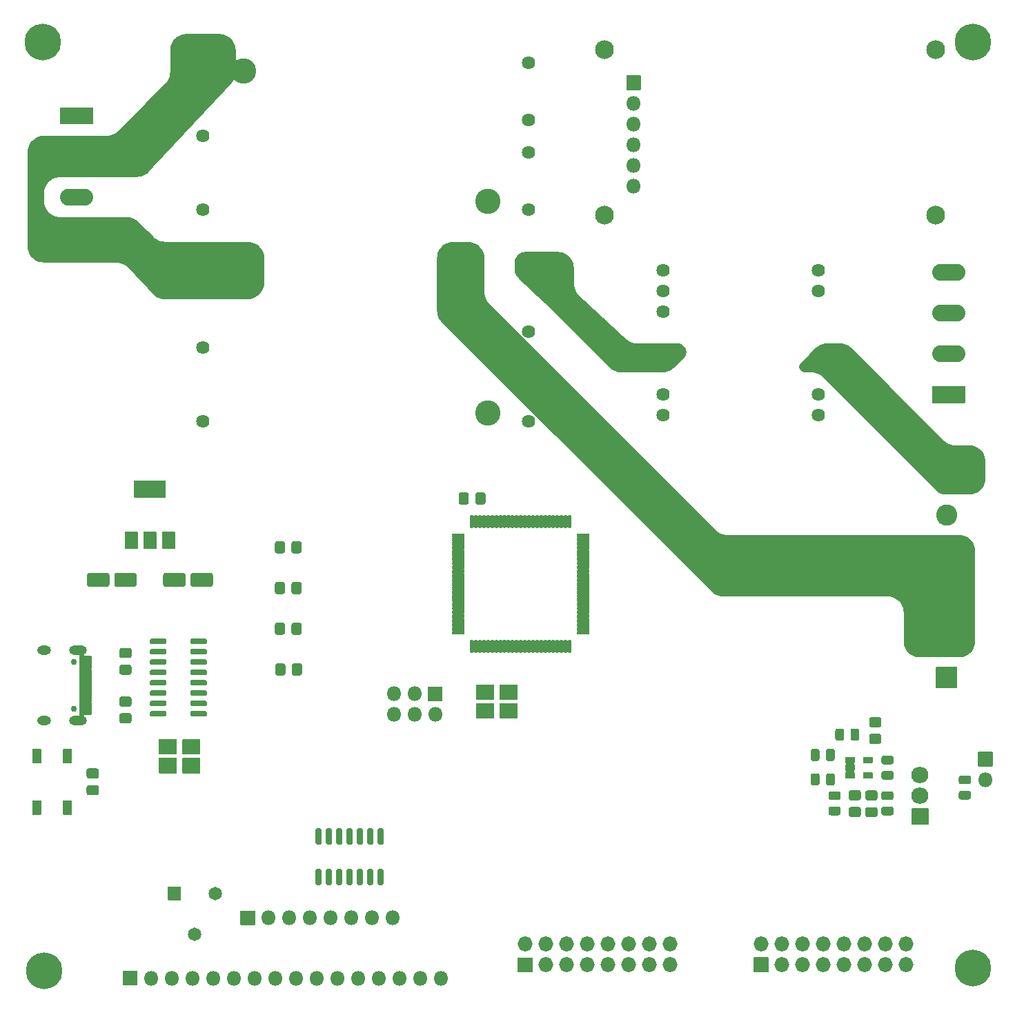
<source format=gbr>
G04 #@! TF.GenerationSoftware,KiCad,Pcbnew,(5.99.0-1662-g9db296991)*
G04 #@! TF.CreationDate,2020-05-30T17:55:15+05:30*
G04 #@! TF.ProjectId,UI,55492e6b-6963-4616-945f-706362585858,rev?*
G04 #@! TF.SameCoordinates,Original*
G04 #@! TF.FileFunction,Soldermask,Top*
G04 #@! TF.FilePolarity,Negative*
%FSLAX46Y46*%
G04 Gerber Fmt 4.6, Leading zero omitted, Abs format (unit mm)*
G04 Created by KiCad (PCBNEW (5.99.0-1662-g9db296991)) date 2020-05-30 17:55:15*
%MOMM*%
%LPD*%
G01*
G04 APERTURE LIST*
%ADD10O,2.102000X2.007000*%
%ADD11O,1.802000X1.802000*%
%ADD12C,1.652000*%
%ADD13O,1.829200X1.829200*%
%ADD14C,2.602000*%
%ADD15O,4.062000X2.082000*%
%ADD16O,1.702000X1.102000*%
%ADD17O,2.202000X1.102000*%
%ADD18C,0.752000*%
%ADD19C,1.626000*%
%ADD20C,2.302000*%
%ADD21C,3.102000*%
%ADD22C,4.502000*%
%ADD23C,0.802000*%
%ADD24C,0.127000*%
G04 APERTURE END LIST*
D10*
X122500000Y-104982500D03*
X122500000Y-107522500D03*
G36*
G01*
X123500000Y-111066000D02*
X121500000Y-111066000D01*
G75*
G02*
X121449000Y-111015000I0J51000D01*
G01*
X121449000Y-109110000D01*
G75*
G02*
X121500000Y-109059000I51000J0D01*
G01*
X123500000Y-109059000D01*
G75*
G02*
X123551000Y-109110000I0J-51000D01*
G01*
X123551000Y-111015000D01*
G75*
G02*
X123500000Y-111066000I-51000J0D01*
G01*
G37*
G36*
G01*
X115519000Y-103437501D02*
X115519000Y-102787499D01*
G75*
G02*
X115569999Y-102736500I50999J0D01*
G01*
X116630001Y-102736500D01*
G75*
G02*
X116681000Y-102787499I0J-50999D01*
G01*
X116681000Y-103437501D01*
G75*
G02*
X116630001Y-103488500I-50999J0D01*
G01*
X115569999Y-103488500D01*
G75*
G02*
X115519000Y-103437501I0J50999D01*
G01*
G37*
G36*
G01*
X115519000Y-105337501D02*
X115519000Y-104687499D01*
G75*
G02*
X115569999Y-104636500I50999J0D01*
G01*
X116630001Y-104636500D01*
G75*
G02*
X116681000Y-104687499I0J-50999D01*
G01*
X116681000Y-105337501D01*
G75*
G02*
X116630001Y-105388500I-50999J0D01*
G01*
X115569999Y-105388500D01*
G75*
G02*
X115519000Y-105337501I0J50999D01*
G01*
G37*
G36*
G01*
X113319000Y-105337501D02*
X113319000Y-104687499D01*
G75*
G02*
X113369999Y-104636500I50999J0D01*
G01*
X114430001Y-104636500D01*
G75*
G02*
X114481000Y-104687499I0J-50999D01*
G01*
X114481000Y-105337501D01*
G75*
G02*
X114430001Y-105388500I-50999J0D01*
G01*
X113369999Y-105388500D01*
G75*
G02*
X113319000Y-105337501I0J50999D01*
G01*
G37*
G36*
G01*
X113319000Y-104387501D02*
X113319000Y-103737499D01*
G75*
G02*
X113369999Y-103686500I50999J0D01*
G01*
X114430001Y-103686500D01*
G75*
G02*
X114481000Y-103737499I0J-50999D01*
G01*
X114481000Y-104387501D01*
G75*
G02*
X114430001Y-104438500I-50999J0D01*
G01*
X113369999Y-104438500D01*
G75*
G02*
X113319000Y-104387501I0J50999D01*
G01*
G37*
G36*
G01*
X113319000Y-103437501D02*
X113319000Y-102787499D01*
G75*
G02*
X113369999Y-102736500I50999J0D01*
G01*
X114430001Y-102736500D01*
G75*
G02*
X114481000Y-102787499I0J-50999D01*
G01*
X114481000Y-103437501D01*
G75*
G02*
X114430001Y-103488500I-50999J0D01*
G01*
X113369999Y-103488500D01*
G75*
G02*
X113319000Y-103437501I0J50999D01*
G01*
G37*
G36*
G01*
X112481750Y-108038500D02*
X111518250Y-108038500D01*
G75*
G02*
X111249000Y-107769250I0J269250D01*
G01*
X111249000Y-107230750D01*
G75*
G02*
X111518250Y-106961500I269250J0D01*
G01*
X112481750Y-106961500D01*
G75*
G02*
X112751000Y-107230750I0J-269250D01*
G01*
X112751000Y-107769250D01*
G75*
G02*
X112481750Y-108038500I-269250J0D01*
G01*
G37*
G36*
G01*
X112481750Y-109913500D02*
X111518250Y-109913500D01*
G75*
G02*
X111249000Y-109644250I0J269250D01*
G01*
X111249000Y-109105750D01*
G75*
G02*
X111518250Y-108836500I269250J0D01*
G01*
X112481750Y-108836500D01*
G75*
G02*
X112751000Y-109105750I0J-269250D01*
G01*
X112751000Y-109644250D01*
G75*
G02*
X112481750Y-109913500I-269250J0D01*
G01*
G37*
G36*
G01*
X110961500Y-102981750D02*
X110961500Y-102018250D01*
G75*
G02*
X111230750Y-101749000I269250J0D01*
G01*
X111769250Y-101749000D01*
G75*
G02*
X112038500Y-102018250I0J-269250D01*
G01*
X112038500Y-102981750D01*
G75*
G02*
X111769250Y-103251000I-269250J0D01*
G01*
X111230750Y-103251000D01*
G75*
G02*
X110961500Y-102981750I0J269250D01*
G01*
G37*
G36*
G01*
X109086500Y-102981750D02*
X109086500Y-102018250D01*
G75*
G02*
X109355750Y-101749000I269250J0D01*
G01*
X109894250Y-101749000D01*
G75*
G02*
X110163500Y-102018250I0J-269250D01*
G01*
X110163500Y-102981750D01*
G75*
G02*
X109894250Y-103251000I-269250J0D01*
G01*
X109355750Y-103251000D01*
G75*
G02*
X109086500Y-102981750I0J269250D01*
G01*
G37*
G36*
G01*
X118981750Y-108038500D02*
X118018250Y-108038500D01*
G75*
G02*
X117749000Y-107769250I0J269250D01*
G01*
X117749000Y-107230750D01*
G75*
G02*
X118018250Y-106961500I269250J0D01*
G01*
X118981750Y-106961500D01*
G75*
G02*
X119251000Y-107230750I0J-269250D01*
G01*
X119251000Y-107769250D01*
G75*
G02*
X118981750Y-108038500I-269250J0D01*
G01*
G37*
G36*
G01*
X118981750Y-109913500D02*
X118018250Y-109913500D01*
G75*
G02*
X117749000Y-109644250I0J269250D01*
G01*
X117749000Y-109105750D01*
G75*
G02*
X118018250Y-108836500I269250J0D01*
G01*
X118981750Y-108836500D01*
G75*
G02*
X119251000Y-109105750I0J-269250D01*
G01*
X119251000Y-109644250D01*
G75*
G02*
X118981750Y-109913500I-269250J0D01*
G01*
G37*
G36*
G01*
X110163500Y-105018250D02*
X110163500Y-105981750D01*
G75*
G02*
X109894250Y-106251000I-269250J0D01*
G01*
X109355750Y-106251000D01*
G75*
G02*
X109086500Y-105981750I0J269250D01*
G01*
X109086500Y-105018250D01*
G75*
G02*
X109355750Y-104749000I269250J0D01*
G01*
X109894250Y-104749000D01*
G75*
G02*
X110163500Y-105018250I0J-269250D01*
G01*
G37*
G36*
G01*
X112038500Y-105018250D02*
X112038500Y-105981750D01*
G75*
G02*
X111769250Y-106251000I-269250J0D01*
G01*
X111230750Y-106251000D01*
G75*
G02*
X110961500Y-105981750I0J269250D01*
G01*
X110961500Y-105018250D01*
G75*
G02*
X111230750Y-104749000I269250J0D01*
G01*
X111769250Y-104749000D01*
G75*
G02*
X112038500Y-105018250I0J-269250D01*
G01*
G37*
G36*
G01*
X118018250Y-104461500D02*
X118981750Y-104461500D01*
G75*
G02*
X119251000Y-104730750I0J-269250D01*
G01*
X119251000Y-105269250D01*
G75*
G02*
X118981750Y-105538500I-269250J0D01*
G01*
X118018250Y-105538500D01*
G75*
G02*
X117749000Y-105269250I0J269250D01*
G01*
X117749000Y-104730750D01*
G75*
G02*
X118018250Y-104461500I269250J0D01*
G01*
G37*
G36*
G01*
X118018250Y-102586500D02*
X118981750Y-102586500D01*
G75*
G02*
X119251000Y-102855750I0J-269250D01*
G01*
X119251000Y-103394250D01*
G75*
G02*
X118981750Y-103663500I-269250J0D01*
G01*
X118018250Y-103663500D01*
G75*
G02*
X117749000Y-103394250I0J269250D01*
G01*
X117749000Y-102855750D01*
G75*
G02*
X118018250Y-102586500I269250J0D01*
G01*
G37*
G36*
G01*
X113961500Y-100481750D02*
X113961500Y-99518250D01*
G75*
G02*
X114230750Y-99249000I269250J0D01*
G01*
X114769250Y-99249000D01*
G75*
G02*
X115038500Y-99518250I0J-269250D01*
G01*
X115038500Y-100481750D01*
G75*
G02*
X114769250Y-100751000I-269250J0D01*
G01*
X114230750Y-100751000D01*
G75*
G02*
X113961500Y-100481750I0J269250D01*
G01*
G37*
G36*
G01*
X112086500Y-100481750D02*
X112086500Y-99518250D01*
G75*
G02*
X112355750Y-99249000I269250J0D01*
G01*
X112894250Y-99249000D01*
G75*
G02*
X113163500Y-99518250I0J-269250D01*
G01*
X113163500Y-100481750D01*
G75*
G02*
X112894250Y-100751000I-269250J0D01*
G01*
X112355750Y-100751000D01*
G75*
G02*
X112086500Y-100481750I0J269250D01*
G01*
G37*
G36*
G01*
X127518250Y-106899000D02*
X128481750Y-106899000D01*
G75*
G02*
X128751000Y-107168250I0J-269250D01*
G01*
X128751000Y-107706750D01*
G75*
G02*
X128481750Y-107976000I-269250J0D01*
G01*
X127518250Y-107976000D01*
G75*
G02*
X127249000Y-107706750I0J269250D01*
G01*
X127249000Y-107168250D01*
G75*
G02*
X127518250Y-106899000I269250J0D01*
G01*
G37*
G36*
G01*
X127518250Y-105024000D02*
X128481750Y-105024000D01*
G75*
G02*
X128751000Y-105293250I0J-269250D01*
G01*
X128751000Y-105831750D01*
G75*
G02*
X128481750Y-106101000I-269250J0D01*
G01*
X127518250Y-106101000D01*
G75*
G02*
X127249000Y-105831750I0J269250D01*
G01*
X127249000Y-105293250D01*
G75*
G02*
X127518250Y-105024000I269250J0D01*
G01*
G37*
D11*
X130500000Y-105540000D03*
G36*
G01*
X129599000Y-103850000D02*
X129599000Y-102150000D01*
G75*
G02*
X129650000Y-102099000I51000J0D01*
G01*
X131350000Y-102099000D01*
G75*
G02*
X131401000Y-102150000I0J-51000D01*
G01*
X131401000Y-103850000D01*
G75*
G02*
X131350000Y-103901000I-51000J0D01*
G01*
X129650000Y-103901000D01*
G75*
G02*
X129599000Y-103850000I0J51000D01*
G01*
G37*
G36*
G01*
X114021172Y-108874000D02*
X114978828Y-108874000D01*
G75*
G02*
X115251000Y-109146172I0J-272172D01*
G01*
X115251000Y-109853828D01*
G75*
G02*
X114978828Y-110126000I-272172J0D01*
G01*
X114021172Y-110126000D01*
G75*
G02*
X113749000Y-109853828I0J272172D01*
G01*
X113749000Y-109146172D01*
G75*
G02*
X114021172Y-108874000I272172J0D01*
G01*
G37*
G36*
G01*
X114021172Y-106824000D02*
X114978828Y-106824000D01*
G75*
G02*
X115251000Y-107096172I0J-272172D01*
G01*
X115251000Y-107803828D01*
G75*
G02*
X114978828Y-108076000I-272172J0D01*
G01*
X114021172Y-108076000D01*
G75*
G02*
X113749000Y-107803828I0J272172D01*
G01*
X113749000Y-107096172D01*
G75*
G02*
X114021172Y-106824000I272172J0D01*
G01*
G37*
G36*
G01*
X67126000Y-70521172D02*
X67126000Y-71478828D01*
G75*
G02*
X66853828Y-71751000I-272172J0D01*
G01*
X66146172Y-71751000D01*
G75*
G02*
X65874000Y-71478828I0J272172D01*
G01*
X65874000Y-70521172D01*
G75*
G02*
X66146172Y-70249000I272172J0D01*
G01*
X66853828Y-70249000D01*
G75*
G02*
X67126000Y-70521172I0J-272172D01*
G01*
G37*
G36*
G01*
X69176000Y-70521172D02*
X69176000Y-71478828D01*
G75*
G02*
X68903828Y-71751000I-272172J0D01*
G01*
X68196172Y-71751000D01*
G75*
G02*
X67924000Y-71478828I0J272172D01*
G01*
X67924000Y-70521172D01*
G75*
G02*
X68196172Y-70249000I272172J0D01*
G01*
X68903828Y-70249000D01*
G75*
G02*
X69176000Y-70521172I0J-272172D01*
G01*
G37*
G36*
G01*
X116046172Y-108899000D02*
X117003828Y-108899000D01*
G75*
G02*
X117276000Y-109171172I0J-272172D01*
G01*
X117276000Y-109878828D01*
G75*
G02*
X117003828Y-110151000I-272172J0D01*
G01*
X116046172Y-110151000D01*
G75*
G02*
X115774000Y-109878828I0J272172D01*
G01*
X115774000Y-109171172D01*
G75*
G02*
X116046172Y-108899000I272172J0D01*
G01*
G37*
G36*
G01*
X116046172Y-106849000D02*
X117003828Y-106849000D01*
G75*
G02*
X117276000Y-107121172I0J-272172D01*
G01*
X117276000Y-107828828D01*
G75*
G02*
X117003828Y-108101000I-272172J0D01*
G01*
X116046172Y-108101000D01*
G75*
G02*
X115774000Y-107828828I0J272172D01*
G01*
X115774000Y-107121172D01*
G75*
G02*
X116046172Y-106849000I272172J0D01*
G01*
G37*
G36*
G01*
X117478828Y-99101000D02*
X116521172Y-99101000D01*
G75*
G02*
X116249000Y-98828828I0J272172D01*
G01*
X116249000Y-98121172D01*
G75*
G02*
X116521172Y-97849000I272172J0D01*
G01*
X117478828Y-97849000D01*
G75*
G02*
X117751000Y-98121172I0J-272172D01*
G01*
X117751000Y-98828828D01*
G75*
G02*
X117478828Y-99101000I-272172J0D01*
G01*
G37*
G36*
G01*
X117478828Y-101151000D02*
X116521172Y-101151000D01*
G75*
G02*
X116249000Y-100878828I0J272172D01*
G01*
X116249000Y-100171172D01*
G75*
G02*
X116521172Y-99899000I272172J0D01*
G01*
X117478828Y-99899000D01*
G75*
G02*
X117751000Y-100171172I0J-272172D01*
G01*
X117751000Y-100878828D01*
G75*
G02*
X117478828Y-101151000I-272172J0D01*
G01*
G37*
D12*
X33500000Y-124500000D03*
G36*
G01*
X30174000Y-120275000D02*
X30174000Y-118725000D01*
G75*
G02*
X30225000Y-118674000I51000J0D01*
G01*
X31775000Y-118674000D01*
G75*
G02*
X31826000Y-118725000I0J-51000D01*
G01*
X31826000Y-120275000D01*
G75*
G02*
X31775000Y-120326000I-51000J0D01*
G01*
X30225000Y-120326000D01*
G75*
G02*
X30174000Y-120275000I0J51000D01*
G01*
G37*
X36000000Y-119500000D03*
G36*
G01*
X48865500Y-118501000D02*
X48514500Y-118501000D01*
G75*
G02*
X48339000Y-118325500I0J175500D01*
G01*
X48339000Y-116624500D01*
G75*
G02*
X48514500Y-116449000I175500J0D01*
G01*
X48865500Y-116449000D01*
G75*
G02*
X49041000Y-116624500I0J-175500D01*
G01*
X49041000Y-118325500D01*
G75*
G02*
X48865500Y-118501000I-175500J0D01*
G01*
G37*
G36*
G01*
X50135500Y-118501000D02*
X49784500Y-118501000D01*
G75*
G02*
X49609000Y-118325500I0J175500D01*
G01*
X49609000Y-116624500D01*
G75*
G02*
X49784500Y-116449000I175500J0D01*
G01*
X50135500Y-116449000D01*
G75*
G02*
X50311000Y-116624500I0J-175500D01*
G01*
X50311000Y-118325500D01*
G75*
G02*
X50135500Y-118501000I-175500J0D01*
G01*
G37*
G36*
G01*
X51405500Y-118501000D02*
X51054500Y-118501000D01*
G75*
G02*
X50879000Y-118325500I0J175500D01*
G01*
X50879000Y-116624500D01*
G75*
G02*
X51054500Y-116449000I175500J0D01*
G01*
X51405500Y-116449000D01*
G75*
G02*
X51581000Y-116624500I0J-175500D01*
G01*
X51581000Y-118325500D01*
G75*
G02*
X51405500Y-118501000I-175500J0D01*
G01*
G37*
G36*
G01*
X52675500Y-118501000D02*
X52324500Y-118501000D01*
G75*
G02*
X52149000Y-118325500I0J175500D01*
G01*
X52149000Y-116624500D01*
G75*
G02*
X52324500Y-116449000I175500J0D01*
G01*
X52675500Y-116449000D01*
G75*
G02*
X52851000Y-116624500I0J-175500D01*
G01*
X52851000Y-118325500D01*
G75*
G02*
X52675500Y-118501000I-175500J0D01*
G01*
G37*
G36*
G01*
X53945500Y-118501000D02*
X53594500Y-118501000D01*
G75*
G02*
X53419000Y-118325500I0J175500D01*
G01*
X53419000Y-116624500D01*
G75*
G02*
X53594500Y-116449000I175500J0D01*
G01*
X53945500Y-116449000D01*
G75*
G02*
X54121000Y-116624500I0J-175500D01*
G01*
X54121000Y-118325500D01*
G75*
G02*
X53945500Y-118501000I-175500J0D01*
G01*
G37*
G36*
G01*
X55215500Y-118501000D02*
X54864500Y-118501000D01*
G75*
G02*
X54689000Y-118325500I0J175500D01*
G01*
X54689000Y-116624500D01*
G75*
G02*
X54864500Y-116449000I175500J0D01*
G01*
X55215500Y-116449000D01*
G75*
G02*
X55391000Y-116624500I0J-175500D01*
G01*
X55391000Y-118325500D01*
G75*
G02*
X55215500Y-118501000I-175500J0D01*
G01*
G37*
G36*
G01*
X56485500Y-118501000D02*
X56134500Y-118501000D01*
G75*
G02*
X55959000Y-118325500I0J175500D01*
G01*
X55959000Y-116624500D01*
G75*
G02*
X56134500Y-116449000I175500J0D01*
G01*
X56485500Y-116449000D01*
G75*
G02*
X56661000Y-116624500I0J-175500D01*
G01*
X56661000Y-118325500D01*
G75*
G02*
X56485500Y-118501000I-175500J0D01*
G01*
G37*
G36*
G01*
X56485500Y-113551000D02*
X56134500Y-113551000D01*
G75*
G02*
X55959000Y-113375500I0J175500D01*
G01*
X55959000Y-111674500D01*
G75*
G02*
X56134500Y-111499000I175500J0D01*
G01*
X56485500Y-111499000D01*
G75*
G02*
X56661000Y-111674500I0J-175500D01*
G01*
X56661000Y-113375500D01*
G75*
G02*
X56485500Y-113551000I-175500J0D01*
G01*
G37*
G36*
G01*
X55215500Y-113551000D02*
X54864500Y-113551000D01*
G75*
G02*
X54689000Y-113375500I0J175500D01*
G01*
X54689000Y-111674500D01*
G75*
G02*
X54864500Y-111499000I175500J0D01*
G01*
X55215500Y-111499000D01*
G75*
G02*
X55391000Y-111674500I0J-175500D01*
G01*
X55391000Y-113375500D01*
G75*
G02*
X55215500Y-113551000I-175500J0D01*
G01*
G37*
G36*
G01*
X53945500Y-113551000D02*
X53594500Y-113551000D01*
G75*
G02*
X53419000Y-113375500I0J175500D01*
G01*
X53419000Y-111674500D01*
G75*
G02*
X53594500Y-111499000I175500J0D01*
G01*
X53945500Y-111499000D01*
G75*
G02*
X54121000Y-111674500I0J-175500D01*
G01*
X54121000Y-113375500D01*
G75*
G02*
X53945500Y-113551000I-175500J0D01*
G01*
G37*
G36*
G01*
X52675500Y-113551000D02*
X52324500Y-113551000D01*
G75*
G02*
X52149000Y-113375500I0J175500D01*
G01*
X52149000Y-111674500D01*
G75*
G02*
X52324500Y-111499000I175500J0D01*
G01*
X52675500Y-111499000D01*
G75*
G02*
X52851000Y-111674500I0J-175500D01*
G01*
X52851000Y-113375500D01*
G75*
G02*
X52675500Y-113551000I-175500J0D01*
G01*
G37*
G36*
G01*
X51405500Y-113551000D02*
X51054500Y-113551000D01*
G75*
G02*
X50879000Y-113375500I0J175500D01*
G01*
X50879000Y-111674500D01*
G75*
G02*
X51054500Y-111499000I175500J0D01*
G01*
X51405500Y-111499000D01*
G75*
G02*
X51581000Y-111674500I0J-175500D01*
G01*
X51581000Y-113375500D01*
G75*
G02*
X51405500Y-113551000I-175500J0D01*
G01*
G37*
G36*
G01*
X50135500Y-113551000D02*
X49784500Y-113551000D01*
G75*
G02*
X49609000Y-113375500I0J175500D01*
G01*
X49609000Y-111674500D01*
G75*
G02*
X49784500Y-111499000I175500J0D01*
G01*
X50135500Y-111499000D01*
G75*
G02*
X50311000Y-111674500I0J-175500D01*
G01*
X50311000Y-113375500D01*
G75*
G02*
X50135500Y-113551000I-175500J0D01*
G01*
G37*
G36*
G01*
X48865500Y-113551000D02*
X48514500Y-113551000D01*
G75*
G02*
X48339000Y-113375500I0J175500D01*
G01*
X48339000Y-111674500D01*
G75*
G02*
X48514500Y-111499000I175500J0D01*
G01*
X48865500Y-111499000D01*
G75*
G02*
X49041000Y-111674500I0J-175500D01*
G01*
X49041000Y-113375500D01*
G75*
G02*
X48865500Y-113551000I-175500J0D01*
G01*
G37*
D13*
X91810000Y-125740000D03*
X91810000Y-128280000D03*
X89270000Y-125740000D03*
X89270000Y-128280000D03*
X86730000Y-125740000D03*
X86730000Y-128280000D03*
X84190000Y-125740000D03*
X84190000Y-128280000D03*
X81650000Y-125740000D03*
X81650000Y-128280000D03*
X79110000Y-125740000D03*
X79110000Y-128280000D03*
X76570000Y-125740000D03*
X76570000Y-128280000D03*
X74030000Y-125740000D03*
G36*
G01*
X74893600Y-129194600D02*
X73166400Y-129194600D01*
G75*
G02*
X73115400Y-129143600I0J51000D01*
G01*
X73115400Y-127416400D01*
G75*
G02*
X73166400Y-127365400I51000J0D01*
G01*
X74893600Y-127365400D01*
G75*
G02*
X74944600Y-127416400I0J-51000D01*
G01*
X74944600Y-129143600D01*
G75*
G02*
X74893600Y-129194600I-51000J0D01*
G01*
G37*
X120780000Y-125710000D03*
X120780000Y-128250000D03*
X118240000Y-125710000D03*
X118240000Y-128250000D03*
X115700000Y-125710000D03*
X115700000Y-128250000D03*
X113160000Y-125710000D03*
X113160000Y-128250000D03*
X110620000Y-125710000D03*
X110620000Y-128250000D03*
X108080000Y-125710000D03*
X108080000Y-128250000D03*
X105540000Y-125710000D03*
X105540000Y-128250000D03*
X103000000Y-125710000D03*
G36*
G01*
X103863600Y-129164600D02*
X102136400Y-129164600D01*
G75*
G02*
X102085400Y-129113600I0J51000D01*
G01*
X102085400Y-127386400D01*
G75*
G02*
X102136400Y-127335400I51000J0D01*
G01*
X103863600Y-127335400D01*
G75*
G02*
X103914600Y-127386400I0J-51000D01*
G01*
X103914600Y-129113600D01*
G75*
G02*
X103863600Y-129164600I-51000J0D01*
G01*
G37*
D14*
X125750000Y-68000000D03*
X125750000Y-73000000D03*
X125750000Y-78000000D03*
X125750000Y-83000000D03*
X125750000Y-88000000D03*
G36*
G01*
X127000000Y-94301000D02*
X124500000Y-94301000D01*
G75*
G02*
X124449000Y-94250000I0J51000D01*
G01*
X124449000Y-91750000D01*
G75*
G02*
X124500000Y-91699000I51000J0D01*
G01*
X127000000Y-91699000D01*
G75*
G02*
X127051000Y-91750000I0J-51000D01*
G01*
X127051000Y-94250000D01*
G75*
G02*
X127000000Y-94301000I-51000J0D01*
G01*
G37*
D15*
X126000000Y-48250000D03*
X126000000Y-43250000D03*
X126000000Y-53250000D03*
G36*
G01*
X127980000Y-59291000D02*
X124020000Y-59291000D01*
G75*
G02*
X123969000Y-59240000I0J51000D01*
G01*
X123969000Y-57260000D01*
G75*
G02*
X124020000Y-57209000I51000J0D01*
G01*
X127980000Y-57209000D01*
G75*
G02*
X128031000Y-57260000I0J-51000D01*
G01*
X128031000Y-59240000D01*
G75*
G02*
X127980000Y-59291000I-51000J0D01*
G01*
G37*
X19000000Y-34000000D03*
X19000000Y-39000000D03*
X19000000Y-29000000D03*
G36*
G01*
X17020000Y-22959000D02*
X20980000Y-22959000D01*
G75*
G02*
X21031000Y-23010000I0J-51000D01*
G01*
X21031000Y-24990000D01*
G75*
G02*
X20980000Y-25041000I-51000J0D01*
G01*
X17020000Y-25041000D01*
G75*
G02*
X16969000Y-24990000I0J51000D01*
G01*
X16969000Y-23010000D01*
G75*
G02*
X17020000Y-22959000I51000J0D01*
G01*
G37*
D16*
X15000000Y-98270000D03*
G36*
G01*
X19370000Y-93999000D02*
X20820000Y-93999000D01*
G75*
G02*
X20871000Y-94050000I0J-51000D01*
G01*
X20871000Y-94350000D01*
G75*
G02*
X20820000Y-94401000I-51000J0D01*
G01*
X19370000Y-94401000D01*
G75*
G02*
X19319000Y-94350000I0J51000D01*
G01*
X19319000Y-94050000D01*
G75*
G02*
X19370000Y-93999000I51000J0D01*
G01*
G37*
G36*
G01*
X19370000Y-94999000D02*
X20820000Y-94999000D01*
G75*
G02*
X20871000Y-95050000I0J-51000D01*
G01*
X20871000Y-95350000D01*
G75*
G02*
X20820000Y-95401000I-51000J0D01*
G01*
X19370000Y-95401000D01*
G75*
G02*
X19319000Y-95350000I0J51000D01*
G01*
X19319000Y-95050000D01*
G75*
G02*
X19370000Y-94999000I51000J0D01*
G01*
G37*
G36*
G01*
X19370000Y-95499000D02*
X20820000Y-95499000D01*
G75*
G02*
X20871000Y-95550000I0J-51000D01*
G01*
X20871000Y-95850000D01*
G75*
G02*
X20820000Y-95901000I-51000J0D01*
G01*
X19370000Y-95901000D01*
G75*
G02*
X19319000Y-95850000I0J51000D01*
G01*
X19319000Y-95550000D01*
G75*
G02*
X19370000Y-95499000I51000J0D01*
G01*
G37*
D17*
X19180000Y-98270000D03*
G36*
G01*
X19370000Y-91149000D02*
X20820000Y-91149000D01*
G75*
G02*
X20871000Y-91200000I0J-51000D01*
G01*
X20871000Y-91800000D01*
G75*
G02*
X20820000Y-91851000I-51000J0D01*
G01*
X19370000Y-91851000D01*
G75*
G02*
X19319000Y-91800000I0J51000D01*
G01*
X19319000Y-91200000D01*
G75*
G02*
X19370000Y-91149000I51000J0D01*
G01*
G37*
G36*
G01*
X19370000Y-90349000D02*
X20820000Y-90349000D01*
G75*
G02*
X20871000Y-90400000I0J-51000D01*
G01*
X20871000Y-91000000D01*
G75*
G02*
X20820000Y-91051000I-51000J0D01*
G01*
X19370000Y-91051000D01*
G75*
G02*
X19319000Y-91000000I0J51000D01*
G01*
X19319000Y-90400000D01*
G75*
G02*
X19370000Y-90349000I51000J0D01*
G01*
G37*
G36*
G01*
X19370000Y-92499000D02*
X20820000Y-92499000D01*
G75*
G02*
X20871000Y-92550000I0J-51000D01*
G01*
X20871000Y-92850000D01*
G75*
G02*
X20820000Y-92901000I-51000J0D01*
G01*
X19370000Y-92901000D01*
G75*
G02*
X19319000Y-92850000I0J51000D01*
G01*
X19319000Y-92550000D01*
G75*
G02*
X19370000Y-92499000I51000J0D01*
G01*
G37*
G36*
G01*
X19370000Y-91999000D02*
X20820000Y-91999000D01*
G75*
G02*
X20871000Y-92050000I0J-51000D01*
G01*
X20871000Y-92350000D01*
G75*
G02*
X20820000Y-92401000I-51000J0D01*
G01*
X19370000Y-92401000D01*
G75*
G02*
X19319000Y-92350000I0J51000D01*
G01*
X19319000Y-92050000D01*
G75*
G02*
X19370000Y-91999000I51000J0D01*
G01*
G37*
G36*
G01*
X19370000Y-90349000D02*
X20820000Y-90349000D01*
G75*
G02*
X20871000Y-90400000I0J-51000D01*
G01*
X20871000Y-91000000D01*
G75*
G02*
X20820000Y-91051000I-51000J0D01*
G01*
X19370000Y-91051000D01*
G75*
G02*
X19319000Y-91000000I0J51000D01*
G01*
X19319000Y-90400000D01*
G75*
G02*
X19370000Y-90349000I51000J0D01*
G01*
G37*
G36*
G01*
X19370000Y-91149000D02*
X20820000Y-91149000D01*
G75*
G02*
X20871000Y-91200000I0J-51000D01*
G01*
X20871000Y-91800000D01*
G75*
G02*
X20820000Y-91851000I-51000J0D01*
G01*
X19370000Y-91851000D01*
G75*
G02*
X19319000Y-91800000I0J51000D01*
G01*
X19319000Y-91200000D01*
G75*
G02*
X19370000Y-91149000I51000J0D01*
G01*
G37*
G36*
G01*
X19370000Y-93499000D02*
X20820000Y-93499000D01*
G75*
G02*
X20871000Y-93550000I0J-51000D01*
G01*
X20871000Y-93850000D01*
G75*
G02*
X20820000Y-93901000I-51000J0D01*
G01*
X19370000Y-93901000D01*
G75*
G02*
X19319000Y-93850000I0J51000D01*
G01*
X19319000Y-93550000D01*
G75*
G02*
X19370000Y-93499000I51000J0D01*
G01*
G37*
X19180000Y-89630000D03*
D16*
X15000000Y-89630000D03*
D18*
X18650000Y-91060000D03*
G36*
G01*
X19370000Y-96849000D02*
X20820000Y-96849000D01*
G75*
G02*
X20871000Y-96900000I0J-51000D01*
G01*
X20871000Y-97500000D01*
G75*
G02*
X20820000Y-97551000I-51000J0D01*
G01*
X19370000Y-97551000D01*
G75*
G02*
X19319000Y-97500000I0J51000D01*
G01*
X19319000Y-96900000D01*
G75*
G02*
X19370000Y-96849000I51000J0D01*
G01*
G37*
G36*
G01*
X19370000Y-96849000D02*
X20820000Y-96849000D01*
G75*
G02*
X20871000Y-96900000I0J-51000D01*
G01*
X20871000Y-97500000D01*
G75*
G02*
X20820000Y-97551000I-51000J0D01*
G01*
X19370000Y-97551000D01*
G75*
G02*
X19319000Y-97500000I0J51000D01*
G01*
X19319000Y-96900000D01*
G75*
G02*
X19370000Y-96849000I51000J0D01*
G01*
G37*
G36*
G01*
X19370000Y-96049000D02*
X20820000Y-96049000D01*
G75*
G02*
X20871000Y-96100000I0J-51000D01*
G01*
X20871000Y-96700000D01*
G75*
G02*
X20820000Y-96751000I-51000J0D01*
G01*
X19370000Y-96751000D01*
G75*
G02*
X19319000Y-96700000I0J51000D01*
G01*
X19319000Y-96100000D01*
G75*
G02*
X19370000Y-96049000I51000J0D01*
G01*
G37*
G36*
G01*
X19370000Y-92999000D02*
X20820000Y-92999000D01*
G75*
G02*
X20871000Y-93050000I0J-51000D01*
G01*
X20871000Y-93350000D01*
G75*
G02*
X20820000Y-93401000I-51000J0D01*
G01*
X19370000Y-93401000D01*
G75*
G02*
X19319000Y-93350000I0J51000D01*
G01*
X19319000Y-93050000D01*
G75*
G02*
X19370000Y-92999000I51000J0D01*
G01*
G37*
G36*
G01*
X19370000Y-96049000D02*
X20820000Y-96049000D01*
G75*
G02*
X20871000Y-96100000I0J-51000D01*
G01*
X20871000Y-96700000D01*
G75*
G02*
X20820000Y-96751000I-51000J0D01*
G01*
X19370000Y-96751000D01*
G75*
G02*
X19319000Y-96700000I0J51000D01*
G01*
X19319000Y-96100000D01*
G75*
G02*
X19370000Y-96049000I51000J0D01*
G01*
G37*
G36*
G01*
X19370000Y-94499000D02*
X20820000Y-94499000D01*
G75*
G02*
X20871000Y-94550000I0J-51000D01*
G01*
X20871000Y-94850000D01*
G75*
G02*
X20820000Y-94901000I-51000J0D01*
G01*
X19370000Y-94901000D01*
G75*
G02*
X19319000Y-94850000I0J51000D01*
G01*
X19319000Y-94550000D01*
G75*
G02*
X19370000Y-94499000I51000J0D01*
G01*
G37*
X18650000Y-96840000D03*
D19*
X110050000Y-43000000D03*
X91000000Y-48080000D03*
X91000000Y-58240000D03*
X110050000Y-60780000D03*
X91000000Y-43000000D03*
X91000000Y-45540000D03*
X91000000Y-60780000D03*
X110050000Y-45540000D03*
X110050000Y-58240000D03*
D20*
X124430000Y-36210000D03*
D11*
X87346000Y-25034000D03*
X87346000Y-32654000D03*
X87346000Y-30114000D03*
G36*
G01*
X86445000Y-20804000D02*
X86445000Y-19104000D01*
G75*
G02*
X86496000Y-19053000I51000J0D01*
G01*
X88196000Y-19053000D01*
G75*
G02*
X88247000Y-19104000I0J-51000D01*
G01*
X88247000Y-20804000D01*
G75*
G02*
X88196000Y-20855000I-51000J0D01*
G01*
X86496000Y-20855000D01*
G75*
G02*
X86445000Y-20804000I0J51000D01*
G01*
G37*
D20*
X124430000Y-15890000D03*
X83790000Y-36210000D03*
D11*
X87346000Y-22494000D03*
D20*
X83790000Y-15890000D03*
D11*
X87346000Y-27574000D03*
D19*
X74500000Y-54500000D03*
X74500000Y-43500000D03*
X74500000Y-50500000D03*
D21*
X69500000Y-60500000D03*
D19*
X74500000Y-61500000D03*
X34500000Y-52500000D03*
D21*
X39500000Y-44500000D03*
D19*
X34500000Y-61500000D03*
X34500000Y-43500000D03*
X74500000Y-28500000D03*
X74500000Y-17500000D03*
X74500000Y-24500000D03*
D21*
X69500000Y-34500000D03*
D19*
X74500000Y-35500000D03*
X34500000Y-26500000D03*
D21*
X39500000Y-18500000D03*
D19*
X34500000Y-35500000D03*
X34500000Y-17500000D03*
G36*
G01*
X67299000Y-74525500D02*
X67299000Y-73149500D01*
G75*
G02*
X67399500Y-73049000I100500J0D01*
G01*
X67600500Y-73049000D01*
G75*
G02*
X67701000Y-73149500I0J-100500D01*
G01*
X67701000Y-74525500D01*
G75*
G02*
X67600500Y-74626000I-100500J0D01*
G01*
X67399500Y-74626000D01*
G75*
G02*
X67299000Y-74525500I0J100500D01*
G01*
G37*
G36*
G01*
X67799000Y-74525500D02*
X67799000Y-73149500D01*
G75*
G02*
X67899500Y-73049000I100500J0D01*
G01*
X68100500Y-73049000D01*
G75*
G02*
X68201000Y-73149500I0J-100500D01*
G01*
X68201000Y-74525500D01*
G75*
G02*
X68100500Y-74626000I-100500J0D01*
G01*
X67899500Y-74626000D01*
G75*
G02*
X67799000Y-74525500I0J100500D01*
G01*
G37*
G36*
G01*
X68299000Y-74525500D02*
X68299000Y-73149500D01*
G75*
G02*
X68399500Y-73049000I100500J0D01*
G01*
X68600500Y-73049000D01*
G75*
G02*
X68701000Y-73149500I0J-100500D01*
G01*
X68701000Y-74525500D01*
G75*
G02*
X68600500Y-74626000I-100500J0D01*
G01*
X68399500Y-74626000D01*
G75*
G02*
X68299000Y-74525500I0J100500D01*
G01*
G37*
G36*
G01*
X68799000Y-74525500D02*
X68799000Y-73149500D01*
G75*
G02*
X68899500Y-73049000I100500J0D01*
G01*
X69100500Y-73049000D01*
G75*
G02*
X69201000Y-73149500I0J-100500D01*
G01*
X69201000Y-74525500D01*
G75*
G02*
X69100500Y-74626000I-100500J0D01*
G01*
X68899500Y-74626000D01*
G75*
G02*
X68799000Y-74525500I0J100500D01*
G01*
G37*
G36*
G01*
X69299000Y-74525500D02*
X69299000Y-73149500D01*
G75*
G02*
X69399500Y-73049000I100500J0D01*
G01*
X69600500Y-73049000D01*
G75*
G02*
X69701000Y-73149500I0J-100500D01*
G01*
X69701000Y-74525500D01*
G75*
G02*
X69600500Y-74626000I-100500J0D01*
G01*
X69399500Y-74626000D01*
G75*
G02*
X69299000Y-74525500I0J100500D01*
G01*
G37*
G36*
G01*
X69799000Y-74525500D02*
X69799000Y-73149500D01*
G75*
G02*
X69899500Y-73049000I100500J0D01*
G01*
X70100500Y-73049000D01*
G75*
G02*
X70201000Y-73149500I0J-100500D01*
G01*
X70201000Y-74525500D01*
G75*
G02*
X70100500Y-74626000I-100500J0D01*
G01*
X69899500Y-74626000D01*
G75*
G02*
X69799000Y-74525500I0J100500D01*
G01*
G37*
G36*
G01*
X70299000Y-74525500D02*
X70299000Y-73149500D01*
G75*
G02*
X70399500Y-73049000I100500J0D01*
G01*
X70600500Y-73049000D01*
G75*
G02*
X70701000Y-73149500I0J-100500D01*
G01*
X70701000Y-74525500D01*
G75*
G02*
X70600500Y-74626000I-100500J0D01*
G01*
X70399500Y-74626000D01*
G75*
G02*
X70299000Y-74525500I0J100500D01*
G01*
G37*
G36*
G01*
X70799000Y-74525500D02*
X70799000Y-73149500D01*
G75*
G02*
X70899500Y-73049000I100500J0D01*
G01*
X71100500Y-73049000D01*
G75*
G02*
X71201000Y-73149500I0J-100500D01*
G01*
X71201000Y-74525500D01*
G75*
G02*
X71100500Y-74626000I-100500J0D01*
G01*
X70899500Y-74626000D01*
G75*
G02*
X70799000Y-74525500I0J100500D01*
G01*
G37*
G36*
G01*
X71299000Y-74525500D02*
X71299000Y-73149500D01*
G75*
G02*
X71399500Y-73049000I100500J0D01*
G01*
X71600500Y-73049000D01*
G75*
G02*
X71701000Y-73149500I0J-100500D01*
G01*
X71701000Y-74525500D01*
G75*
G02*
X71600500Y-74626000I-100500J0D01*
G01*
X71399500Y-74626000D01*
G75*
G02*
X71299000Y-74525500I0J100500D01*
G01*
G37*
G36*
G01*
X71799000Y-74525500D02*
X71799000Y-73149500D01*
G75*
G02*
X71899500Y-73049000I100500J0D01*
G01*
X72100500Y-73049000D01*
G75*
G02*
X72201000Y-73149500I0J-100500D01*
G01*
X72201000Y-74525500D01*
G75*
G02*
X72100500Y-74626000I-100500J0D01*
G01*
X71899500Y-74626000D01*
G75*
G02*
X71799000Y-74525500I0J100500D01*
G01*
G37*
G36*
G01*
X72299000Y-74525500D02*
X72299000Y-73149500D01*
G75*
G02*
X72399500Y-73049000I100500J0D01*
G01*
X72600500Y-73049000D01*
G75*
G02*
X72701000Y-73149500I0J-100500D01*
G01*
X72701000Y-74525500D01*
G75*
G02*
X72600500Y-74626000I-100500J0D01*
G01*
X72399500Y-74626000D01*
G75*
G02*
X72299000Y-74525500I0J100500D01*
G01*
G37*
G36*
G01*
X72799000Y-74525500D02*
X72799000Y-73149500D01*
G75*
G02*
X72899500Y-73049000I100500J0D01*
G01*
X73100500Y-73049000D01*
G75*
G02*
X73201000Y-73149500I0J-100500D01*
G01*
X73201000Y-74525500D01*
G75*
G02*
X73100500Y-74626000I-100500J0D01*
G01*
X72899500Y-74626000D01*
G75*
G02*
X72799000Y-74525500I0J100500D01*
G01*
G37*
G36*
G01*
X73299000Y-74525500D02*
X73299000Y-73149500D01*
G75*
G02*
X73399500Y-73049000I100500J0D01*
G01*
X73600500Y-73049000D01*
G75*
G02*
X73701000Y-73149500I0J-100500D01*
G01*
X73701000Y-74525500D01*
G75*
G02*
X73600500Y-74626000I-100500J0D01*
G01*
X73399500Y-74626000D01*
G75*
G02*
X73299000Y-74525500I0J100500D01*
G01*
G37*
G36*
G01*
X73799000Y-74525500D02*
X73799000Y-73149500D01*
G75*
G02*
X73899500Y-73049000I100500J0D01*
G01*
X74100500Y-73049000D01*
G75*
G02*
X74201000Y-73149500I0J-100500D01*
G01*
X74201000Y-74525500D01*
G75*
G02*
X74100500Y-74626000I-100500J0D01*
G01*
X73899500Y-74626000D01*
G75*
G02*
X73799000Y-74525500I0J100500D01*
G01*
G37*
G36*
G01*
X74299000Y-74525500D02*
X74299000Y-73149500D01*
G75*
G02*
X74399500Y-73049000I100500J0D01*
G01*
X74600500Y-73049000D01*
G75*
G02*
X74701000Y-73149500I0J-100500D01*
G01*
X74701000Y-74525500D01*
G75*
G02*
X74600500Y-74626000I-100500J0D01*
G01*
X74399500Y-74626000D01*
G75*
G02*
X74299000Y-74525500I0J100500D01*
G01*
G37*
G36*
G01*
X74799000Y-74525500D02*
X74799000Y-73149500D01*
G75*
G02*
X74899500Y-73049000I100500J0D01*
G01*
X75100500Y-73049000D01*
G75*
G02*
X75201000Y-73149500I0J-100500D01*
G01*
X75201000Y-74525500D01*
G75*
G02*
X75100500Y-74626000I-100500J0D01*
G01*
X74899500Y-74626000D01*
G75*
G02*
X74799000Y-74525500I0J100500D01*
G01*
G37*
G36*
G01*
X75299000Y-74525500D02*
X75299000Y-73149500D01*
G75*
G02*
X75399500Y-73049000I100500J0D01*
G01*
X75600500Y-73049000D01*
G75*
G02*
X75701000Y-73149500I0J-100500D01*
G01*
X75701000Y-74525500D01*
G75*
G02*
X75600500Y-74626000I-100500J0D01*
G01*
X75399500Y-74626000D01*
G75*
G02*
X75299000Y-74525500I0J100500D01*
G01*
G37*
G36*
G01*
X75799000Y-74525500D02*
X75799000Y-73149500D01*
G75*
G02*
X75899500Y-73049000I100500J0D01*
G01*
X76100500Y-73049000D01*
G75*
G02*
X76201000Y-73149500I0J-100500D01*
G01*
X76201000Y-74525500D01*
G75*
G02*
X76100500Y-74626000I-100500J0D01*
G01*
X75899500Y-74626000D01*
G75*
G02*
X75799000Y-74525500I0J100500D01*
G01*
G37*
G36*
G01*
X76299000Y-74525500D02*
X76299000Y-73149500D01*
G75*
G02*
X76399500Y-73049000I100500J0D01*
G01*
X76600500Y-73049000D01*
G75*
G02*
X76701000Y-73149500I0J-100500D01*
G01*
X76701000Y-74525500D01*
G75*
G02*
X76600500Y-74626000I-100500J0D01*
G01*
X76399500Y-74626000D01*
G75*
G02*
X76299000Y-74525500I0J100500D01*
G01*
G37*
G36*
G01*
X76799000Y-74525500D02*
X76799000Y-73149500D01*
G75*
G02*
X76899500Y-73049000I100500J0D01*
G01*
X77100500Y-73049000D01*
G75*
G02*
X77201000Y-73149500I0J-100500D01*
G01*
X77201000Y-74525500D01*
G75*
G02*
X77100500Y-74626000I-100500J0D01*
G01*
X76899500Y-74626000D01*
G75*
G02*
X76799000Y-74525500I0J100500D01*
G01*
G37*
G36*
G01*
X77299000Y-74525500D02*
X77299000Y-73149500D01*
G75*
G02*
X77399500Y-73049000I100500J0D01*
G01*
X77600500Y-73049000D01*
G75*
G02*
X77701000Y-73149500I0J-100500D01*
G01*
X77701000Y-74525500D01*
G75*
G02*
X77600500Y-74626000I-100500J0D01*
G01*
X77399500Y-74626000D01*
G75*
G02*
X77299000Y-74525500I0J100500D01*
G01*
G37*
G36*
G01*
X77799000Y-74525500D02*
X77799000Y-73149500D01*
G75*
G02*
X77899500Y-73049000I100500J0D01*
G01*
X78100500Y-73049000D01*
G75*
G02*
X78201000Y-73149500I0J-100500D01*
G01*
X78201000Y-74525500D01*
G75*
G02*
X78100500Y-74626000I-100500J0D01*
G01*
X77899500Y-74626000D01*
G75*
G02*
X77799000Y-74525500I0J100500D01*
G01*
G37*
G36*
G01*
X78299000Y-74525500D02*
X78299000Y-73149500D01*
G75*
G02*
X78399500Y-73049000I100500J0D01*
G01*
X78600500Y-73049000D01*
G75*
G02*
X78701000Y-73149500I0J-100500D01*
G01*
X78701000Y-74525500D01*
G75*
G02*
X78600500Y-74626000I-100500J0D01*
G01*
X78399500Y-74626000D01*
G75*
G02*
X78299000Y-74525500I0J100500D01*
G01*
G37*
G36*
G01*
X78799000Y-74525500D02*
X78799000Y-73149500D01*
G75*
G02*
X78899500Y-73049000I100500J0D01*
G01*
X79100500Y-73049000D01*
G75*
G02*
X79201000Y-73149500I0J-100500D01*
G01*
X79201000Y-74525500D01*
G75*
G02*
X79100500Y-74626000I-100500J0D01*
G01*
X78899500Y-74626000D01*
G75*
G02*
X78799000Y-74525500I0J100500D01*
G01*
G37*
G36*
G01*
X79299000Y-74525500D02*
X79299000Y-73149500D01*
G75*
G02*
X79399500Y-73049000I100500J0D01*
G01*
X79600500Y-73049000D01*
G75*
G02*
X79701000Y-73149500I0J-100500D01*
G01*
X79701000Y-74525500D01*
G75*
G02*
X79600500Y-74626000I-100500J0D01*
G01*
X79399500Y-74626000D01*
G75*
G02*
X79299000Y-74525500I0J100500D01*
G01*
G37*
G36*
G01*
X80374000Y-75600500D02*
X80374000Y-75399500D01*
G75*
G02*
X80474500Y-75299000I100500J0D01*
G01*
X81850500Y-75299000D01*
G75*
G02*
X81951000Y-75399500I0J-100500D01*
G01*
X81951000Y-75600500D01*
G75*
G02*
X81850500Y-75701000I-100500J0D01*
G01*
X80474500Y-75701000D01*
G75*
G02*
X80374000Y-75600500I0J100500D01*
G01*
G37*
G36*
G01*
X80374000Y-76100500D02*
X80374000Y-75899500D01*
G75*
G02*
X80474500Y-75799000I100500J0D01*
G01*
X81850500Y-75799000D01*
G75*
G02*
X81951000Y-75899500I0J-100500D01*
G01*
X81951000Y-76100500D01*
G75*
G02*
X81850500Y-76201000I-100500J0D01*
G01*
X80474500Y-76201000D01*
G75*
G02*
X80374000Y-76100500I0J100500D01*
G01*
G37*
G36*
G01*
X80374000Y-76600500D02*
X80374000Y-76399500D01*
G75*
G02*
X80474500Y-76299000I100500J0D01*
G01*
X81850500Y-76299000D01*
G75*
G02*
X81951000Y-76399500I0J-100500D01*
G01*
X81951000Y-76600500D01*
G75*
G02*
X81850500Y-76701000I-100500J0D01*
G01*
X80474500Y-76701000D01*
G75*
G02*
X80374000Y-76600500I0J100500D01*
G01*
G37*
G36*
G01*
X80374000Y-77100500D02*
X80374000Y-76899500D01*
G75*
G02*
X80474500Y-76799000I100500J0D01*
G01*
X81850500Y-76799000D01*
G75*
G02*
X81951000Y-76899500I0J-100500D01*
G01*
X81951000Y-77100500D01*
G75*
G02*
X81850500Y-77201000I-100500J0D01*
G01*
X80474500Y-77201000D01*
G75*
G02*
X80374000Y-77100500I0J100500D01*
G01*
G37*
G36*
G01*
X80374000Y-77600500D02*
X80374000Y-77399500D01*
G75*
G02*
X80474500Y-77299000I100500J0D01*
G01*
X81850500Y-77299000D01*
G75*
G02*
X81951000Y-77399500I0J-100500D01*
G01*
X81951000Y-77600500D01*
G75*
G02*
X81850500Y-77701000I-100500J0D01*
G01*
X80474500Y-77701000D01*
G75*
G02*
X80374000Y-77600500I0J100500D01*
G01*
G37*
G36*
G01*
X80374000Y-78100500D02*
X80374000Y-77899500D01*
G75*
G02*
X80474500Y-77799000I100500J0D01*
G01*
X81850500Y-77799000D01*
G75*
G02*
X81951000Y-77899500I0J-100500D01*
G01*
X81951000Y-78100500D01*
G75*
G02*
X81850500Y-78201000I-100500J0D01*
G01*
X80474500Y-78201000D01*
G75*
G02*
X80374000Y-78100500I0J100500D01*
G01*
G37*
G36*
G01*
X80374000Y-78600500D02*
X80374000Y-78399500D01*
G75*
G02*
X80474500Y-78299000I100500J0D01*
G01*
X81850500Y-78299000D01*
G75*
G02*
X81951000Y-78399500I0J-100500D01*
G01*
X81951000Y-78600500D01*
G75*
G02*
X81850500Y-78701000I-100500J0D01*
G01*
X80474500Y-78701000D01*
G75*
G02*
X80374000Y-78600500I0J100500D01*
G01*
G37*
G36*
G01*
X80374000Y-79100500D02*
X80374000Y-78899500D01*
G75*
G02*
X80474500Y-78799000I100500J0D01*
G01*
X81850500Y-78799000D01*
G75*
G02*
X81951000Y-78899500I0J-100500D01*
G01*
X81951000Y-79100500D01*
G75*
G02*
X81850500Y-79201000I-100500J0D01*
G01*
X80474500Y-79201000D01*
G75*
G02*
X80374000Y-79100500I0J100500D01*
G01*
G37*
G36*
G01*
X80374000Y-79600500D02*
X80374000Y-79399500D01*
G75*
G02*
X80474500Y-79299000I100500J0D01*
G01*
X81850500Y-79299000D01*
G75*
G02*
X81951000Y-79399500I0J-100500D01*
G01*
X81951000Y-79600500D01*
G75*
G02*
X81850500Y-79701000I-100500J0D01*
G01*
X80474500Y-79701000D01*
G75*
G02*
X80374000Y-79600500I0J100500D01*
G01*
G37*
G36*
G01*
X80374000Y-80100500D02*
X80374000Y-79899500D01*
G75*
G02*
X80474500Y-79799000I100500J0D01*
G01*
X81850500Y-79799000D01*
G75*
G02*
X81951000Y-79899500I0J-100500D01*
G01*
X81951000Y-80100500D01*
G75*
G02*
X81850500Y-80201000I-100500J0D01*
G01*
X80474500Y-80201000D01*
G75*
G02*
X80374000Y-80100500I0J100500D01*
G01*
G37*
G36*
G01*
X80374000Y-80600500D02*
X80374000Y-80399500D01*
G75*
G02*
X80474500Y-80299000I100500J0D01*
G01*
X81850500Y-80299000D01*
G75*
G02*
X81951000Y-80399500I0J-100500D01*
G01*
X81951000Y-80600500D01*
G75*
G02*
X81850500Y-80701000I-100500J0D01*
G01*
X80474500Y-80701000D01*
G75*
G02*
X80374000Y-80600500I0J100500D01*
G01*
G37*
G36*
G01*
X80374000Y-81100500D02*
X80374000Y-80899500D01*
G75*
G02*
X80474500Y-80799000I100500J0D01*
G01*
X81850500Y-80799000D01*
G75*
G02*
X81951000Y-80899500I0J-100500D01*
G01*
X81951000Y-81100500D01*
G75*
G02*
X81850500Y-81201000I-100500J0D01*
G01*
X80474500Y-81201000D01*
G75*
G02*
X80374000Y-81100500I0J100500D01*
G01*
G37*
G36*
G01*
X80374000Y-81600500D02*
X80374000Y-81399500D01*
G75*
G02*
X80474500Y-81299000I100500J0D01*
G01*
X81850500Y-81299000D01*
G75*
G02*
X81951000Y-81399500I0J-100500D01*
G01*
X81951000Y-81600500D01*
G75*
G02*
X81850500Y-81701000I-100500J0D01*
G01*
X80474500Y-81701000D01*
G75*
G02*
X80374000Y-81600500I0J100500D01*
G01*
G37*
G36*
G01*
X80374000Y-82100500D02*
X80374000Y-81899500D01*
G75*
G02*
X80474500Y-81799000I100500J0D01*
G01*
X81850500Y-81799000D01*
G75*
G02*
X81951000Y-81899500I0J-100500D01*
G01*
X81951000Y-82100500D01*
G75*
G02*
X81850500Y-82201000I-100500J0D01*
G01*
X80474500Y-82201000D01*
G75*
G02*
X80374000Y-82100500I0J100500D01*
G01*
G37*
G36*
G01*
X80374000Y-82600500D02*
X80374000Y-82399500D01*
G75*
G02*
X80474500Y-82299000I100500J0D01*
G01*
X81850500Y-82299000D01*
G75*
G02*
X81951000Y-82399500I0J-100500D01*
G01*
X81951000Y-82600500D01*
G75*
G02*
X81850500Y-82701000I-100500J0D01*
G01*
X80474500Y-82701000D01*
G75*
G02*
X80374000Y-82600500I0J100500D01*
G01*
G37*
G36*
G01*
X80374000Y-83100500D02*
X80374000Y-82899500D01*
G75*
G02*
X80474500Y-82799000I100500J0D01*
G01*
X81850500Y-82799000D01*
G75*
G02*
X81951000Y-82899500I0J-100500D01*
G01*
X81951000Y-83100500D01*
G75*
G02*
X81850500Y-83201000I-100500J0D01*
G01*
X80474500Y-83201000D01*
G75*
G02*
X80374000Y-83100500I0J100500D01*
G01*
G37*
G36*
G01*
X80374000Y-83600500D02*
X80374000Y-83399500D01*
G75*
G02*
X80474500Y-83299000I100500J0D01*
G01*
X81850500Y-83299000D01*
G75*
G02*
X81951000Y-83399500I0J-100500D01*
G01*
X81951000Y-83600500D01*
G75*
G02*
X81850500Y-83701000I-100500J0D01*
G01*
X80474500Y-83701000D01*
G75*
G02*
X80374000Y-83600500I0J100500D01*
G01*
G37*
G36*
G01*
X80374000Y-84100500D02*
X80374000Y-83899500D01*
G75*
G02*
X80474500Y-83799000I100500J0D01*
G01*
X81850500Y-83799000D01*
G75*
G02*
X81951000Y-83899500I0J-100500D01*
G01*
X81951000Y-84100500D01*
G75*
G02*
X81850500Y-84201000I-100500J0D01*
G01*
X80474500Y-84201000D01*
G75*
G02*
X80374000Y-84100500I0J100500D01*
G01*
G37*
G36*
G01*
X80374000Y-84600500D02*
X80374000Y-84399500D01*
G75*
G02*
X80474500Y-84299000I100500J0D01*
G01*
X81850500Y-84299000D01*
G75*
G02*
X81951000Y-84399500I0J-100500D01*
G01*
X81951000Y-84600500D01*
G75*
G02*
X81850500Y-84701000I-100500J0D01*
G01*
X80474500Y-84701000D01*
G75*
G02*
X80374000Y-84600500I0J100500D01*
G01*
G37*
G36*
G01*
X80374000Y-85100500D02*
X80374000Y-84899500D01*
G75*
G02*
X80474500Y-84799000I100500J0D01*
G01*
X81850500Y-84799000D01*
G75*
G02*
X81951000Y-84899500I0J-100500D01*
G01*
X81951000Y-85100500D01*
G75*
G02*
X81850500Y-85201000I-100500J0D01*
G01*
X80474500Y-85201000D01*
G75*
G02*
X80374000Y-85100500I0J100500D01*
G01*
G37*
G36*
G01*
X80374000Y-85600500D02*
X80374000Y-85399500D01*
G75*
G02*
X80474500Y-85299000I100500J0D01*
G01*
X81850500Y-85299000D01*
G75*
G02*
X81951000Y-85399500I0J-100500D01*
G01*
X81951000Y-85600500D01*
G75*
G02*
X81850500Y-85701000I-100500J0D01*
G01*
X80474500Y-85701000D01*
G75*
G02*
X80374000Y-85600500I0J100500D01*
G01*
G37*
G36*
G01*
X80374000Y-86100500D02*
X80374000Y-85899500D01*
G75*
G02*
X80474500Y-85799000I100500J0D01*
G01*
X81850500Y-85799000D01*
G75*
G02*
X81951000Y-85899500I0J-100500D01*
G01*
X81951000Y-86100500D01*
G75*
G02*
X81850500Y-86201000I-100500J0D01*
G01*
X80474500Y-86201000D01*
G75*
G02*
X80374000Y-86100500I0J100500D01*
G01*
G37*
G36*
G01*
X80374000Y-86600500D02*
X80374000Y-86399500D01*
G75*
G02*
X80474500Y-86299000I100500J0D01*
G01*
X81850500Y-86299000D01*
G75*
G02*
X81951000Y-86399500I0J-100500D01*
G01*
X81951000Y-86600500D01*
G75*
G02*
X81850500Y-86701000I-100500J0D01*
G01*
X80474500Y-86701000D01*
G75*
G02*
X80374000Y-86600500I0J100500D01*
G01*
G37*
G36*
G01*
X80374000Y-87100500D02*
X80374000Y-86899500D01*
G75*
G02*
X80474500Y-86799000I100500J0D01*
G01*
X81850500Y-86799000D01*
G75*
G02*
X81951000Y-86899500I0J-100500D01*
G01*
X81951000Y-87100500D01*
G75*
G02*
X81850500Y-87201000I-100500J0D01*
G01*
X80474500Y-87201000D01*
G75*
G02*
X80374000Y-87100500I0J100500D01*
G01*
G37*
G36*
G01*
X80374000Y-87600500D02*
X80374000Y-87399500D01*
G75*
G02*
X80474500Y-87299000I100500J0D01*
G01*
X81850500Y-87299000D01*
G75*
G02*
X81951000Y-87399500I0J-100500D01*
G01*
X81951000Y-87600500D01*
G75*
G02*
X81850500Y-87701000I-100500J0D01*
G01*
X80474500Y-87701000D01*
G75*
G02*
X80374000Y-87600500I0J100500D01*
G01*
G37*
G36*
G01*
X79299000Y-89850500D02*
X79299000Y-88474500D01*
G75*
G02*
X79399500Y-88374000I100500J0D01*
G01*
X79600500Y-88374000D01*
G75*
G02*
X79701000Y-88474500I0J-100500D01*
G01*
X79701000Y-89850500D01*
G75*
G02*
X79600500Y-89951000I-100500J0D01*
G01*
X79399500Y-89951000D01*
G75*
G02*
X79299000Y-89850500I0J100500D01*
G01*
G37*
G36*
G01*
X78799000Y-89850500D02*
X78799000Y-88474500D01*
G75*
G02*
X78899500Y-88374000I100500J0D01*
G01*
X79100500Y-88374000D01*
G75*
G02*
X79201000Y-88474500I0J-100500D01*
G01*
X79201000Y-89850500D01*
G75*
G02*
X79100500Y-89951000I-100500J0D01*
G01*
X78899500Y-89951000D01*
G75*
G02*
X78799000Y-89850500I0J100500D01*
G01*
G37*
G36*
G01*
X78299000Y-89850500D02*
X78299000Y-88474500D01*
G75*
G02*
X78399500Y-88374000I100500J0D01*
G01*
X78600500Y-88374000D01*
G75*
G02*
X78701000Y-88474500I0J-100500D01*
G01*
X78701000Y-89850500D01*
G75*
G02*
X78600500Y-89951000I-100500J0D01*
G01*
X78399500Y-89951000D01*
G75*
G02*
X78299000Y-89850500I0J100500D01*
G01*
G37*
G36*
G01*
X77799000Y-89850500D02*
X77799000Y-88474500D01*
G75*
G02*
X77899500Y-88374000I100500J0D01*
G01*
X78100500Y-88374000D01*
G75*
G02*
X78201000Y-88474500I0J-100500D01*
G01*
X78201000Y-89850500D01*
G75*
G02*
X78100500Y-89951000I-100500J0D01*
G01*
X77899500Y-89951000D01*
G75*
G02*
X77799000Y-89850500I0J100500D01*
G01*
G37*
G36*
G01*
X77299000Y-89850500D02*
X77299000Y-88474500D01*
G75*
G02*
X77399500Y-88374000I100500J0D01*
G01*
X77600500Y-88374000D01*
G75*
G02*
X77701000Y-88474500I0J-100500D01*
G01*
X77701000Y-89850500D01*
G75*
G02*
X77600500Y-89951000I-100500J0D01*
G01*
X77399500Y-89951000D01*
G75*
G02*
X77299000Y-89850500I0J100500D01*
G01*
G37*
G36*
G01*
X76799000Y-89850500D02*
X76799000Y-88474500D01*
G75*
G02*
X76899500Y-88374000I100500J0D01*
G01*
X77100500Y-88374000D01*
G75*
G02*
X77201000Y-88474500I0J-100500D01*
G01*
X77201000Y-89850500D01*
G75*
G02*
X77100500Y-89951000I-100500J0D01*
G01*
X76899500Y-89951000D01*
G75*
G02*
X76799000Y-89850500I0J100500D01*
G01*
G37*
G36*
G01*
X76299000Y-89850500D02*
X76299000Y-88474500D01*
G75*
G02*
X76399500Y-88374000I100500J0D01*
G01*
X76600500Y-88374000D01*
G75*
G02*
X76701000Y-88474500I0J-100500D01*
G01*
X76701000Y-89850500D01*
G75*
G02*
X76600500Y-89951000I-100500J0D01*
G01*
X76399500Y-89951000D01*
G75*
G02*
X76299000Y-89850500I0J100500D01*
G01*
G37*
G36*
G01*
X75799000Y-89850500D02*
X75799000Y-88474500D01*
G75*
G02*
X75899500Y-88374000I100500J0D01*
G01*
X76100500Y-88374000D01*
G75*
G02*
X76201000Y-88474500I0J-100500D01*
G01*
X76201000Y-89850500D01*
G75*
G02*
X76100500Y-89951000I-100500J0D01*
G01*
X75899500Y-89951000D01*
G75*
G02*
X75799000Y-89850500I0J100500D01*
G01*
G37*
G36*
G01*
X75299000Y-89850500D02*
X75299000Y-88474500D01*
G75*
G02*
X75399500Y-88374000I100500J0D01*
G01*
X75600500Y-88374000D01*
G75*
G02*
X75701000Y-88474500I0J-100500D01*
G01*
X75701000Y-89850500D01*
G75*
G02*
X75600500Y-89951000I-100500J0D01*
G01*
X75399500Y-89951000D01*
G75*
G02*
X75299000Y-89850500I0J100500D01*
G01*
G37*
G36*
G01*
X74799000Y-89850500D02*
X74799000Y-88474500D01*
G75*
G02*
X74899500Y-88374000I100500J0D01*
G01*
X75100500Y-88374000D01*
G75*
G02*
X75201000Y-88474500I0J-100500D01*
G01*
X75201000Y-89850500D01*
G75*
G02*
X75100500Y-89951000I-100500J0D01*
G01*
X74899500Y-89951000D01*
G75*
G02*
X74799000Y-89850500I0J100500D01*
G01*
G37*
G36*
G01*
X74299000Y-89850500D02*
X74299000Y-88474500D01*
G75*
G02*
X74399500Y-88374000I100500J0D01*
G01*
X74600500Y-88374000D01*
G75*
G02*
X74701000Y-88474500I0J-100500D01*
G01*
X74701000Y-89850500D01*
G75*
G02*
X74600500Y-89951000I-100500J0D01*
G01*
X74399500Y-89951000D01*
G75*
G02*
X74299000Y-89850500I0J100500D01*
G01*
G37*
G36*
G01*
X73799000Y-89850500D02*
X73799000Y-88474500D01*
G75*
G02*
X73899500Y-88374000I100500J0D01*
G01*
X74100500Y-88374000D01*
G75*
G02*
X74201000Y-88474500I0J-100500D01*
G01*
X74201000Y-89850500D01*
G75*
G02*
X74100500Y-89951000I-100500J0D01*
G01*
X73899500Y-89951000D01*
G75*
G02*
X73799000Y-89850500I0J100500D01*
G01*
G37*
G36*
G01*
X73299000Y-89850500D02*
X73299000Y-88474500D01*
G75*
G02*
X73399500Y-88374000I100500J0D01*
G01*
X73600500Y-88374000D01*
G75*
G02*
X73701000Y-88474500I0J-100500D01*
G01*
X73701000Y-89850500D01*
G75*
G02*
X73600500Y-89951000I-100500J0D01*
G01*
X73399500Y-89951000D01*
G75*
G02*
X73299000Y-89850500I0J100500D01*
G01*
G37*
G36*
G01*
X72799000Y-89850500D02*
X72799000Y-88474500D01*
G75*
G02*
X72899500Y-88374000I100500J0D01*
G01*
X73100500Y-88374000D01*
G75*
G02*
X73201000Y-88474500I0J-100500D01*
G01*
X73201000Y-89850500D01*
G75*
G02*
X73100500Y-89951000I-100500J0D01*
G01*
X72899500Y-89951000D01*
G75*
G02*
X72799000Y-89850500I0J100500D01*
G01*
G37*
G36*
G01*
X72299000Y-89850500D02*
X72299000Y-88474500D01*
G75*
G02*
X72399500Y-88374000I100500J0D01*
G01*
X72600500Y-88374000D01*
G75*
G02*
X72701000Y-88474500I0J-100500D01*
G01*
X72701000Y-89850500D01*
G75*
G02*
X72600500Y-89951000I-100500J0D01*
G01*
X72399500Y-89951000D01*
G75*
G02*
X72299000Y-89850500I0J100500D01*
G01*
G37*
G36*
G01*
X71799000Y-89850500D02*
X71799000Y-88474500D01*
G75*
G02*
X71899500Y-88374000I100500J0D01*
G01*
X72100500Y-88374000D01*
G75*
G02*
X72201000Y-88474500I0J-100500D01*
G01*
X72201000Y-89850500D01*
G75*
G02*
X72100500Y-89951000I-100500J0D01*
G01*
X71899500Y-89951000D01*
G75*
G02*
X71799000Y-89850500I0J100500D01*
G01*
G37*
G36*
G01*
X71299000Y-89850500D02*
X71299000Y-88474500D01*
G75*
G02*
X71399500Y-88374000I100500J0D01*
G01*
X71600500Y-88374000D01*
G75*
G02*
X71701000Y-88474500I0J-100500D01*
G01*
X71701000Y-89850500D01*
G75*
G02*
X71600500Y-89951000I-100500J0D01*
G01*
X71399500Y-89951000D01*
G75*
G02*
X71299000Y-89850500I0J100500D01*
G01*
G37*
G36*
G01*
X70799000Y-89850500D02*
X70799000Y-88474500D01*
G75*
G02*
X70899500Y-88374000I100500J0D01*
G01*
X71100500Y-88374000D01*
G75*
G02*
X71201000Y-88474500I0J-100500D01*
G01*
X71201000Y-89850500D01*
G75*
G02*
X71100500Y-89951000I-100500J0D01*
G01*
X70899500Y-89951000D01*
G75*
G02*
X70799000Y-89850500I0J100500D01*
G01*
G37*
G36*
G01*
X70299000Y-89850500D02*
X70299000Y-88474500D01*
G75*
G02*
X70399500Y-88374000I100500J0D01*
G01*
X70600500Y-88374000D01*
G75*
G02*
X70701000Y-88474500I0J-100500D01*
G01*
X70701000Y-89850500D01*
G75*
G02*
X70600500Y-89951000I-100500J0D01*
G01*
X70399500Y-89951000D01*
G75*
G02*
X70299000Y-89850500I0J100500D01*
G01*
G37*
G36*
G01*
X69799000Y-89850500D02*
X69799000Y-88474500D01*
G75*
G02*
X69899500Y-88374000I100500J0D01*
G01*
X70100500Y-88374000D01*
G75*
G02*
X70201000Y-88474500I0J-100500D01*
G01*
X70201000Y-89850500D01*
G75*
G02*
X70100500Y-89951000I-100500J0D01*
G01*
X69899500Y-89951000D01*
G75*
G02*
X69799000Y-89850500I0J100500D01*
G01*
G37*
G36*
G01*
X69299000Y-89850500D02*
X69299000Y-88474500D01*
G75*
G02*
X69399500Y-88374000I100500J0D01*
G01*
X69600500Y-88374000D01*
G75*
G02*
X69701000Y-88474500I0J-100500D01*
G01*
X69701000Y-89850500D01*
G75*
G02*
X69600500Y-89951000I-100500J0D01*
G01*
X69399500Y-89951000D01*
G75*
G02*
X69299000Y-89850500I0J100500D01*
G01*
G37*
G36*
G01*
X68799000Y-89850500D02*
X68799000Y-88474500D01*
G75*
G02*
X68899500Y-88374000I100500J0D01*
G01*
X69100500Y-88374000D01*
G75*
G02*
X69201000Y-88474500I0J-100500D01*
G01*
X69201000Y-89850500D01*
G75*
G02*
X69100500Y-89951000I-100500J0D01*
G01*
X68899500Y-89951000D01*
G75*
G02*
X68799000Y-89850500I0J100500D01*
G01*
G37*
G36*
G01*
X68299000Y-89850500D02*
X68299000Y-88474500D01*
G75*
G02*
X68399500Y-88374000I100500J0D01*
G01*
X68600500Y-88374000D01*
G75*
G02*
X68701000Y-88474500I0J-100500D01*
G01*
X68701000Y-89850500D01*
G75*
G02*
X68600500Y-89951000I-100500J0D01*
G01*
X68399500Y-89951000D01*
G75*
G02*
X68299000Y-89850500I0J100500D01*
G01*
G37*
G36*
G01*
X67799000Y-89850500D02*
X67799000Y-88474500D01*
G75*
G02*
X67899500Y-88374000I100500J0D01*
G01*
X68100500Y-88374000D01*
G75*
G02*
X68201000Y-88474500I0J-100500D01*
G01*
X68201000Y-89850500D01*
G75*
G02*
X68100500Y-89951000I-100500J0D01*
G01*
X67899500Y-89951000D01*
G75*
G02*
X67799000Y-89850500I0J100500D01*
G01*
G37*
G36*
G01*
X67299000Y-89850500D02*
X67299000Y-88474500D01*
G75*
G02*
X67399500Y-88374000I100500J0D01*
G01*
X67600500Y-88374000D01*
G75*
G02*
X67701000Y-88474500I0J-100500D01*
G01*
X67701000Y-89850500D01*
G75*
G02*
X67600500Y-89951000I-100500J0D01*
G01*
X67399500Y-89951000D01*
G75*
G02*
X67299000Y-89850500I0J100500D01*
G01*
G37*
G36*
G01*
X65049000Y-87600500D02*
X65049000Y-87399500D01*
G75*
G02*
X65149500Y-87299000I100500J0D01*
G01*
X66525500Y-87299000D01*
G75*
G02*
X66626000Y-87399500I0J-100500D01*
G01*
X66626000Y-87600500D01*
G75*
G02*
X66525500Y-87701000I-100500J0D01*
G01*
X65149500Y-87701000D01*
G75*
G02*
X65049000Y-87600500I0J100500D01*
G01*
G37*
G36*
G01*
X65049000Y-87100500D02*
X65049000Y-86899500D01*
G75*
G02*
X65149500Y-86799000I100500J0D01*
G01*
X66525500Y-86799000D01*
G75*
G02*
X66626000Y-86899500I0J-100500D01*
G01*
X66626000Y-87100500D01*
G75*
G02*
X66525500Y-87201000I-100500J0D01*
G01*
X65149500Y-87201000D01*
G75*
G02*
X65049000Y-87100500I0J100500D01*
G01*
G37*
G36*
G01*
X65049000Y-86600500D02*
X65049000Y-86399500D01*
G75*
G02*
X65149500Y-86299000I100500J0D01*
G01*
X66525500Y-86299000D01*
G75*
G02*
X66626000Y-86399500I0J-100500D01*
G01*
X66626000Y-86600500D01*
G75*
G02*
X66525500Y-86701000I-100500J0D01*
G01*
X65149500Y-86701000D01*
G75*
G02*
X65049000Y-86600500I0J100500D01*
G01*
G37*
G36*
G01*
X65049000Y-86100500D02*
X65049000Y-85899500D01*
G75*
G02*
X65149500Y-85799000I100500J0D01*
G01*
X66525500Y-85799000D01*
G75*
G02*
X66626000Y-85899500I0J-100500D01*
G01*
X66626000Y-86100500D01*
G75*
G02*
X66525500Y-86201000I-100500J0D01*
G01*
X65149500Y-86201000D01*
G75*
G02*
X65049000Y-86100500I0J100500D01*
G01*
G37*
G36*
G01*
X65049000Y-85600500D02*
X65049000Y-85399500D01*
G75*
G02*
X65149500Y-85299000I100500J0D01*
G01*
X66525500Y-85299000D01*
G75*
G02*
X66626000Y-85399500I0J-100500D01*
G01*
X66626000Y-85600500D01*
G75*
G02*
X66525500Y-85701000I-100500J0D01*
G01*
X65149500Y-85701000D01*
G75*
G02*
X65049000Y-85600500I0J100500D01*
G01*
G37*
G36*
G01*
X65049000Y-85100500D02*
X65049000Y-84899500D01*
G75*
G02*
X65149500Y-84799000I100500J0D01*
G01*
X66525500Y-84799000D01*
G75*
G02*
X66626000Y-84899500I0J-100500D01*
G01*
X66626000Y-85100500D01*
G75*
G02*
X66525500Y-85201000I-100500J0D01*
G01*
X65149500Y-85201000D01*
G75*
G02*
X65049000Y-85100500I0J100500D01*
G01*
G37*
G36*
G01*
X65049000Y-84600500D02*
X65049000Y-84399500D01*
G75*
G02*
X65149500Y-84299000I100500J0D01*
G01*
X66525500Y-84299000D01*
G75*
G02*
X66626000Y-84399500I0J-100500D01*
G01*
X66626000Y-84600500D01*
G75*
G02*
X66525500Y-84701000I-100500J0D01*
G01*
X65149500Y-84701000D01*
G75*
G02*
X65049000Y-84600500I0J100500D01*
G01*
G37*
G36*
G01*
X65049000Y-84100500D02*
X65049000Y-83899500D01*
G75*
G02*
X65149500Y-83799000I100500J0D01*
G01*
X66525500Y-83799000D01*
G75*
G02*
X66626000Y-83899500I0J-100500D01*
G01*
X66626000Y-84100500D01*
G75*
G02*
X66525500Y-84201000I-100500J0D01*
G01*
X65149500Y-84201000D01*
G75*
G02*
X65049000Y-84100500I0J100500D01*
G01*
G37*
G36*
G01*
X65049000Y-83600500D02*
X65049000Y-83399500D01*
G75*
G02*
X65149500Y-83299000I100500J0D01*
G01*
X66525500Y-83299000D01*
G75*
G02*
X66626000Y-83399500I0J-100500D01*
G01*
X66626000Y-83600500D01*
G75*
G02*
X66525500Y-83701000I-100500J0D01*
G01*
X65149500Y-83701000D01*
G75*
G02*
X65049000Y-83600500I0J100500D01*
G01*
G37*
G36*
G01*
X65049000Y-83100500D02*
X65049000Y-82899500D01*
G75*
G02*
X65149500Y-82799000I100500J0D01*
G01*
X66525500Y-82799000D01*
G75*
G02*
X66626000Y-82899500I0J-100500D01*
G01*
X66626000Y-83100500D01*
G75*
G02*
X66525500Y-83201000I-100500J0D01*
G01*
X65149500Y-83201000D01*
G75*
G02*
X65049000Y-83100500I0J100500D01*
G01*
G37*
G36*
G01*
X65049000Y-82600500D02*
X65049000Y-82399500D01*
G75*
G02*
X65149500Y-82299000I100500J0D01*
G01*
X66525500Y-82299000D01*
G75*
G02*
X66626000Y-82399500I0J-100500D01*
G01*
X66626000Y-82600500D01*
G75*
G02*
X66525500Y-82701000I-100500J0D01*
G01*
X65149500Y-82701000D01*
G75*
G02*
X65049000Y-82600500I0J100500D01*
G01*
G37*
G36*
G01*
X65049000Y-82100500D02*
X65049000Y-81899500D01*
G75*
G02*
X65149500Y-81799000I100500J0D01*
G01*
X66525500Y-81799000D01*
G75*
G02*
X66626000Y-81899500I0J-100500D01*
G01*
X66626000Y-82100500D01*
G75*
G02*
X66525500Y-82201000I-100500J0D01*
G01*
X65149500Y-82201000D01*
G75*
G02*
X65049000Y-82100500I0J100500D01*
G01*
G37*
G36*
G01*
X65049000Y-81600500D02*
X65049000Y-81399500D01*
G75*
G02*
X65149500Y-81299000I100500J0D01*
G01*
X66525500Y-81299000D01*
G75*
G02*
X66626000Y-81399500I0J-100500D01*
G01*
X66626000Y-81600500D01*
G75*
G02*
X66525500Y-81701000I-100500J0D01*
G01*
X65149500Y-81701000D01*
G75*
G02*
X65049000Y-81600500I0J100500D01*
G01*
G37*
G36*
G01*
X65049000Y-81100500D02*
X65049000Y-80899500D01*
G75*
G02*
X65149500Y-80799000I100500J0D01*
G01*
X66525500Y-80799000D01*
G75*
G02*
X66626000Y-80899500I0J-100500D01*
G01*
X66626000Y-81100500D01*
G75*
G02*
X66525500Y-81201000I-100500J0D01*
G01*
X65149500Y-81201000D01*
G75*
G02*
X65049000Y-81100500I0J100500D01*
G01*
G37*
G36*
G01*
X65049000Y-80600500D02*
X65049000Y-80399500D01*
G75*
G02*
X65149500Y-80299000I100500J0D01*
G01*
X66525500Y-80299000D01*
G75*
G02*
X66626000Y-80399500I0J-100500D01*
G01*
X66626000Y-80600500D01*
G75*
G02*
X66525500Y-80701000I-100500J0D01*
G01*
X65149500Y-80701000D01*
G75*
G02*
X65049000Y-80600500I0J100500D01*
G01*
G37*
G36*
G01*
X65049000Y-80100500D02*
X65049000Y-79899500D01*
G75*
G02*
X65149500Y-79799000I100500J0D01*
G01*
X66525500Y-79799000D01*
G75*
G02*
X66626000Y-79899500I0J-100500D01*
G01*
X66626000Y-80100500D01*
G75*
G02*
X66525500Y-80201000I-100500J0D01*
G01*
X65149500Y-80201000D01*
G75*
G02*
X65049000Y-80100500I0J100500D01*
G01*
G37*
G36*
G01*
X65049000Y-79600500D02*
X65049000Y-79399500D01*
G75*
G02*
X65149500Y-79299000I100500J0D01*
G01*
X66525500Y-79299000D01*
G75*
G02*
X66626000Y-79399500I0J-100500D01*
G01*
X66626000Y-79600500D01*
G75*
G02*
X66525500Y-79701000I-100500J0D01*
G01*
X65149500Y-79701000D01*
G75*
G02*
X65049000Y-79600500I0J100500D01*
G01*
G37*
G36*
G01*
X65049000Y-79100500D02*
X65049000Y-78899500D01*
G75*
G02*
X65149500Y-78799000I100500J0D01*
G01*
X66525500Y-78799000D01*
G75*
G02*
X66626000Y-78899500I0J-100500D01*
G01*
X66626000Y-79100500D01*
G75*
G02*
X66525500Y-79201000I-100500J0D01*
G01*
X65149500Y-79201000D01*
G75*
G02*
X65049000Y-79100500I0J100500D01*
G01*
G37*
G36*
G01*
X65049000Y-78600500D02*
X65049000Y-78399500D01*
G75*
G02*
X65149500Y-78299000I100500J0D01*
G01*
X66525500Y-78299000D01*
G75*
G02*
X66626000Y-78399500I0J-100500D01*
G01*
X66626000Y-78600500D01*
G75*
G02*
X66525500Y-78701000I-100500J0D01*
G01*
X65149500Y-78701000D01*
G75*
G02*
X65049000Y-78600500I0J100500D01*
G01*
G37*
G36*
G01*
X65049000Y-78100500D02*
X65049000Y-77899500D01*
G75*
G02*
X65149500Y-77799000I100500J0D01*
G01*
X66525500Y-77799000D01*
G75*
G02*
X66626000Y-77899500I0J-100500D01*
G01*
X66626000Y-78100500D01*
G75*
G02*
X66525500Y-78201000I-100500J0D01*
G01*
X65149500Y-78201000D01*
G75*
G02*
X65049000Y-78100500I0J100500D01*
G01*
G37*
G36*
G01*
X65049000Y-77600500D02*
X65049000Y-77399500D01*
G75*
G02*
X65149500Y-77299000I100500J0D01*
G01*
X66525500Y-77299000D01*
G75*
G02*
X66626000Y-77399500I0J-100500D01*
G01*
X66626000Y-77600500D01*
G75*
G02*
X66525500Y-77701000I-100500J0D01*
G01*
X65149500Y-77701000D01*
G75*
G02*
X65049000Y-77600500I0J100500D01*
G01*
G37*
G36*
G01*
X65049000Y-77100500D02*
X65049000Y-76899500D01*
G75*
G02*
X65149500Y-76799000I100500J0D01*
G01*
X66525500Y-76799000D01*
G75*
G02*
X66626000Y-76899500I0J-100500D01*
G01*
X66626000Y-77100500D01*
G75*
G02*
X66525500Y-77201000I-100500J0D01*
G01*
X65149500Y-77201000D01*
G75*
G02*
X65049000Y-77100500I0J100500D01*
G01*
G37*
G36*
G01*
X65049000Y-76600500D02*
X65049000Y-76399500D01*
G75*
G02*
X65149500Y-76299000I100500J0D01*
G01*
X66525500Y-76299000D01*
G75*
G02*
X66626000Y-76399500I0J-100500D01*
G01*
X66626000Y-76600500D01*
G75*
G02*
X66525500Y-76701000I-100500J0D01*
G01*
X65149500Y-76701000D01*
G75*
G02*
X65049000Y-76600500I0J100500D01*
G01*
G37*
G36*
G01*
X65049000Y-76100500D02*
X65049000Y-75899500D01*
G75*
G02*
X65149500Y-75799000I100500J0D01*
G01*
X66525500Y-75799000D01*
G75*
G02*
X66626000Y-75899500I0J-100500D01*
G01*
X66626000Y-76100500D01*
G75*
G02*
X66525500Y-76201000I-100500J0D01*
G01*
X65149500Y-76201000D01*
G75*
G02*
X65049000Y-76100500I0J100500D01*
G01*
G37*
G36*
G01*
X65049000Y-75600500D02*
X65049000Y-75399500D01*
G75*
G02*
X65149500Y-75299000I100500J0D01*
G01*
X66525500Y-75299000D01*
G75*
G02*
X66626000Y-75399500I0J-100500D01*
G01*
X66626000Y-75600500D01*
G75*
G02*
X66525500Y-75701000I-100500J0D01*
G01*
X65149500Y-75701000D01*
G75*
G02*
X65049000Y-75600500I0J100500D01*
G01*
G37*
G36*
G01*
X29900000Y-70901000D02*
X26100000Y-70901000D01*
G75*
G02*
X26049000Y-70850000I0J51000D01*
G01*
X26049000Y-68850000D01*
G75*
G02*
X26100000Y-68799000I51000J0D01*
G01*
X29900000Y-68799000D01*
G75*
G02*
X29951000Y-68850000I0J-51000D01*
G01*
X29951000Y-70850000D01*
G75*
G02*
X29900000Y-70901000I-51000J0D01*
G01*
G37*
G36*
G01*
X28750000Y-77201000D02*
X27250000Y-77201000D01*
G75*
G02*
X27199000Y-77150000I0J51000D01*
G01*
X27199000Y-75150000D01*
G75*
G02*
X27250000Y-75099000I51000J0D01*
G01*
X28750000Y-75099000D01*
G75*
G02*
X28801000Y-75150000I0J-51000D01*
G01*
X28801000Y-77150000D01*
G75*
G02*
X28750000Y-77201000I-51000J0D01*
G01*
G37*
G36*
G01*
X31050000Y-77201000D02*
X29550000Y-77201000D01*
G75*
G02*
X29499000Y-77150000I0J51000D01*
G01*
X29499000Y-75150000D01*
G75*
G02*
X29550000Y-75099000I51000J0D01*
G01*
X31050000Y-75099000D01*
G75*
G02*
X31101000Y-75150000I0J-51000D01*
G01*
X31101000Y-77150000D01*
G75*
G02*
X31050000Y-77201000I-51000J0D01*
G01*
G37*
G36*
G01*
X26450000Y-77201000D02*
X24950000Y-77201000D01*
G75*
G02*
X24899000Y-77150000I0J51000D01*
G01*
X24899000Y-75150000D01*
G75*
G02*
X24950000Y-75099000I51000J0D01*
G01*
X26450000Y-75099000D01*
G75*
G02*
X26501000Y-75150000I0J-51000D01*
G01*
X26501000Y-77150000D01*
G75*
G02*
X26450000Y-77201000I-51000J0D01*
G01*
G37*
G36*
G01*
X34201000Y-102900000D02*
X34201000Y-104700000D01*
G75*
G02*
X34150000Y-104751000I-51000J0D01*
G01*
X32050000Y-104751000D01*
G75*
G02*
X31999000Y-104700000I0J51000D01*
G01*
X31999000Y-102900000D01*
G75*
G02*
X32050000Y-102849000I51000J0D01*
G01*
X34150000Y-102849000D01*
G75*
G02*
X34201000Y-102900000I0J-51000D01*
G01*
G37*
G36*
G01*
X31301000Y-102900000D02*
X31301000Y-104700000D01*
G75*
G02*
X31250000Y-104751000I-51000J0D01*
G01*
X29150000Y-104751000D01*
G75*
G02*
X29099000Y-104700000I0J51000D01*
G01*
X29099000Y-102900000D01*
G75*
G02*
X29150000Y-102849000I51000J0D01*
G01*
X31250000Y-102849000D01*
G75*
G02*
X31301000Y-102900000I0J-51000D01*
G01*
G37*
G36*
G01*
X31301000Y-100600000D02*
X31301000Y-102400000D01*
G75*
G02*
X31250000Y-102451000I-51000J0D01*
G01*
X29150000Y-102451000D01*
G75*
G02*
X29099000Y-102400000I0J51000D01*
G01*
X29099000Y-100600000D01*
G75*
G02*
X29150000Y-100549000I51000J0D01*
G01*
X31250000Y-100549000D01*
G75*
G02*
X31301000Y-100600000I0J-51000D01*
G01*
G37*
G36*
G01*
X34201000Y-100600000D02*
X34201000Y-102400000D01*
G75*
G02*
X34150000Y-102451000I-51000J0D01*
G01*
X32050000Y-102451000D01*
G75*
G02*
X31999000Y-102400000I0J51000D01*
G01*
X31999000Y-100600000D01*
G75*
G02*
X32050000Y-100549000I51000J0D01*
G01*
X34150000Y-100549000D01*
G75*
G02*
X34201000Y-100600000I0J-51000D01*
G01*
G37*
G36*
G01*
X73101000Y-96200000D02*
X73101000Y-98000000D01*
G75*
G02*
X73050000Y-98051000I-51000J0D01*
G01*
X70950000Y-98051000D01*
G75*
G02*
X70899000Y-98000000I0J51000D01*
G01*
X70899000Y-96200000D01*
G75*
G02*
X70950000Y-96149000I51000J0D01*
G01*
X73050000Y-96149000D01*
G75*
G02*
X73101000Y-96200000I0J-51000D01*
G01*
G37*
G36*
G01*
X70201000Y-96200000D02*
X70201000Y-98000000D01*
G75*
G02*
X70150000Y-98051000I-51000J0D01*
G01*
X68050000Y-98051000D01*
G75*
G02*
X67999000Y-98000000I0J51000D01*
G01*
X67999000Y-96200000D01*
G75*
G02*
X68050000Y-96149000I51000J0D01*
G01*
X70150000Y-96149000D01*
G75*
G02*
X70201000Y-96200000I0J-51000D01*
G01*
G37*
G36*
G01*
X70201000Y-93900000D02*
X70201000Y-95700000D01*
G75*
G02*
X70150000Y-95751000I-51000J0D01*
G01*
X68050000Y-95751000D01*
G75*
G02*
X67999000Y-95700000I0J51000D01*
G01*
X67999000Y-93900000D01*
G75*
G02*
X68050000Y-93849000I51000J0D01*
G01*
X70150000Y-93849000D01*
G75*
G02*
X70201000Y-93900000I0J-51000D01*
G01*
G37*
G36*
G01*
X73101000Y-93900000D02*
X73101000Y-95700000D01*
G75*
G02*
X73050000Y-95751000I-51000J0D01*
G01*
X70950000Y-95751000D01*
G75*
G02*
X70899000Y-95700000I0J51000D01*
G01*
X70899000Y-93900000D01*
G75*
G02*
X70950000Y-93849000I51000J0D01*
G01*
X73050000Y-93849000D01*
G75*
G02*
X73101000Y-93900000I0J-51000D01*
G01*
G37*
G36*
G01*
X32949000Y-88730500D02*
X32949000Y-88379500D01*
G75*
G02*
X33124500Y-88204000I175500J0D01*
G01*
X34825500Y-88204000D01*
G75*
G02*
X35001000Y-88379500I0J-175500D01*
G01*
X35001000Y-88730500D01*
G75*
G02*
X34825500Y-88906000I-175500J0D01*
G01*
X33124500Y-88906000D01*
G75*
G02*
X32949000Y-88730500I0J175500D01*
G01*
G37*
G36*
G01*
X32949000Y-90000500D02*
X32949000Y-89649500D01*
G75*
G02*
X33124500Y-89474000I175500J0D01*
G01*
X34825500Y-89474000D01*
G75*
G02*
X35001000Y-89649500I0J-175500D01*
G01*
X35001000Y-90000500D01*
G75*
G02*
X34825500Y-90176000I-175500J0D01*
G01*
X33124500Y-90176000D01*
G75*
G02*
X32949000Y-90000500I0J175500D01*
G01*
G37*
G36*
G01*
X32949000Y-91270500D02*
X32949000Y-90919500D01*
G75*
G02*
X33124500Y-90744000I175500J0D01*
G01*
X34825500Y-90744000D01*
G75*
G02*
X35001000Y-90919500I0J-175500D01*
G01*
X35001000Y-91270500D01*
G75*
G02*
X34825500Y-91446000I-175500J0D01*
G01*
X33124500Y-91446000D01*
G75*
G02*
X32949000Y-91270500I0J175500D01*
G01*
G37*
G36*
G01*
X32949000Y-92540500D02*
X32949000Y-92189500D01*
G75*
G02*
X33124500Y-92014000I175500J0D01*
G01*
X34825500Y-92014000D01*
G75*
G02*
X35001000Y-92189500I0J-175500D01*
G01*
X35001000Y-92540500D01*
G75*
G02*
X34825500Y-92716000I-175500J0D01*
G01*
X33124500Y-92716000D01*
G75*
G02*
X32949000Y-92540500I0J175500D01*
G01*
G37*
G36*
G01*
X32949000Y-93810500D02*
X32949000Y-93459500D01*
G75*
G02*
X33124500Y-93284000I175500J0D01*
G01*
X34825500Y-93284000D01*
G75*
G02*
X35001000Y-93459500I0J-175500D01*
G01*
X35001000Y-93810500D01*
G75*
G02*
X34825500Y-93986000I-175500J0D01*
G01*
X33124500Y-93986000D01*
G75*
G02*
X32949000Y-93810500I0J175500D01*
G01*
G37*
G36*
G01*
X32949000Y-95080500D02*
X32949000Y-94729500D01*
G75*
G02*
X33124500Y-94554000I175500J0D01*
G01*
X34825500Y-94554000D01*
G75*
G02*
X35001000Y-94729500I0J-175500D01*
G01*
X35001000Y-95080500D01*
G75*
G02*
X34825500Y-95256000I-175500J0D01*
G01*
X33124500Y-95256000D01*
G75*
G02*
X32949000Y-95080500I0J175500D01*
G01*
G37*
G36*
G01*
X32949000Y-96350500D02*
X32949000Y-95999500D01*
G75*
G02*
X33124500Y-95824000I175500J0D01*
G01*
X34825500Y-95824000D01*
G75*
G02*
X35001000Y-95999500I0J-175500D01*
G01*
X35001000Y-96350500D01*
G75*
G02*
X34825500Y-96526000I-175500J0D01*
G01*
X33124500Y-96526000D01*
G75*
G02*
X32949000Y-96350500I0J175500D01*
G01*
G37*
G36*
G01*
X32949000Y-97620500D02*
X32949000Y-97269500D01*
G75*
G02*
X33124500Y-97094000I175500J0D01*
G01*
X34825500Y-97094000D01*
G75*
G02*
X35001000Y-97269500I0J-175500D01*
G01*
X35001000Y-97620500D01*
G75*
G02*
X34825500Y-97796000I-175500J0D01*
G01*
X33124500Y-97796000D01*
G75*
G02*
X32949000Y-97620500I0J175500D01*
G01*
G37*
G36*
G01*
X27999000Y-97620500D02*
X27999000Y-97269500D01*
G75*
G02*
X28174500Y-97094000I175500J0D01*
G01*
X29875500Y-97094000D01*
G75*
G02*
X30051000Y-97269500I0J-175500D01*
G01*
X30051000Y-97620500D01*
G75*
G02*
X29875500Y-97796000I-175500J0D01*
G01*
X28174500Y-97796000D01*
G75*
G02*
X27999000Y-97620500I0J175500D01*
G01*
G37*
G36*
G01*
X27999000Y-96350500D02*
X27999000Y-95999500D01*
G75*
G02*
X28174500Y-95824000I175500J0D01*
G01*
X29875500Y-95824000D01*
G75*
G02*
X30051000Y-95999500I0J-175500D01*
G01*
X30051000Y-96350500D01*
G75*
G02*
X29875500Y-96526000I-175500J0D01*
G01*
X28174500Y-96526000D01*
G75*
G02*
X27999000Y-96350500I0J175500D01*
G01*
G37*
G36*
G01*
X27999000Y-95080500D02*
X27999000Y-94729500D01*
G75*
G02*
X28174500Y-94554000I175500J0D01*
G01*
X29875500Y-94554000D01*
G75*
G02*
X30051000Y-94729500I0J-175500D01*
G01*
X30051000Y-95080500D01*
G75*
G02*
X29875500Y-95256000I-175500J0D01*
G01*
X28174500Y-95256000D01*
G75*
G02*
X27999000Y-95080500I0J175500D01*
G01*
G37*
G36*
G01*
X27999000Y-93810500D02*
X27999000Y-93459500D01*
G75*
G02*
X28174500Y-93284000I175500J0D01*
G01*
X29875500Y-93284000D01*
G75*
G02*
X30051000Y-93459500I0J-175500D01*
G01*
X30051000Y-93810500D01*
G75*
G02*
X29875500Y-93986000I-175500J0D01*
G01*
X28174500Y-93986000D01*
G75*
G02*
X27999000Y-93810500I0J175500D01*
G01*
G37*
G36*
G01*
X27999000Y-92540500D02*
X27999000Y-92189500D01*
G75*
G02*
X28174500Y-92014000I175500J0D01*
G01*
X29875500Y-92014000D01*
G75*
G02*
X30051000Y-92189500I0J-175500D01*
G01*
X30051000Y-92540500D01*
G75*
G02*
X29875500Y-92716000I-175500J0D01*
G01*
X28174500Y-92716000D01*
G75*
G02*
X27999000Y-92540500I0J175500D01*
G01*
G37*
G36*
G01*
X27999000Y-91270500D02*
X27999000Y-90919500D01*
G75*
G02*
X28174500Y-90744000I175500J0D01*
G01*
X29875500Y-90744000D01*
G75*
G02*
X30051000Y-90919500I0J-175500D01*
G01*
X30051000Y-91270500D01*
G75*
G02*
X29875500Y-91446000I-175500J0D01*
G01*
X28174500Y-91446000D01*
G75*
G02*
X27999000Y-91270500I0J175500D01*
G01*
G37*
G36*
G01*
X27999000Y-90000500D02*
X27999000Y-89649500D01*
G75*
G02*
X28174500Y-89474000I175500J0D01*
G01*
X29875500Y-89474000D01*
G75*
G02*
X30051000Y-89649500I0J-175500D01*
G01*
X30051000Y-90000500D01*
G75*
G02*
X29875500Y-90176000I-175500J0D01*
G01*
X28174500Y-90176000D01*
G75*
G02*
X27999000Y-90000500I0J175500D01*
G01*
G37*
G36*
G01*
X27999000Y-88730500D02*
X27999000Y-88379500D01*
G75*
G02*
X28174500Y-88204000I175500J0D01*
G01*
X29875500Y-88204000D01*
G75*
G02*
X30051000Y-88379500I0J-175500D01*
G01*
X30051000Y-88730500D01*
G75*
G02*
X29875500Y-88906000I-175500J0D01*
G01*
X28174500Y-88906000D01*
G75*
G02*
X27999000Y-88730500I0J175500D01*
G01*
G37*
G36*
G01*
X45374000Y-87478828D02*
X45374000Y-86521172D01*
G75*
G02*
X45646172Y-86249000I272172J0D01*
G01*
X46353828Y-86249000D01*
G75*
G02*
X46626000Y-86521172I0J-272172D01*
G01*
X46626000Y-87478828D01*
G75*
G02*
X46353828Y-87751000I-272172J0D01*
G01*
X45646172Y-87751000D01*
G75*
G02*
X45374000Y-87478828I0J272172D01*
G01*
G37*
G36*
G01*
X43324000Y-87478828D02*
X43324000Y-86521172D01*
G75*
G02*
X43596172Y-86249000I272172J0D01*
G01*
X44303828Y-86249000D01*
G75*
G02*
X44576000Y-86521172I0J-272172D01*
G01*
X44576000Y-87478828D01*
G75*
G02*
X44303828Y-87751000I-272172J0D01*
G01*
X43596172Y-87751000D01*
G75*
G02*
X43324000Y-87478828I0J272172D01*
G01*
G37*
G36*
G01*
X18400000Y-103551000D02*
X17400000Y-103551000D01*
G75*
G02*
X17349000Y-103500000I0J51000D01*
G01*
X17349000Y-101800000D01*
G75*
G02*
X17400000Y-101749000I51000J0D01*
G01*
X18400000Y-101749000D01*
G75*
G02*
X18451000Y-101800000I0J-51000D01*
G01*
X18451000Y-103500000D01*
G75*
G02*
X18400000Y-103551000I-51000J0D01*
G01*
G37*
G36*
G01*
X18400000Y-109851000D02*
X17400000Y-109851000D01*
G75*
G02*
X17349000Y-109800000I0J51000D01*
G01*
X17349000Y-108100000D01*
G75*
G02*
X17400000Y-108049000I51000J0D01*
G01*
X18400000Y-108049000D01*
G75*
G02*
X18451000Y-108100000I0J-51000D01*
G01*
X18451000Y-109800000D01*
G75*
G02*
X18400000Y-109851000I-51000J0D01*
G01*
G37*
G36*
G01*
X14600000Y-103551000D02*
X13600000Y-103551000D01*
G75*
G02*
X13549000Y-103500000I0J51000D01*
G01*
X13549000Y-101800000D01*
G75*
G02*
X13600000Y-101749000I51000J0D01*
G01*
X14600000Y-101749000D01*
G75*
G02*
X14651000Y-101800000I0J-51000D01*
G01*
X14651000Y-103500000D01*
G75*
G02*
X14600000Y-103551000I-51000J0D01*
G01*
G37*
G36*
G01*
X14600000Y-109851000D02*
X13600000Y-109851000D01*
G75*
G02*
X13549000Y-109800000I0J51000D01*
G01*
X13549000Y-108100000D01*
G75*
G02*
X13600000Y-108049000I51000J0D01*
G01*
X14600000Y-108049000D01*
G75*
G02*
X14651000Y-108100000I0J-51000D01*
G01*
X14651000Y-109800000D01*
G75*
G02*
X14600000Y-109851000I-51000J0D01*
G01*
G37*
G36*
G01*
X45374000Y-82478828D02*
X45374000Y-81521172D01*
G75*
G02*
X45646172Y-81249000I272172J0D01*
G01*
X46353828Y-81249000D01*
G75*
G02*
X46626000Y-81521172I0J-272172D01*
G01*
X46626000Y-82478828D01*
G75*
G02*
X46353828Y-82751000I-272172J0D01*
G01*
X45646172Y-82751000D01*
G75*
G02*
X45374000Y-82478828I0J272172D01*
G01*
G37*
G36*
G01*
X43324000Y-82478828D02*
X43324000Y-81521172D01*
G75*
G02*
X43596172Y-81249000I272172J0D01*
G01*
X44303828Y-81249000D01*
G75*
G02*
X44576000Y-81521172I0J-272172D01*
G01*
X44576000Y-82478828D01*
G75*
G02*
X44303828Y-82751000I-272172J0D01*
G01*
X43596172Y-82751000D01*
G75*
G02*
X43324000Y-82478828I0J272172D01*
G01*
G37*
G36*
G01*
X24521172Y-97374000D02*
X25478828Y-97374000D01*
G75*
G02*
X25751000Y-97646172I0J-272172D01*
G01*
X25751000Y-98353828D01*
G75*
G02*
X25478828Y-98626000I-272172J0D01*
G01*
X24521172Y-98626000D01*
G75*
G02*
X24249000Y-98353828I0J272172D01*
G01*
X24249000Y-97646172D01*
G75*
G02*
X24521172Y-97374000I272172J0D01*
G01*
G37*
G36*
G01*
X24521172Y-95324000D02*
X25478828Y-95324000D01*
G75*
G02*
X25751000Y-95596172I0J-272172D01*
G01*
X25751000Y-96303828D01*
G75*
G02*
X25478828Y-96576000I-272172J0D01*
G01*
X24521172Y-96576000D01*
G75*
G02*
X24249000Y-96303828I0J272172D01*
G01*
X24249000Y-95596172D01*
G75*
G02*
X24521172Y-95324000I272172J0D01*
G01*
G37*
G36*
G01*
X25478828Y-90601000D02*
X24521172Y-90601000D01*
G75*
G02*
X24249000Y-90328828I0J272172D01*
G01*
X24249000Y-89621172D01*
G75*
G02*
X24521172Y-89349000I272172J0D01*
G01*
X25478828Y-89349000D01*
G75*
G02*
X25751000Y-89621172I0J-272172D01*
G01*
X25751000Y-90328828D01*
G75*
G02*
X25478828Y-90601000I-272172J0D01*
G01*
G37*
G36*
G01*
X25478828Y-92651000D02*
X24521172Y-92651000D01*
G75*
G02*
X24249000Y-92378828I0J272172D01*
G01*
X24249000Y-91671172D01*
G75*
G02*
X24521172Y-91399000I272172J0D01*
G01*
X25478828Y-91399000D01*
G75*
G02*
X25751000Y-91671172I0J-272172D01*
G01*
X25751000Y-92378828D01*
G75*
G02*
X25478828Y-92651000I-272172J0D01*
G01*
G37*
G36*
G01*
X21453828Y-105401000D02*
X20496172Y-105401000D01*
G75*
G02*
X20224000Y-105128828I0J272172D01*
G01*
X20224000Y-104421172D01*
G75*
G02*
X20496172Y-104149000I272172J0D01*
G01*
X21453828Y-104149000D01*
G75*
G02*
X21726000Y-104421172I0J-272172D01*
G01*
X21726000Y-105128828D01*
G75*
G02*
X21453828Y-105401000I-272172J0D01*
G01*
G37*
G36*
G01*
X21453828Y-107451000D02*
X20496172Y-107451000D01*
G75*
G02*
X20224000Y-107178828I0J272172D01*
G01*
X20224000Y-106471172D01*
G75*
G02*
X20496172Y-106199000I272172J0D01*
G01*
X21453828Y-106199000D01*
G75*
G02*
X21726000Y-106471172I0J-272172D01*
G01*
X21726000Y-107178828D01*
G75*
G02*
X21453828Y-107451000I-272172J0D01*
G01*
G37*
G36*
G01*
X45374000Y-77478828D02*
X45374000Y-76521172D01*
G75*
G02*
X45646172Y-76249000I272172J0D01*
G01*
X46353828Y-76249000D01*
G75*
G02*
X46626000Y-76521172I0J-272172D01*
G01*
X46626000Y-77478828D01*
G75*
G02*
X46353828Y-77751000I-272172J0D01*
G01*
X45646172Y-77751000D01*
G75*
G02*
X45374000Y-77478828I0J272172D01*
G01*
G37*
G36*
G01*
X43324000Y-77478828D02*
X43324000Y-76521172D01*
G75*
G02*
X43596172Y-76249000I272172J0D01*
G01*
X44303828Y-76249000D01*
G75*
G02*
X44576000Y-76521172I0J-272172D01*
G01*
X44576000Y-77478828D01*
G75*
G02*
X44303828Y-77751000I-272172J0D01*
G01*
X43596172Y-77751000D01*
G75*
G02*
X43324000Y-77478828I0J272172D01*
G01*
G37*
D11*
X57920000Y-97540000D03*
X57920000Y-95000000D03*
X60460000Y-97540000D03*
X60460000Y-95000000D03*
X63000000Y-97540000D03*
G36*
G01*
X62150000Y-94099000D02*
X63850000Y-94099000D01*
G75*
G02*
X63901000Y-94150000I0J-51000D01*
G01*
X63901000Y-95850000D01*
G75*
G02*
X63850000Y-95901000I-51000J0D01*
G01*
X62150000Y-95901000D01*
G75*
G02*
X62099000Y-95850000I0J51000D01*
G01*
X62099000Y-94150000D01*
G75*
G02*
X62150000Y-94099000I51000J0D01*
G01*
G37*
X57780000Y-122500000D03*
X55240000Y-122500000D03*
X52700000Y-122500000D03*
X50160000Y-122500000D03*
X47620000Y-122500000D03*
X45080000Y-122500000D03*
X42540000Y-122500000D03*
G36*
G01*
X40850000Y-123401000D02*
X39150000Y-123401000D01*
G75*
G02*
X39099000Y-123350000I0J51000D01*
G01*
X39099000Y-121650000D01*
G75*
G02*
X39150000Y-121599000I51000J0D01*
G01*
X40850000Y-121599000D01*
G75*
G02*
X40901000Y-121650000I0J-51000D01*
G01*
X40901000Y-123350000D01*
G75*
G02*
X40850000Y-123401000I-51000J0D01*
G01*
G37*
X63680000Y-129900000D03*
X61140000Y-129900000D03*
X58600000Y-129900000D03*
X56060000Y-129900000D03*
X53520000Y-129900000D03*
X50980000Y-129900000D03*
X48440000Y-129900000D03*
X45900000Y-129900000D03*
X43360000Y-129900000D03*
X40820000Y-129900000D03*
X38280000Y-129900000D03*
X35740000Y-129900000D03*
X33200000Y-129900000D03*
X30660000Y-129900000D03*
X28120000Y-129900000D03*
G36*
G01*
X26430000Y-130801000D02*
X24730000Y-130801000D01*
G75*
G02*
X24679000Y-130750000I0J51000D01*
G01*
X24679000Y-129050000D01*
G75*
G02*
X24730000Y-128999000I51000J0D01*
G01*
X26430000Y-128999000D01*
G75*
G02*
X26481000Y-129050000I0J-51000D01*
G01*
X26481000Y-130750000D01*
G75*
G02*
X26430000Y-130801000I-51000J0D01*
G01*
G37*
D22*
X129000000Y-15000000D03*
D23*
X130650000Y-15000000D03*
X130166726Y-16166726D03*
X129000000Y-16650000D03*
X127833274Y-16166726D03*
X127350000Y-15000000D03*
X127833274Y-13833274D03*
X129000000Y-13350000D03*
X130166726Y-13833274D03*
D22*
X15000000Y-129000000D03*
D23*
X16650000Y-129000000D03*
X16166726Y-130166726D03*
X15000000Y-130650000D03*
X13833274Y-130166726D03*
X13350000Y-129000000D03*
X13833274Y-127833274D03*
X15000000Y-127350000D03*
X16166726Y-127833274D03*
D22*
X14850000Y-15000000D03*
D23*
X16500000Y-15000000D03*
X16016726Y-16166726D03*
X14850000Y-16650000D03*
X13683274Y-16166726D03*
X13200000Y-15000000D03*
X13683274Y-13833274D03*
X14850000Y-13350000D03*
X16016726Y-13833274D03*
D22*
X129000000Y-128650000D03*
D23*
X130650000Y-128650000D03*
X130166726Y-129816726D03*
X129000000Y-130300000D03*
X127833274Y-129816726D03*
X127350000Y-128650000D03*
X127833274Y-127483274D03*
X129000000Y-127000000D03*
X130166726Y-127483274D03*
G36*
G01*
X45424000Y-92478828D02*
X45424000Y-91521172D01*
G75*
G02*
X45696172Y-91249000I272172J0D01*
G01*
X46403828Y-91249000D01*
G75*
G02*
X46676000Y-91521172I0J-272172D01*
G01*
X46676000Y-92478828D01*
G75*
G02*
X46403828Y-92751000I-272172J0D01*
G01*
X45696172Y-92751000D01*
G75*
G02*
X45424000Y-92478828I0J272172D01*
G01*
G37*
G36*
G01*
X43374000Y-92478828D02*
X43374000Y-91521172D01*
G75*
G02*
X43646172Y-91249000I272172J0D01*
G01*
X44353828Y-91249000D01*
G75*
G02*
X44626000Y-91521172I0J-272172D01*
G01*
X44626000Y-92478828D01*
G75*
G02*
X44353828Y-92751000I-272172J0D01*
G01*
X43646172Y-92751000D01*
G75*
G02*
X43374000Y-92478828I0J272172D01*
G01*
G37*
G36*
G01*
X23026000Y-80414937D02*
X23026000Y-81585063D01*
G75*
G02*
X22760063Y-81851000I-265937J0D01*
G01*
X20539937Y-81851000D01*
G75*
G02*
X20274000Y-81585063I0J265937D01*
G01*
X20274000Y-80414937D01*
G75*
G02*
X20539937Y-80149000I265937J0D01*
G01*
X22760063Y-80149000D01*
G75*
G02*
X23026000Y-80414937I0J-265937D01*
G01*
G37*
G36*
G01*
X26376000Y-80414937D02*
X26376000Y-81585063D01*
G75*
G02*
X26110063Y-81851000I-265937J0D01*
G01*
X23889937Y-81851000D01*
G75*
G02*
X23624000Y-81585063I0J265937D01*
G01*
X23624000Y-80414937D01*
G75*
G02*
X23889937Y-80149000I265937J0D01*
G01*
X26110063Y-80149000D01*
G75*
G02*
X26376000Y-80414937I0J-265937D01*
G01*
G37*
G36*
G01*
X32974000Y-81585063D02*
X32974000Y-80414937D01*
G75*
G02*
X33239937Y-80149000I265937J0D01*
G01*
X35460063Y-80149000D01*
G75*
G02*
X35726000Y-80414937I0J-265937D01*
G01*
X35726000Y-81585063D01*
G75*
G02*
X35460063Y-81851000I-265937J0D01*
G01*
X33239937Y-81851000D01*
G75*
G02*
X32974000Y-81585063I0J265937D01*
G01*
G37*
G36*
G01*
X29624000Y-81585063D02*
X29624000Y-80414937D01*
G75*
G02*
X29889937Y-80149000I265937J0D01*
G01*
X32110063Y-80149000D01*
G75*
G02*
X32376000Y-80414937I0J-265937D01*
G01*
X32376000Y-81585063D01*
G75*
G02*
X32110063Y-81851000I-265937J0D01*
G01*
X29889937Y-81851000D01*
G75*
G02*
X29624000Y-81585063I0J265937D01*
G01*
G37*
G36*
X67275567Y-39583371D02*
G01*
X67545532Y-39642098D01*
X67804381Y-39738644D01*
X68046867Y-39871051D01*
X68268031Y-40036613D01*
X68463387Y-40231969D01*
X68628949Y-40453133D01*
X68761356Y-40695619D01*
X68857902Y-40954468D01*
X68916629Y-41224433D01*
X68936500Y-41502265D01*
X68936500Y-45671573D01*
X68936636Y-45675726D01*
X68953746Y-45936778D01*
X68954830Y-45945013D01*
X69005868Y-46201599D01*
X69008018Y-46209622D01*
X69092111Y-46457351D01*
X69095290Y-46465025D01*
X69210998Y-46699658D01*
X69215151Y-46706852D01*
X69360495Y-46924375D01*
X69365551Y-46930965D01*
X69538044Y-47127655D01*
X69540885Y-47130687D01*
X97369313Y-74959115D01*
X97372345Y-74961956D01*
X97569035Y-75134449D01*
X97575625Y-75139505D01*
X97793148Y-75284849D01*
X97800342Y-75289002D01*
X98034975Y-75404710D01*
X98042649Y-75407889D01*
X98290378Y-75491982D01*
X98298401Y-75494132D01*
X98554987Y-75545170D01*
X98563222Y-75546254D01*
X98824274Y-75563364D01*
X98828427Y-75563500D01*
X127247735Y-75563500D01*
X127525567Y-75583371D01*
X127795532Y-75642098D01*
X128054381Y-75738644D01*
X128296867Y-75871051D01*
X128518031Y-76036613D01*
X128713387Y-76231969D01*
X128878949Y-76453133D01*
X129011356Y-76695619D01*
X129107902Y-76954468D01*
X129166629Y-77224433D01*
X129186500Y-77502265D01*
X129186500Y-88497735D01*
X129166629Y-88775567D01*
X129107902Y-89045532D01*
X129011356Y-89304381D01*
X128878949Y-89546867D01*
X128713387Y-89768031D01*
X128518031Y-89963387D01*
X128296867Y-90128949D01*
X128054381Y-90261356D01*
X127795532Y-90357902D01*
X127525567Y-90416629D01*
X127247735Y-90436500D01*
X122502265Y-90436500D01*
X122224433Y-90416629D01*
X121954468Y-90357902D01*
X121695619Y-90261356D01*
X121453133Y-90128949D01*
X121231969Y-89963387D01*
X121036613Y-89768031D01*
X120871051Y-89546867D01*
X120738644Y-89304381D01*
X120642098Y-89045532D01*
X120583371Y-88775567D01*
X120563500Y-88497735D01*
X120563500Y-85000000D01*
X120563338Y-84995470D01*
X120542981Y-84710840D01*
X120541692Y-84701872D01*
X120481035Y-84423037D01*
X120478482Y-84414344D01*
X120378760Y-84146979D01*
X120374997Y-84138738D01*
X120238240Y-83888286D01*
X120233341Y-83880664D01*
X120062333Y-83652225D01*
X120056400Y-83645378D01*
X119854622Y-83443600D01*
X119847775Y-83437667D01*
X119619336Y-83266659D01*
X119611714Y-83261760D01*
X119361262Y-83125003D01*
X119353021Y-83121240D01*
X119085656Y-83021518D01*
X119076963Y-83018965D01*
X118798128Y-82958308D01*
X118789160Y-82957019D01*
X118504530Y-82936662D01*
X118500000Y-82936500D01*
X98330505Y-82936500D01*
X98075682Y-82919798D01*
X97827257Y-82870384D01*
X97587410Y-82788966D01*
X97360248Y-82676942D01*
X97149647Y-82536224D01*
X96957636Y-82367834D01*
X63882166Y-49292364D01*
X63713776Y-49100353D01*
X63573058Y-48889752D01*
X63461034Y-48662590D01*
X63379616Y-48422743D01*
X63330202Y-48174318D01*
X63313500Y-47919495D01*
X63313500Y-41502265D01*
X63333371Y-41224433D01*
X63392098Y-40954468D01*
X63488644Y-40695619D01*
X63621051Y-40453133D01*
X63786613Y-40231969D01*
X63981969Y-40036613D01*
X64203133Y-39871051D01*
X64445619Y-39738644D01*
X64704468Y-39642098D01*
X64974433Y-39583371D01*
X65252265Y-39563500D01*
X66997735Y-39563500D01*
X67275567Y-39583371D01*
G37*
D24*
X67275567Y-39583371D02*
X67545532Y-39642098D01*
X67804381Y-39738644D01*
X68046867Y-39871051D01*
X68268031Y-40036613D01*
X68463387Y-40231969D01*
X68628949Y-40453133D01*
X68761356Y-40695619D01*
X68857902Y-40954468D01*
X68916629Y-41224433D01*
X68936500Y-41502265D01*
X68936500Y-45671573D01*
X68936636Y-45675726D01*
X68953746Y-45936778D01*
X68954830Y-45945013D01*
X69005868Y-46201599D01*
X69008018Y-46209622D01*
X69092111Y-46457351D01*
X69095290Y-46465025D01*
X69210998Y-46699658D01*
X69215151Y-46706852D01*
X69360495Y-46924375D01*
X69365551Y-46930965D01*
X69538044Y-47127655D01*
X69540885Y-47130687D01*
X97369313Y-74959115D01*
X97372345Y-74961956D01*
X97569035Y-75134449D01*
X97575625Y-75139505D01*
X97793148Y-75284849D01*
X97800342Y-75289002D01*
X98034975Y-75404710D01*
X98042649Y-75407889D01*
X98290378Y-75491982D01*
X98298401Y-75494132D01*
X98554987Y-75545170D01*
X98563222Y-75546254D01*
X98824274Y-75563364D01*
X98828427Y-75563500D01*
X127247735Y-75563500D01*
X127525567Y-75583371D01*
X127795532Y-75642098D01*
X128054381Y-75738644D01*
X128296867Y-75871051D01*
X128518031Y-76036613D01*
X128713387Y-76231969D01*
X128878949Y-76453133D01*
X129011356Y-76695619D01*
X129107902Y-76954468D01*
X129166629Y-77224433D01*
X129186500Y-77502265D01*
X129186500Y-88497735D01*
X129166629Y-88775567D01*
X129107902Y-89045532D01*
X129011356Y-89304381D01*
X128878949Y-89546867D01*
X128713387Y-89768031D01*
X128518031Y-89963387D01*
X128296867Y-90128949D01*
X128054381Y-90261356D01*
X127795532Y-90357902D01*
X127525567Y-90416629D01*
X127247735Y-90436500D01*
X122502265Y-90436500D01*
X122224433Y-90416629D01*
X121954468Y-90357902D01*
X121695619Y-90261356D01*
X121453133Y-90128949D01*
X121231969Y-89963387D01*
X121036613Y-89768031D01*
X120871051Y-89546867D01*
X120738644Y-89304381D01*
X120642098Y-89045532D01*
X120583371Y-88775567D01*
X120563500Y-88497735D01*
X120563500Y-85000000D01*
X120563338Y-84995470D01*
X120542981Y-84710840D01*
X120541692Y-84701872D01*
X120481035Y-84423037D01*
X120478482Y-84414344D01*
X120378760Y-84146979D01*
X120374997Y-84138738D01*
X120238240Y-83888286D01*
X120233341Y-83880664D01*
X120062333Y-83652225D01*
X120056400Y-83645378D01*
X119854622Y-83443600D01*
X119847775Y-83437667D01*
X119619336Y-83266659D01*
X119611714Y-83261760D01*
X119361262Y-83125003D01*
X119353021Y-83121240D01*
X119085656Y-83021518D01*
X119076963Y-83018965D01*
X118798128Y-82958308D01*
X118789160Y-82957019D01*
X118504530Y-82936662D01*
X118500000Y-82936500D01*
X98330505Y-82936500D01*
X98075682Y-82919798D01*
X97827257Y-82870384D01*
X97587410Y-82788966D01*
X97360248Y-82676942D01*
X97149647Y-82536224D01*
X96957636Y-82367834D01*
X63882166Y-49292364D01*
X63713776Y-49100353D01*
X63573058Y-48889752D01*
X63461034Y-48662590D01*
X63379616Y-48422743D01*
X63330202Y-48174318D01*
X63313500Y-47919495D01*
X63313500Y-41502265D01*
X63333371Y-41224433D01*
X63392098Y-40954468D01*
X63488644Y-40695619D01*
X63621051Y-40453133D01*
X63786613Y-40231969D01*
X63981969Y-40036613D01*
X64203133Y-39871051D01*
X64445619Y-39738644D01*
X64704468Y-39642098D01*
X64974433Y-39583371D01*
X65252265Y-39563500D01*
X66997735Y-39563500D01*
X67275567Y-39583371D01*
G36*
X112924318Y-52080202D02*
G01*
X113172743Y-52129616D01*
X113412590Y-52211034D01*
X113639752Y-52323058D01*
X113850353Y-52463776D01*
X114042364Y-52632166D01*
X125369313Y-63959115D01*
X125372345Y-63961956D01*
X125569035Y-64134449D01*
X125575625Y-64139505D01*
X125793148Y-64284849D01*
X125800342Y-64289002D01*
X126034975Y-64404710D01*
X126042649Y-64407889D01*
X126290378Y-64491982D01*
X126298401Y-64494132D01*
X126554987Y-64545170D01*
X126563222Y-64546254D01*
X126824274Y-64563364D01*
X126828427Y-64563500D01*
X128497735Y-64563500D01*
X128775567Y-64583371D01*
X129045532Y-64642098D01*
X129304381Y-64738644D01*
X129546867Y-64871051D01*
X129768031Y-65036613D01*
X129963387Y-65231969D01*
X130128949Y-65453133D01*
X130261356Y-65695619D01*
X130357902Y-65954468D01*
X130416629Y-66224433D01*
X130436500Y-66502265D01*
X130436500Y-68497735D01*
X130416629Y-68775567D01*
X130357902Y-69045532D01*
X130261356Y-69304381D01*
X130128949Y-69546867D01*
X129963387Y-69768031D01*
X129768031Y-69963387D01*
X129546867Y-70128949D01*
X129304381Y-70261356D01*
X129045532Y-70357902D01*
X128775567Y-70416629D01*
X128497735Y-70436500D01*
X125503117Y-70436500D01*
X125276956Y-70414225D01*
X125062478Y-70349163D01*
X124864815Y-70243511D01*
X124689140Y-70099338D01*
X110630687Y-56040885D01*
X110627655Y-56038044D01*
X110430965Y-55865551D01*
X110424375Y-55860495D01*
X110206852Y-55715151D01*
X110199658Y-55710998D01*
X109965025Y-55595290D01*
X109957351Y-55592111D01*
X109709622Y-55508018D01*
X109701599Y-55505868D01*
X109445013Y-55454830D01*
X109436778Y-55453746D01*
X109175726Y-55436636D01*
X109171573Y-55436500D01*
X108378747Y-55436500D01*
X108232794Y-55419225D01*
X108098450Y-55369664D01*
X107979388Y-55290109D01*
X107882183Y-55184952D01*
X107812215Y-55060016D01*
X107773346Y-54922196D01*
X107767724Y-54779110D01*
X107795661Y-54638664D01*
X107855609Y-54508624D01*
X107946604Y-54393198D01*
X109707636Y-52632166D01*
X109899647Y-52463776D01*
X110110248Y-52323058D01*
X110337410Y-52211034D01*
X110577257Y-52129616D01*
X110825682Y-52080202D01*
X111080505Y-52063500D01*
X112669495Y-52063500D01*
X112924318Y-52080202D01*
G37*
X112924318Y-52080202D02*
X113172743Y-52129616D01*
X113412590Y-52211034D01*
X113639752Y-52323058D01*
X113850353Y-52463776D01*
X114042364Y-52632166D01*
X125369313Y-63959115D01*
X125372345Y-63961956D01*
X125569035Y-64134449D01*
X125575625Y-64139505D01*
X125793148Y-64284849D01*
X125800342Y-64289002D01*
X126034975Y-64404710D01*
X126042649Y-64407889D01*
X126290378Y-64491982D01*
X126298401Y-64494132D01*
X126554987Y-64545170D01*
X126563222Y-64546254D01*
X126824274Y-64563364D01*
X126828427Y-64563500D01*
X128497735Y-64563500D01*
X128775567Y-64583371D01*
X129045532Y-64642098D01*
X129304381Y-64738644D01*
X129546867Y-64871051D01*
X129768031Y-65036613D01*
X129963387Y-65231969D01*
X130128949Y-65453133D01*
X130261356Y-65695619D01*
X130357902Y-65954468D01*
X130416629Y-66224433D01*
X130436500Y-66502265D01*
X130436500Y-68497735D01*
X130416629Y-68775567D01*
X130357902Y-69045532D01*
X130261356Y-69304381D01*
X130128949Y-69546867D01*
X129963387Y-69768031D01*
X129768031Y-69963387D01*
X129546867Y-70128949D01*
X129304381Y-70261356D01*
X129045532Y-70357902D01*
X128775567Y-70416629D01*
X128497735Y-70436500D01*
X125503117Y-70436500D01*
X125276956Y-70414225D01*
X125062478Y-70349163D01*
X124864815Y-70243511D01*
X124689140Y-70099338D01*
X110630687Y-56040885D01*
X110627655Y-56038044D01*
X110430965Y-55865551D01*
X110424375Y-55860495D01*
X110206852Y-55715151D01*
X110199658Y-55710998D01*
X109965025Y-55595290D01*
X109957351Y-55592111D01*
X109709622Y-55508018D01*
X109701599Y-55505868D01*
X109445013Y-55454830D01*
X109436778Y-55453746D01*
X109175726Y-55436636D01*
X109171573Y-55436500D01*
X108378747Y-55436500D01*
X108232794Y-55419225D01*
X108098450Y-55369664D01*
X107979388Y-55290109D01*
X107882183Y-55184952D01*
X107812215Y-55060016D01*
X107773346Y-54922196D01*
X107767724Y-54779110D01*
X107795661Y-54638664D01*
X107855609Y-54508624D01*
X107946604Y-54393198D01*
X109707636Y-52632166D01*
X109899647Y-52463776D01*
X110110248Y-52323058D01*
X110337410Y-52211034D01*
X110577257Y-52129616D01*
X110825682Y-52080202D01*
X111080505Y-52063500D01*
X112669495Y-52063500D01*
X112924318Y-52080202D01*
G36*
X78275567Y-40833371D02*
G01*
X78545532Y-40892098D01*
X78804381Y-40988644D01*
X79046867Y-41121051D01*
X79268031Y-41286613D01*
X79463387Y-41481969D01*
X79628949Y-41703133D01*
X79761356Y-41945619D01*
X79857902Y-42204468D01*
X79916629Y-42474433D01*
X79936500Y-42752265D01*
X79936500Y-44627861D01*
X79936649Y-44632210D01*
X79955408Y-44905492D01*
X79956596Y-44914107D01*
X80012520Y-45182262D01*
X80014875Y-45190634D01*
X80106916Y-45448633D01*
X80110392Y-45456605D01*
X80236822Y-45699607D01*
X80241355Y-45707030D01*
X80399804Y-45930478D01*
X80405309Y-45937211D01*
X80592804Y-46136912D01*
X80595889Y-46139980D01*
X86381269Y-51512119D01*
X86384869Y-51515220D01*
X86618629Y-51701768D01*
X86626473Y-51707119D01*
X86885437Y-51856724D01*
X86893992Y-51860846D01*
X87172370Y-51970162D01*
X87181443Y-51972962D01*
X87473009Y-52039545D01*
X87482398Y-52040961D01*
X87780632Y-52063322D01*
X87785380Y-52063500D01*
X92772009Y-52063500D01*
X92962667Y-52082279D01*
X93143008Y-52136984D01*
X93309208Y-52225819D01*
X93454882Y-52345371D01*
X93574433Y-52491045D01*
X93663268Y-52657245D01*
X93717974Y-52837585D01*
X93736446Y-53025126D01*
X93717974Y-53212667D01*
X93663268Y-53393010D01*
X93574435Y-53559206D01*
X93452891Y-53707307D01*
X92292364Y-54867834D01*
X92100353Y-55036224D01*
X91889752Y-55176942D01*
X91662590Y-55288966D01*
X91422743Y-55370384D01*
X91174318Y-55419798D01*
X90919495Y-55436500D01*
X85830505Y-55436500D01*
X85575682Y-55419798D01*
X85327257Y-55370384D01*
X85087410Y-55288966D01*
X84860248Y-55176942D01*
X84649647Y-55036224D01*
X84457636Y-54867834D01*
X76569277Y-46979475D01*
X76568497Y-46978708D01*
X76518920Y-46930811D01*
X76518126Y-46930057D01*
X73430277Y-44048065D01*
X73248279Y-43853309D01*
X73095758Y-43637344D01*
X72974081Y-43402627D01*
X72885509Y-43153515D01*
X72831698Y-42894665D01*
X72813500Y-42628723D01*
X72813500Y-42127768D01*
X72833663Y-41897303D01*
X72892820Y-41676526D01*
X72989419Y-41469369D01*
X73120519Y-41282139D01*
X73282139Y-41120519D01*
X73469369Y-40989419D01*
X73676526Y-40892820D01*
X73897303Y-40833663D01*
X74127768Y-40813500D01*
X77997735Y-40813500D01*
X78275567Y-40833371D01*
G37*
X78275567Y-40833371D02*
X78545532Y-40892098D01*
X78804381Y-40988644D01*
X79046867Y-41121051D01*
X79268031Y-41286613D01*
X79463387Y-41481969D01*
X79628949Y-41703133D01*
X79761356Y-41945619D01*
X79857902Y-42204468D01*
X79916629Y-42474433D01*
X79936500Y-42752265D01*
X79936500Y-44627861D01*
X79936649Y-44632210D01*
X79955408Y-44905492D01*
X79956596Y-44914107D01*
X80012520Y-45182262D01*
X80014875Y-45190634D01*
X80106916Y-45448633D01*
X80110392Y-45456605D01*
X80236822Y-45699607D01*
X80241355Y-45707030D01*
X80399804Y-45930478D01*
X80405309Y-45937211D01*
X80592804Y-46136912D01*
X80595889Y-46139980D01*
X86381269Y-51512119D01*
X86384869Y-51515220D01*
X86618629Y-51701768D01*
X86626473Y-51707119D01*
X86885437Y-51856724D01*
X86893992Y-51860846D01*
X87172370Y-51970162D01*
X87181443Y-51972962D01*
X87473009Y-52039545D01*
X87482398Y-52040961D01*
X87780632Y-52063322D01*
X87785380Y-52063500D01*
X92772009Y-52063500D01*
X92962667Y-52082279D01*
X93143008Y-52136984D01*
X93309208Y-52225819D01*
X93454882Y-52345371D01*
X93574433Y-52491045D01*
X93663268Y-52657245D01*
X93717974Y-52837585D01*
X93736446Y-53025126D01*
X93717974Y-53212667D01*
X93663268Y-53393010D01*
X93574435Y-53559206D01*
X93452891Y-53707307D01*
X92292364Y-54867834D01*
X92100353Y-55036224D01*
X91889752Y-55176942D01*
X91662590Y-55288966D01*
X91422743Y-55370384D01*
X91174318Y-55419798D01*
X90919495Y-55436500D01*
X85830505Y-55436500D01*
X85575682Y-55419798D01*
X85327257Y-55370384D01*
X85087410Y-55288966D01*
X84860248Y-55176942D01*
X84649647Y-55036224D01*
X84457636Y-54867834D01*
X76569277Y-46979475D01*
X76568497Y-46978708D01*
X76518920Y-46930811D01*
X76518126Y-46930057D01*
X73430277Y-44048065D01*
X73248279Y-43853309D01*
X73095758Y-43637344D01*
X72974081Y-43402627D01*
X72885509Y-43153515D01*
X72831698Y-42894665D01*
X72813500Y-42628723D01*
X72813500Y-42127768D01*
X72833663Y-41897303D01*
X72892820Y-41676526D01*
X72989419Y-41469369D01*
X73120519Y-41282139D01*
X73282139Y-41120519D01*
X73469369Y-40989419D01*
X73676526Y-40892820D01*
X73897303Y-40833663D01*
X74127768Y-40813500D01*
X77997735Y-40813500D01*
X78275567Y-40833371D01*
G36*
X36775567Y-14083371D02*
G01*
X37045532Y-14142098D01*
X37304381Y-14238644D01*
X37546867Y-14371051D01*
X37768031Y-14536613D01*
X37963387Y-14731969D01*
X38128949Y-14953133D01*
X38261356Y-15195619D01*
X38357902Y-15454468D01*
X38416629Y-15724433D01*
X38436500Y-16002265D01*
X38436500Y-18706712D01*
X38414394Y-18999672D01*
X38349114Y-19283656D01*
X38241957Y-19554634D01*
X38095352Y-19806458D01*
X37911111Y-20035303D01*
X27797758Y-30822880D01*
X27603168Y-31003982D01*
X27387537Y-31155730D01*
X27153288Y-31276779D01*
X26904780Y-31364877D01*
X26646597Y-31418400D01*
X26381367Y-31436500D01*
X17000000Y-31436500D01*
X16995470Y-31436662D01*
X16710840Y-31457019D01*
X16701872Y-31458308D01*
X16423037Y-31518965D01*
X16414344Y-31521518D01*
X16146979Y-31621240D01*
X16138738Y-31625003D01*
X15888286Y-31761760D01*
X15880664Y-31766659D01*
X15652225Y-31937667D01*
X15645378Y-31943600D01*
X15443600Y-32145378D01*
X15437667Y-32152225D01*
X15266659Y-32380664D01*
X15261760Y-32388286D01*
X15125003Y-32638738D01*
X15121240Y-32646979D01*
X15021518Y-32914344D01*
X15018965Y-32923037D01*
X14958308Y-33201872D01*
X14957019Y-33210840D01*
X14936662Y-33495470D01*
X14936500Y-33500000D01*
X14936500Y-34500000D01*
X14936662Y-34504530D01*
X14957019Y-34789160D01*
X14958308Y-34798128D01*
X15018965Y-35076963D01*
X15021518Y-35085656D01*
X15121240Y-35353021D01*
X15125003Y-35361262D01*
X15261760Y-35611714D01*
X15266659Y-35619336D01*
X15437667Y-35847775D01*
X15443600Y-35854622D01*
X15645378Y-36056400D01*
X15652225Y-36062333D01*
X15880664Y-36233341D01*
X15888286Y-36238240D01*
X16138738Y-36374997D01*
X16146979Y-36378760D01*
X16414344Y-36478482D01*
X16423037Y-36481035D01*
X16701872Y-36541692D01*
X16710840Y-36542981D01*
X16995470Y-36563338D01*
X17000000Y-36563500D01*
X25169495Y-36563500D01*
X25424318Y-36580202D01*
X25672743Y-36629616D01*
X25912590Y-36711034D01*
X26139752Y-36823058D01*
X26350353Y-36963776D01*
X26542364Y-37132166D01*
X28369313Y-38959115D01*
X28372345Y-38961956D01*
X28569035Y-39134449D01*
X28575625Y-39139505D01*
X28793148Y-39284849D01*
X28800342Y-39289002D01*
X29034975Y-39404710D01*
X29042649Y-39407889D01*
X29290378Y-39491982D01*
X29298401Y-39494132D01*
X29554987Y-39545170D01*
X29563222Y-39546254D01*
X29824274Y-39563364D01*
X29828427Y-39563500D01*
X39997735Y-39563500D01*
X40275567Y-39583371D01*
X40545532Y-39642098D01*
X40804381Y-39738644D01*
X41046867Y-39871051D01*
X41268031Y-40036613D01*
X41463387Y-40231969D01*
X41628949Y-40453133D01*
X41761356Y-40695619D01*
X41857902Y-40954468D01*
X41916629Y-41224433D01*
X41936500Y-41502265D01*
X41936500Y-44497735D01*
X41916629Y-44775567D01*
X41857902Y-45045532D01*
X41761356Y-45304381D01*
X41628949Y-45546867D01*
X41463387Y-45768031D01*
X41268031Y-45963387D01*
X41046867Y-46128949D01*
X40804381Y-46261356D01*
X40545532Y-46357902D01*
X40275567Y-46416629D01*
X39997735Y-46436500D01*
X29864248Y-46436500D01*
X29600212Y-46418562D01*
X29343144Y-46365518D01*
X29095610Y-46278192D01*
X28862164Y-46158193D01*
X28647081Y-46007717D01*
X28452756Y-45828083D01*
X25388098Y-42583152D01*
X25385037Y-42580124D01*
X25185954Y-42396092D01*
X25179252Y-42390690D01*
X24957108Y-42235274D01*
X24949736Y-42230829D01*
X24708614Y-42106884D01*
X24700710Y-42103477D01*
X24445041Y-42013281D01*
X24436747Y-42010974D01*
X24171228Y-41956186D01*
X24162700Y-41955022D01*
X23892211Y-41936646D01*
X23887907Y-41936500D01*
X15002265Y-41936500D01*
X14724433Y-41916629D01*
X14454468Y-41857902D01*
X14195619Y-41761356D01*
X13953133Y-41628949D01*
X13731969Y-41463387D01*
X13536613Y-41268031D01*
X13371051Y-41046867D01*
X13238644Y-40804381D01*
X13142098Y-40545532D01*
X13083371Y-40275567D01*
X13063500Y-39997735D01*
X13063500Y-28502265D01*
X13083371Y-28224433D01*
X13142098Y-27954468D01*
X13238644Y-27695619D01*
X13371051Y-27453133D01*
X13536613Y-27231969D01*
X13731969Y-27036613D01*
X13953133Y-26871051D01*
X14195619Y-26738644D01*
X14454468Y-26642098D01*
X14724433Y-26583371D01*
X15002265Y-26563500D01*
X22671573Y-26563500D01*
X22675726Y-26563364D01*
X22936778Y-26546254D01*
X22945013Y-26545170D01*
X23201599Y-26494132D01*
X23209622Y-26491982D01*
X23457351Y-26407889D01*
X23465025Y-26404710D01*
X23699658Y-26289002D01*
X23706852Y-26284849D01*
X23924375Y-26139505D01*
X23930965Y-26134449D01*
X24127655Y-25961956D01*
X24130687Y-25959115D01*
X29959115Y-20130687D01*
X29961956Y-20127655D01*
X30134449Y-19930965D01*
X30139505Y-19924375D01*
X30284849Y-19706852D01*
X30289002Y-19699658D01*
X30404710Y-19465025D01*
X30407889Y-19457351D01*
X30491982Y-19209622D01*
X30494132Y-19201599D01*
X30545170Y-18945013D01*
X30546254Y-18936778D01*
X30563364Y-18675726D01*
X30563500Y-18671573D01*
X30563500Y-16002265D01*
X30583371Y-15724433D01*
X30642098Y-15454468D01*
X30738644Y-15195619D01*
X30871051Y-14953133D01*
X31036613Y-14731969D01*
X31231969Y-14536613D01*
X31453133Y-14371051D01*
X31695619Y-14238644D01*
X31954468Y-14142098D01*
X32224433Y-14083371D01*
X32502265Y-14063500D01*
X36497735Y-14063500D01*
X36775567Y-14083371D01*
G37*
X36775567Y-14083371D02*
X37045532Y-14142098D01*
X37304381Y-14238644D01*
X37546867Y-14371051D01*
X37768031Y-14536613D01*
X37963387Y-14731969D01*
X38128949Y-14953133D01*
X38261356Y-15195619D01*
X38357902Y-15454468D01*
X38416629Y-15724433D01*
X38436500Y-16002265D01*
X38436500Y-18706712D01*
X38414394Y-18999672D01*
X38349114Y-19283656D01*
X38241957Y-19554634D01*
X38095352Y-19806458D01*
X37911111Y-20035303D01*
X27797758Y-30822880D01*
X27603168Y-31003982D01*
X27387537Y-31155730D01*
X27153288Y-31276779D01*
X26904780Y-31364877D01*
X26646597Y-31418400D01*
X26381367Y-31436500D01*
X17000000Y-31436500D01*
X16995470Y-31436662D01*
X16710840Y-31457019D01*
X16701872Y-31458308D01*
X16423037Y-31518965D01*
X16414344Y-31521518D01*
X16146979Y-31621240D01*
X16138738Y-31625003D01*
X15888286Y-31761760D01*
X15880664Y-31766659D01*
X15652225Y-31937667D01*
X15645378Y-31943600D01*
X15443600Y-32145378D01*
X15437667Y-32152225D01*
X15266659Y-32380664D01*
X15261760Y-32388286D01*
X15125003Y-32638738D01*
X15121240Y-32646979D01*
X15021518Y-32914344D01*
X15018965Y-32923037D01*
X14958308Y-33201872D01*
X14957019Y-33210840D01*
X14936662Y-33495470D01*
X14936500Y-33500000D01*
X14936500Y-34500000D01*
X14936662Y-34504530D01*
X14957019Y-34789160D01*
X14958308Y-34798128D01*
X15018965Y-35076963D01*
X15021518Y-35085656D01*
X15121240Y-35353021D01*
X15125003Y-35361262D01*
X15261760Y-35611714D01*
X15266659Y-35619336D01*
X15437667Y-35847775D01*
X15443600Y-35854622D01*
X15645378Y-36056400D01*
X15652225Y-36062333D01*
X15880664Y-36233341D01*
X15888286Y-36238240D01*
X16138738Y-36374997D01*
X16146979Y-36378760D01*
X16414344Y-36478482D01*
X16423037Y-36481035D01*
X16701872Y-36541692D01*
X16710840Y-36542981D01*
X16995470Y-36563338D01*
X17000000Y-36563500D01*
X25169495Y-36563500D01*
X25424318Y-36580202D01*
X25672743Y-36629616D01*
X25912590Y-36711034D01*
X26139752Y-36823058D01*
X26350353Y-36963776D01*
X26542364Y-37132166D01*
X28369313Y-38959115D01*
X28372345Y-38961956D01*
X28569035Y-39134449D01*
X28575625Y-39139505D01*
X28793148Y-39284849D01*
X28800342Y-39289002D01*
X29034975Y-39404710D01*
X29042649Y-39407889D01*
X29290378Y-39491982D01*
X29298401Y-39494132D01*
X29554987Y-39545170D01*
X29563222Y-39546254D01*
X29824274Y-39563364D01*
X29828427Y-39563500D01*
X39997735Y-39563500D01*
X40275567Y-39583371D01*
X40545532Y-39642098D01*
X40804381Y-39738644D01*
X41046867Y-39871051D01*
X41268031Y-40036613D01*
X41463387Y-40231969D01*
X41628949Y-40453133D01*
X41761356Y-40695619D01*
X41857902Y-40954468D01*
X41916629Y-41224433D01*
X41936500Y-41502265D01*
X41936500Y-44497735D01*
X41916629Y-44775567D01*
X41857902Y-45045532D01*
X41761356Y-45304381D01*
X41628949Y-45546867D01*
X41463387Y-45768031D01*
X41268031Y-45963387D01*
X41046867Y-46128949D01*
X40804381Y-46261356D01*
X40545532Y-46357902D01*
X40275567Y-46416629D01*
X39997735Y-46436500D01*
X29864248Y-46436500D01*
X29600212Y-46418562D01*
X29343144Y-46365518D01*
X29095610Y-46278192D01*
X28862164Y-46158193D01*
X28647081Y-46007717D01*
X28452756Y-45828083D01*
X25388098Y-42583152D01*
X25385037Y-42580124D01*
X25185954Y-42396092D01*
X25179252Y-42390690D01*
X24957108Y-42235274D01*
X24949736Y-42230829D01*
X24708614Y-42106884D01*
X24700710Y-42103477D01*
X24445041Y-42013281D01*
X24436747Y-42010974D01*
X24171228Y-41956186D01*
X24162700Y-41955022D01*
X23892211Y-41936646D01*
X23887907Y-41936500D01*
X15002265Y-41936500D01*
X14724433Y-41916629D01*
X14454468Y-41857902D01*
X14195619Y-41761356D01*
X13953133Y-41628949D01*
X13731969Y-41463387D01*
X13536613Y-41268031D01*
X13371051Y-41046867D01*
X13238644Y-40804381D01*
X13142098Y-40545532D01*
X13083371Y-40275567D01*
X13063500Y-39997735D01*
X13063500Y-28502265D01*
X13083371Y-28224433D01*
X13142098Y-27954468D01*
X13238644Y-27695619D01*
X13371051Y-27453133D01*
X13536613Y-27231969D01*
X13731969Y-27036613D01*
X13953133Y-26871051D01*
X14195619Y-26738644D01*
X14454468Y-26642098D01*
X14724433Y-26583371D01*
X15002265Y-26563500D01*
X22671573Y-26563500D01*
X22675726Y-26563364D01*
X22936778Y-26546254D01*
X22945013Y-26545170D01*
X23201599Y-26494132D01*
X23209622Y-26491982D01*
X23457351Y-26407889D01*
X23465025Y-26404710D01*
X23699658Y-26289002D01*
X23706852Y-26284849D01*
X23924375Y-26139505D01*
X23930965Y-26134449D01*
X24127655Y-25961956D01*
X24130687Y-25959115D01*
X29959115Y-20130687D01*
X29961956Y-20127655D01*
X30134449Y-19930965D01*
X30139505Y-19924375D01*
X30284849Y-19706852D01*
X30289002Y-19699658D01*
X30404710Y-19465025D01*
X30407889Y-19457351D01*
X30491982Y-19209622D01*
X30494132Y-19201599D01*
X30545170Y-18945013D01*
X30546254Y-18936778D01*
X30563364Y-18675726D01*
X30563500Y-18671573D01*
X30563500Y-16002265D01*
X30583371Y-15724433D01*
X30642098Y-15454468D01*
X30738644Y-15195619D01*
X30871051Y-14953133D01*
X31036613Y-14731969D01*
X31231969Y-14536613D01*
X31453133Y-14371051D01*
X31695619Y-14238644D01*
X31954468Y-14142098D01*
X32224433Y-14083371D01*
X32502265Y-14063500D01*
X36497735Y-14063500D01*
X36775567Y-14083371D01*
G36*
X114446572Y-104434184D02*
G01*
X114446572Y-104436822D01*
X114405961Y-104483131D01*
X114393547Y-104545541D01*
X114414023Y-104605862D01*
X114446185Y-104638024D01*
X114446703Y-104639956D01*
X114444381Y-104641400D01*
X114429801Y-104638500D01*
X113370199Y-104638500D01*
X113355322Y-104641459D01*
X113353428Y-104640816D01*
X113353428Y-104638178D01*
X113394039Y-104591869D01*
X113406453Y-104529459D01*
X113385977Y-104469138D01*
X113353815Y-104436976D01*
X113353297Y-104435044D01*
X113355619Y-104433600D01*
X113370199Y-104436500D01*
X114429801Y-104436500D01*
X114444678Y-104433541D01*
X114446572Y-104434184D01*
G37*
G36*
X114446572Y-103484184D02*
G01*
X114446572Y-103486822D01*
X114405961Y-103533131D01*
X114393547Y-103595541D01*
X114414023Y-103655862D01*
X114446185Y-103688024D01*
X114446703Y-103689956D01*
X114444381Y-103691400D01*
X114429801Y-103688500D01*
X113370199Y-103688500D01*
X113355322Y-103691459D01*
X113353428Y-103690816D01*
X113353428Y-103688178D01*
X113394039Y-103641869D01*
X113406453Y-103579459D01*
X113385977Y-103519138D01*
X113353815Y-103486976D01*
X113353297Y-103485044D01*
X113355619Y-103483600D01*
X113370199Y-103486500D01*
X114429801Y-103486500D01*
X114444678Y-103483541D01*
X114446572Y-103484184D01*
G37*
G36*
X19333201Y-97531359D02*
G01*
X19335380Y-97534620D01*
X19351262Y-97545233D01*
X19370199Y-97549000D01*
X20051947Y-97549000D01*
X20053679Y-97550000D01*
X20053679Y-97552000D01*
X20052465Y-97552932D01*
X19990482Y-97569541D01*
X19945489Y-97614534D01*
X19929019Y-97675999D01*
X19945501Y-97737509D01*
X19981402Y-97776758D01*
X19995153Y-97786422D01*
X19995995Y-97788236D01*
X19994845Y-97789872D01*
X19993238Y-97789906D01*
X19872087Y-97739724D01*
X19729868Y-97721000D01*
X19225204Y-97721000D01*
X19223472Y-97720000D01*
X19223472Y-97718000D01*
X19224686Y-97717068D01*
X19286670Y-97700459D01*
X19331662Y-97655467D01*
X19348123Y-97594035D01*
X19329624Y-97533051D01*
X19330078Y-97531103D01*
X19331992Y-97530522D01*
X19333201Y-97531359D01*
G37*
G36*
X19351262Y-96745233D02*
G01*
X19370199Y-96749000D01*
X20819801Y-96749000D01*
X20838738Y-96745233D01*
X20853558Y-96735330D01*
X20855554Y-96735199D01*
X20856563Y-96737636D01*
X20838145Y-96791892D01*
X20857162Y-96862864D01*
X20856644Y-96864796D01*
X20854119Y-96865045D01*
X20838738Y-96854767D01*
X20819801Y-96851000D01*
X19370199Y-96851000D01*
X19351262Y-96854767D01*
X19336442Y-96864670D01*
X19334446Y-96864801D01*
X19333437Y-96862364D01*
X19351855Y-96808108D01*
X19332838Y-96737136D01*
X19333356Y-96735204D01*
X19335881Y-96734955D01*
X19351262Y-96745233D01*
G37*
G36*
X19340267Y-95887886D02*
G01*
X19351262Y-95895233D01*
X19370199Y-95899000D01*
X20819801Y-95899000D01*
X20838738Y-95895233D01*
X20849733Y-95887886D01*
X20851729Y-95887755D01*
X20852840Y-95889418D01*
X20852507Y-95890660D01*
X20843291Y-95904452D01*
X20844090Y-95904986D01*
X20844975Y-95906780D01*
X20844483Y-95907968D01*
X20833372Y-95920639D01*
X20820962Y-95983050D01*
X20841443Y-96043369D01*
X20842485Y-96044411D01*
X20842734Y-96044714D01*
X20852507Y-96059340D01*
X20852638Y-96061336D01*
X20850975Y-96062447D01*
X20849733Y-96062114D01*
X20838738Y-96054767D01*
X20819801Y-96051000D01*
X19370199Y-96051000D01*
X19351262Y-96054767D01*
X19340267Y-96062114D01*
X19338271Y-96062245D01*
X19337160Y-96060582D01*
X19337493Y-96059340D01*
X19346709Y-96045548D01*
X19345910Y-96045014D01*
X19345025Y-96043220D01*
X19345517Y-96042032D01*
X19356628Y-96029361D01*
X19369038Y-95966950D01*
X19348557Y-95906631D01*
X19347515Y-95905589D01*
X19347266Y-95905286D01*
X19337493Y-95890660D01*
X19337362Y-95888664D01*
X19339025Y-95887553D01*
X19340267Y-95887886D01*
G37*
G36*
X19351262Y-95395233D02*
G01*
X19370199Y-95399000D01*
X20819801Y-95399000D01*
X20838738Y-95395233D01*
X20853558Y-95385330D01*
X20855554Y-95385199D01*
X20856563Y-95387636D01*
X20838145Y-95441892D01*
X20857162Y-95512864D01*
X20856644Y-95514796D01*
X20854119Y-95515045D01*
X20838738Y-95504767D01*
X20819801Y-95501000D01*
X19370199Y-95501000D01*
X19351262Y-95504767D01*
X19336442Y-95514670D01*
X19334446Y-95514801D01*
X19333437Y-95512364D01*
X19351855Y-95458108D01*
X19332838Y-95387136D01*
X19333356Y-95385204D01*
X19335881Y-95384955D01*
X19351262Y-95395233D01*
G37*
G36*
X19351262Y-94895233D02*
G01*
X19370199Y-94899000D01*
X20819801Y-94899000D01*
X20838738Y-94895233D01*
X20853558Y-94885330D01*
X20855554Y-94885199D01*
X20856563Y-94887636D01*
X20838145Y-94941892D01*
X20857162Y-95012864D01*
X20856644Y-95014796D01*
X20854119Y-95015045D01*
X20838738Y-95004767D01*
X20819801Y-95001000D01*
X19370199Y-95001000D01*
X19351262Y-95004767D01*
X19336442Y-95014670D01*
X19334446Y-95014801D01*
X19333437Y-95012364D01*
X19351855Y-94958108D01*
X19332838Y-94887136D01*
X19333356Y-94885204D01*
X19335881Y-94884955D01*
X19351262Y-94895233D01*
G37*
G36*
X19351262Y-94395233D02*
G01*
X19370199Y-94399000D01*
X20819801Y-94399000D01*
X20838738Y-94395233D01*
X20853558Y-94385330D01*
X20855554Y-94385199D01*
X20856563Y-94387636D01*
X20838145Y-94441892D01*
X20857162Y-94512864D01*
X20856644Y-94514796D01*
X20854119Y-94515045D01*
X20838738Y-94504767D01*
X20819801Y-94501000D01*
X19370199Y-94501000D01*
X19351262Y-94504767D01*
X19336442Y-94514670D01*
X19334446Y-94514801D01*
X19333437Y-94512364D01*
X19351855Y-94458108D01*
X19332838Y-94387136D01*
X19333356Y-94385204D01*
X19335881Y-94384955D01*
X19351262Y-94395233D01*
G37*
G36*
X19351262Y-93895233D02*
G01*
X19370199Y-93899000D01*
X20819801Y-93899000D01*
X20838738Y-93895233D01*
X20853558Y-93885330D01*
X20855554Y-93885199D01*
X20856563Y-93887636D01*
X20838145Y-93941892D01*
X20857162Y-94012864D01*
X20856644Y-94014796D01*
X20854119Y-94015045D01*
X20838738Y-94004767D01*
X20819801Y-94001000D01*
X19370199Y-94001000D01*
X19351262Y-94004767D01*
X19336442Y-94014670D01*
X19334446Y-94014801D01*
X19333437Y-94012364D01*
X19351855Y-93958108D01*
X19332838Y-93887136D01*
X19333356Y-93885204D01*
X19335881Y-93884955D01*
X19351262Y-93895233D01*
G37*
G36*
X19351262Y-93395233D02*
G01*
X19370199Y-93399000D01*
X20819801Y-93399000D01*
X20838738Y-93395233D01*
X20853558Y-93385330D01*
X20855554Y-93385199D01*
X20856563Y-93387636D01*
X20838145Y-93441892D01*
X20857162Y-93512864D01*
X20856644Y-93514796D01*
X20854119Y-93515045D01*
X20838738Y-93504767D01*
X20819801Y-93501000D01*
X19370199Y-93501000D01*
X19351262Y-93504767D01*
X19336442Y-93514670D01*
X19334446Y-93514801D01*
X19333437Y-93512364D01*
X19351855Y-93458108D01*
X19332838Y-93387136D01*
X19333356Y-93385204D01*
X19335881Y-93384955D01*
X19351262Y-93395233D01*
G37*
G36*
X19351262Y-92895233D02*
G01*
X19370199Y-92899000D01*
X20819801Y-92899000D01*
X20838738Y-92895233D01*
X20853558Y-92885330D01*
X20855554Y-92885199D01*
X20856563Y-92887636D01*
X20838145Y-92941892D01*
X20857162Y-93012864D01*
X20856644Y-93014796D01*
X20854119Y-93015045D01*
X20838738Y-93004767D01*
X20819801Y-93001000D01*
X19370199Y-93001000D01*
X19351262Y-93004767D01*
X19336442Y-93014670D01*
X19334446Y-93014801D01*
X19333437Y-93012364D01*
X19351855Y-92958108D01*
X19332838Y-92887136D01*
X19333356Y-92885204D01*
X19335881Y-92884955D01*
X19351262Y-92895233D01*
G37*
G36*
X19351262Y-92395233D02*
G01*
X19370199Y-92399000D01*
X20819801Y-92399000D01*
X20838738Y-92395233D01*
X20853558Y-92385330D01*
X20855554Y-92385199D01*
X20856563Y-92387636D01*
X20838145Y-92441892D01*
X20857162Y-92512864D01*
X20856644Y-92514796D01*
X20854119Y-92515045D01*
X20838738Y-92504767D01*
X20819801Y-92501000D01*
X19370199Y-92501000D01*
X19351262Y-92504767D01*
X19336442Y-92514670D01*
X19334446Y-92514801D01*
X19333437Y-92512364D01*
X19351855Y-92458108D01*
X19332838Y-92387136D01*
X19333356Y-92385204D01*
X19335881Y-92384955D01*
X19351262Y-92395233D01*
G37*
G36*
X19340267Y-91837886D02*
G01*
X19351262Y-91845233D01*
X19370199Y-91849000D01*
X20819801Y-91849000D01*
X20838738Y-91845233D01*
X20849733Y-91837886D01*
X20851729Y-91837755D01*
X20852840Y-91839418D01*
X20852507Y-91840660D01*
X20843291Y-91854452D01*
X20844090Y-91854986D01*
X20844975Y-91856780D01*
X20844483Y-91857968D01*
X20833372Y-91870639D01*
X20820962Y-91933050D01*
X20841443Y-91993369D01*
X20842485Y-91994411D01*
X20842734Y-91994714D01*
X20852507Y-92009340D01*
X20852638Y-92011336D01*
X20850975Y-92012447D01*
X20849733Y-92012114D01*
X20838738Y-92004767D01*
X20819801Y-92001000D01*
X19370199Y-92001000D01*
X19351262Y-92004767D01*
X19340267Y-92012114D01*
X19338271Y-92012245D01*
X19337160Y-92010582D01*
X19337493Y-92009340D01*
X19346709Y-91995548D01*
X19345910Y-91995014D01*
X19345025Y-91993220D01*
X19345517Y-91992032D01*
X19356628Y-91979361D01*
X19369038Y-91916950D01*
X19348557Y-91856631D01*
X19347515Y-91855589D01*
X19347266Y-91855286D01*
X19337493Y-91840660D01*
X19337362Y-91838664D01*
X19339025Y-91837553D01*
X19340267Y-91837886D01*
G37*
G36*
X19351262Y-91045233D02*
G01*
X19370199Y-91049000D01*
X20819801Y-91049000D01*
X20838738Y-91045233D01*
X20853558Y-91035330D01*
X20855554Y-91035199D01*
X20856563Y-91037636D01*
X20838145Y-91091892D01*
X20857162Y-91162864D01*
X20856644Y-91164796D01*
X20854119Y-91165045D01*
X20838738Y-91154767D01*
X20819801Y-91151000D01*
X19370199Y-91151000D01*
X19351262Y-91154767D01*
X19336442Y-91164670D01*
X19334446Y-91164801D01*
X19333437Y-91162364D01*
X19351855Y-91108108D01*
X19332838Y-91037136D01*
X19333356Y-91035204D01*
X19335881Y-91034955D01*
X19351262Y-91045233D01*
G37*
G36*
X19992509Y-90111478D02*
G01*
X19993274Y-90113326D01*
X19992424Y-90114713D01*
X19981118Y-90122484D01*
X19939614Y-90171079D01*
X19928018Y-90233648D01*
X19949259Y-90293629D01*
X19997678Y-90334982D01*
X20051009Y-90347049D01*
X20052478Y-90348407D01*
X20052037Y-90350358D01*
X20050568Y-90351000D01*
X19370199Y-90351000D01*
X19351262Y-90354767D01*
X19335380Y-90365380D01*
X19333781Y-90367772D01*
X19331987Y-90368657D01*
X19330324Y-90367545D01*
X19330224Y-90366018D01*
X19347869Y-90314038D01*
X19335455Y-90251629D01*
X19293521Y-90203814D01*
X19224623Y-90182914D01*
X19223256Y-90181454D01*
X19223837Y-90179540D01*
X19225204Y-90179000D01*
X19729868Y-90179000D01*
X19872087Y-90160276D01*
X19990526Y-90111217D01*
X19992509Y-90111478D01*
G37*
G36*
X77668693Y-88414460D02*
G01*
X77681446Y-88422981D01*
X77741892Y-88443500D01*
X77818610Y-88422944D01*
X77831307Y-88414460D01*
X77833303Y-88414329D01*
X77834414Y-88415992D01*
X77834081Y-88417234D01*
X77810476Y-88452561D01*
X77801000Y-88500199D01*
X77801000Y-89824801D01*
X77810476Y-89872439D01*
X77834081Y-89907766D01*
X77834212Y-89909762D01*
X77832549Y-89910873D01*
X77831307Y-89910540D01*
X77818554Y-89902019D01*
X77758108Y-89881500D01*
X77681390Y-89902056D01*
X77668693Y-89910540D01*
X77666697Y-89910671D01*
X77665586Y-89909008D01*
X77665919Y-89907766D01*
X77689524Y-89872439D01*
X77699000Y-89824801D01*
X77699000Y-88500199D01*
X77689524Y-88452561D01*
X77665919Y-88417234D01*
X77665788Y-88415238D01*
X77667451Y-88414127D01*
X77668693Y-88414460D01*
G37*
G36*
X78168693Y-88414460D02*
G01*
X78181446Y-88422981D01*
X78241892Y-88443500D01*
X78318610Y-88422944D01*
X78331307Y-88414460D01*
X78333303Y-88414329D01*
X78334414Y-88415992D01*
X78334081Y-88417234D01*
X78310476Y-88452561D01*
X78301000Y-88500199D01*
X78301000Y-89824801D01*
X78310476Y-89872439D01*
X78334081Y-89907766D01*
X78334212Y-89909762D01*
X78332549Y-89910873D01*
X78331307Y-89910540D01*
X78318554Y-89902019D01*
X78258108Y-89881500D01*
X78181390Y-89902056D01*
X78168693Y-89910540D01*
X78166697Y-89910671D01*
X78165586Y-89909008D01*
X78165919Y-89907766D01*
X78189524Y-89872439D01*
X78199000Y-89824801D01*
X78199000Y-88500199D01*
X78189524Y-88452561D01*
X78165919Y-88417234D01*
X78165788Y-88415238D01*
X78167451Y-88414127D01*
X78168693Y-88414460D01*
G37*
G36*
X78668693Y-88414460D02*
G01*
X78681446Y-88422981D01*
X78741892Y-88443500D01*
X78818610Y-88422944D01*
X78831307Y-88414460D01*
X78833303Y-88414329D01*
X78834414Y-88415992D01*
X78834081Y-88417234D01*
X78810476Y-88452561D01*
X78801000Y-88500199D01*
X78801000Y-89824801D01*
X78810476Y-89872439D01*
X78834081Y-89907766D01*
X78834212Y-89909762D01*
X78832549Y-89910873D01*
X78831307Y-89910540D01*
X78818554Y-89902019D01*
X78758108Y-89881500D01*
X78681390Y-89902056D01*
X78668693Y-89910540D01*
X78666697Y-89910671D01*
X78665586Y-89909008D01*
X78665919Y-89907766D01*
X78689524Y-89872439D01*
X78699000Y-89824801D01*
X78699000Y-88500199D01*
X78689524Y-88452561D01*
X78665919Y-88417234D01*
X78665788Y-88415238D01*
X78667451Y-88414127D01*
X78668693Y-88414460D01*
G37*
G36*
X79168693Y-88414460D02*
G01*
X79181446Y-88422981D01*
X79241892Y-88443500D01*
X79318610Y-88422944D01*
X79331307Y-88414460D01*
X79333303Y-88414329D01*
X79334414Y-88415992D01*
X79334081Y-88417234D01*
X79310476Y-88452561D01*
X79301000Y-88500199D01*
X79301000Y-89824801D01*
X79310476Y-89872439D01*
X79334081Y-89907766D01*
X79334212Y-89909762D01*
X79332549Y-89910873D01*
X79331307Y-89910540D01*
X79318554Y-89902019D01*
X79258108Y-89881500D01*
X79181390Y-89902056D01*
X79168693Y-89910540D01*
X79166697Y-89910671D01*
X79165586Y-89909008D01*
X79165919Y-89907766D01*
X79189524Y-89872439D01*
X79199000Y-89824801D01*
X79199000Y-88500199D01*
X79189524Y-88452561D01*
X79165919Y-88417234D01*
X79165788Y-88415238D01*
X79167451Y-88414127D01*
X79168693Y-88414460D01*
G37*
G36*
X70668693Y-88414460D02*
G01*
X70681446Y-88422981D01*
X70741892Y-88443500D01*
X70818610Y-88422944D01*
X70831307Y-88414460D01*
X70833303Y-88414329D01*
X70834414Y-88415992D01*
X70834081Y-88417234D01*
X70810476Y-88452561D01*
X70801000Y-88500199D01*
X70801000Y-89824801D01*
X70810476Y-89872439D01*
X70834081Y-89907766D01*
X70834212Y-89909762D01*
X70832549Y-89910873D01*
X70831307Y-89910540D01*
X70818554Y-89902019D01*
X70758108Y-89881500D01*
X70681390Y-89902056D01*
X70668693Y-89910540D01*
X70666697Y-89910671D01*
X70665586Y-89909008D01*
X70665919Y-89907766D01*
X70689524Y-89872439D01*
X70699000Y-89824801D01*
X70699000Y-88500199D01*
X70689524Y-88452561D01*
X70665919Y-88417234D01*
X70665788Y-88415238D01*
X70667451Y-88414127D01*
X70668693Y-88414460D01*
G37*
G36*
X67668693Y-88414460D02*
G01*
X67681446Y-88422981D01*
X67741892Y-88443500D01*
X67818610Y-88422944D01*
X67831307Y-88414460D01*
X67833303Y-88414329D01*
X67834414Y-88415992D01*
X67834081Y-88417234D01*
X67810476Y-88452561D01*
X67801000Y-88500199D01*
X67801000Y-89824801D01*
X67810476Y-89872439D01*
X67834081Y-89907766D01*
X67834212Y-89909762D01*
X67832549Y-89910873D01*
X67831307Y-89910540D01*
X67818554Y-89902019D01*
X67758108Y-89881500D01*
X67681390Y-89902056D01*
X67668693Y-89910540D01*
X67666697Y-89910671D01*
X67665586Y-89909008D01*
X67665919Y-89907766D01*
X67689524Y-89872439D01*
X67699000Y-89824801D01*
X67699000Y-88500199D01*
X67689524Y-88452561D01*
X67665919Y-88417234D01*
X67665788Y-88415238D01*
X67667451Y-88414127D01*
X67668693Y-88414460D01*
G37*
G36*
X68168693Y-88414460D02*
G01*
X68181446Y-88422981D01*
X68241892Y-88443500D01*
X68318610Y-88422944D01*
X68331307Y-88414460D01*
X68333303Y-88414329D01*
X68334414Y-88415992D01*
X68334081Y-88417234D01*
X68310476Y-88452561D01*
X68301000Y-88500199D01*
X68301000Y-89824801D01*
X68310476Y-89872439D01*
X68334081Y-89907766D01*
X68334212Y-89909762D01*
X68332549Y-89910873D01*
X68331307Y-89910540D01*
X68318554Y-89902019D01*
X68258108Y-89881500D01*
X68181390Y-89902056D01*
X68168693Y-89910540D01*
X68166697Y-89910671D01*
X68165586Y-89909008D01*
X68165919Y-89907766D01*
X68189524Y-89872439D01*
X68199000Y-89824801D01*
X68199000Y-88500199D01*
X68189524Y-88452561D01*
X68165919Y-88417234D01*
X68165788Y-88415238D01*
X68167451Y-88414127D01*
X68168693Y-88414460D01*
G37*
G36*
X68668693Y-88414460D02*
G01*
X68681446Y-88422981D01*
X68741892Y-88443500D01*
X68818610Y-88422944D01*
X68831307Y-88414460D01*
X68833303Y-88414329D01*
X68834414Y-88415992D01*
X68834081Y-88417234D01*
X68810476Y-88452561D01*
X68801000Y-88500199D01*
X68801000Y-89824801D01*
X68810476Y-89872439D01*
X68834081Y-89907766D01*
X68834212Y-89909762D01*
X68832549Y-89910873D01*
X68831307Y-89910540D01*
X68818554Y-89902019D01*
X68758108Y-89881500D01*
X68681390Y-89902056D01*
X68668693Y-89910540D01*
X68666697Y-89910671D01*
X68665586Y-89909008D01*
X68665919Y-89907766D01*
X68689524Y-89872439D01*
X68699000Y-89824801D01*
X68699000Y-88500199D01*
X68689524Y-88452561D01*
X68665919Y-88417234D01*
X68665788Y-88415238D01*
X68667451Y-88414127D01*
X68668693Y-88414460D01*
G37*
G36*
X69168693Y-88414460D02*
G01*
X69181446Y-88422981D01*
X69241892Y-88443500D01*
X69318610Y-88422944D01*
X69331307Y-88414460D01*
X69333303Y-88414329D01*
X69334414Y-88415992D01*
X69334081Y-88417234D01*
X69310476Y-88452561D01*
X69301000Y-88500199D01*
X69301000Y-89824801D01*
X69310476Y-89872439D01*
X69334081Y-89907766D01*
X69334212Y-89909762D01*
X69332549Y-89910873D01*
X69331307Y-89910540D01*
X69318554Y-89902019D01*
X69258108Y-89881500D01*
X69181390Y-89902056D01*
X69168693Y-89910540D01*
X69166697Y-89910671D01*
X69165586Y-89909008D01*
X69165919Y-89907766D01*
X69189524Y-89872439D01*
X69199000Y-89824801D01*
X69199000Y-88500199D01*
X69189524Y-88452561D01*
X69165919Y-88417234D01*
X69165788Y-88415238D01*
X69167451Y-88414127D01*
X69168693Y-88414460D01*
G37*
G36*
X69668693Y-88414460D02*
G01*
X69681446Y-88422981D01*
X69741892Y-88443500D01*
X69818610Y-88422944D01*
X69831307Y-88414460D01*
X69833303Y-88414329D01*
X69834414Y-88415992D01*
X69834081Y-88417234D01*
X69810476Y-88452561D01*
X69801000Y-88500199D01*
X69801000Y-89824801D01*
X69810476Y-89872439D01*
X69834081Y-89907766D01*
X69834212Y-89909762D01*
X69832549Y-89910873D01*
X69831307Y-89910540D01*
X69818554Y-89902019D01*
X69758108Y-89881500D01*
X69681390Y-89902056D01*
X69668693Y-89910540D01*
X69666697Y-89910671D01*
X69665586Y-89909008D01*
X69665919Y-89907766D01*
X69689524Y-89872439D01*
X69699000Y-89824801D01*
X69699000Y-88500199D01*
X69689524Y-88452561D01*
X69665919Y-88417234D01*
X69665788Y-88415238D01*
X69667451Y-88414127D01*
X69668693Y-88414460D01*
G37*
G36*
X70168693Y-88414460D02*
G01*
X70181446Y-88422981D01*
X70241892Y-88443500D01*
X70318610Y-88422944D01*
X70331307Y-88414460D01*
X70333303Y-88414329D01*
X70334414Y-88415992D01*
X70334081Y-88417234D01*
X70310476Y-88452561D01*
X70301000Y-88500199D01*
X70301000Y-89824801D01*
X70310476Y-89872439D01*
X70334081Y-89907766D01*
X70334212Y-89909762D01*
X70332549Y-89910873D01*
X70331307Y-89910540D01*
X70318554Y-89902019D01*
X70258108Y-89881500D01*
X70181390Y-89902056D01*
X70168693Y-89910540D01*
X70166697Y-89910671D01*
X70165586Y-89909008D01*
X70165919Y-89907766D01*
X70189524Y-89872439D01*
X70199000Y-89824801D01*
X70199000Y-88500199D01*
X70189524Y-88452561D01*
X70165919Y-88417234D01*
X70165788Y-88415238D01*
X70167451Y-88414127D01*
X70168693Y-88414460D01*
G37*
G36*
X71168693Y-88414460D02*
G01*
X71181446Y-88422981D01*
X71241892Y-88443500D01*
X71318610Y-88422944D01*
X71331307Y-88414460D01*
X71333303Y-88414329D01*
X71334414Y-88415992D01*
X71334081Y-88417234D01*
X71310476Y-88452561D01*
X71301000Y-88500199D01*
X71301000Y-89824801D01*
X71310476Y-89872439D01*
X71334081Y-89907766D01*
X71334212Y-89909762D01*
X71332549Y-89910873D01*
X71331307Y-89910540D01*
X71318554Y-89902019D01*
X71258108Y-89881500D01*
X71181390Y-89902056D01*
X71168693Y-89910540D01*
X71166697Y-89910671D01*
X71165586Y-89909008D01*
X71165919Y-89907766D01*
X71189524Y-89872439D01*
X71199000Y-89824801D01*
X71199000Y-88500199D01*
X71189524Y-88452561D01*
X71165919Y-88417234D01*
X71165788Y-88415238D01*
X71167451Y-88414127D01*
X71168693Y-88414460D01*
G37*
G36*
X71668693Y-88414460D02*
G01*
X71681446Y-88422981D01*
X71741892Y-88443500D01*
X71818610Y-88422944D01*
X71831307Y-88414460D01*
X71833303Y-88414329D01*
X71834414Y-88415992D01*
X71834081Y-88417234D01*
X71810476Y-88452561D01*
X71801000Y-88500199D01*
X71801000Y-89824801D01*
X71810476Y-89872439D01*
X71834081Y-89907766D01*
X71834212Y-89909762D01*
X71832549Y-89910873D01*
X71831307Y-89910540D01*
X71818554Y-89902019D01*
X71758108Y-89881500D01*
X71681390Y-89902056D01*
X71668693Y-89910540D01*
X71666697Y-89910671D01*
X71665586Y-89909008D01*
X71665919Y-89907766D01*
X71689524Y-89872439D01*
X71699000Y-89824801D01*
X71699000Y-88500199D01*
X71689524Y-88452561D01*
X71665919Y-88417234D01*
X71665788Y-88415238D01*
X71667451Y-88414127D01*
X71668693Y-88414460D01*
G37*
G36*
X72168693Y-88414460D02*
G01*
X72181446Y-88422981D01*
X72241892Y-88443500D01*
X72318610Y-88422944D01*
X72331307Y-88414460D01*
X72333303Y-88414329D01*
X72334414Y-88415992D01*
X72334081Y-88417234D01*
X72310476Y-88452561D01*
X72301000Y-88500199D01*
X72301000Y-89824801D01*
X72310476Y-89872439D01*
X72334081Y-89907766D01*
X72334212Y-89909762D01*
X72332549Y-89910873D01*
X72331307Y-89910540D01*
X72318554Y-89902019D01*
X72258108Y-89881500D01*
X72181390Y-89902056D01*
X72168693Y-89910540D01*
X72166697Y-89910671D01*
X72165586Y-89909008D01*
X72165919Y-89907766D01*
X72189524Y-89872439D01*
X72199000Y-89824801D01*
X72199000Y-88500199D01*
X72189524Y-88452561D01*
X72165919Y-88417234D01*
X72165788Y-88415238D01*
X72167451Y-88414127D01*
X72168693Y-88414460D01*
G37*
G36*
X74668693Y-88414460D02*
G01*
X74681446Y-88422981D01*
X74741892Y-88443500D01*
X74818610Y-88422944D01*
X74831307Y-88414460D01*
X74833303Y-88414329D01*
X74834414Y-88415992D01*
X74834081Y-88417234D01*
X74810476Y-88452561D01*
X74801000Y-88500199D01*
X74801000Y-89824801D01*
X74810476Y-89872439D01*
X74834081Y-89907766D01*
X74834212Y-89909762D01*
X74832549Y-89910873D01*
X74831307Y-89910540D01*
X74818554Y-89902019D01*
X74758108Y-89881500D01*
X74681390Y-89902056D01*
X74668693Y-89910540D01*
X74666697Y-89910671D01*
X74665586Y-89909008D01*
X74665919Y-89907766D01*
X74689524Y-89872439D01*
X74699000Y-89824801D01*
X74699000Y-88500199D01*
X74689524Y-88452561D01*
X74665919Y-88417234D01*
X74665788Y-88415238D01*
X74667451Y-88414127D01*
X74668693Y-88414460D01*
G37*
G36*
X72668693Y-88414460D02*
G01*
X72681446Y-88422981D01*
X72741892Y-88443500D01*
X72818610Y-88422944D01*
X72831307Y-88414460D01*
X72833303Y-88414329D01*
X72834414Y-88415992D01*
X72834081Y-88417234D01*
X72810476Y-88452561D01*
X72801000Y-88500199D01*
X72801000Y-89824801D01*
X72810476Y-89872439D01*
X72834081Y-89907766D01*
X72834212Y-89909762D01*
X72832549Y-89910873D01*
X72831307Y-89910540D01*
X72818554Y-89902019D01*
X72758108Y-89881500D01*
X72681390Y-89902056D01*
X72668693Y-89910540D01*
X72666697Y-89910671D01*
X72665586Y-89909008D01*
X72665919Y-89907766D01*
X72689524Y-89872439D01*
X72699000Y-89824801D01*
X72699000Y-88500199D01*
X72689524Y-88452561D01*
X72665919Y-88417234D01*
X72665788Y-88415238D01*
X72667451Y-88414127D01*
X72668693Y-88414460D01*
G37*
G36*
X73168693Y-88414460D02*
G01*
X73181446Y-88422981D01*
X73241892Y-88443500D01*
X73318610Y-88422944D01*
X73331307Y-88414460D01*
X73333303Y-88414329D01*
X73334414Y-88415992D01*
X73334081Y-88417234D01*
X73310476Y-88452561D01*
X73301000Y-88500199D01*
X73301000Y-89824801D01*
X73310476Y-89872439D01*
X73334081Y-89907766D01*
X73334212Y-89909762D01*
X73332549Y-89910873D01*
X73331307Y-89910540D01*
X73318554Y-89902019D01*
X73258108Y-89881500D01*
X73181390Y-89902056D01*
X73168693Y-89910540D01*
X73166697Y-89910671D01*
X73165586Y-89909008D01*
X73165919Y-89907766D01*
X73189524Y-89872439D01*
X73199000Y-89824801D01*
X73199000Y-88500199D01*
X73189524Y-88452561D01*
X73165919Y-88417234D01*
X73165788Y-88415238D01*
X73167451Y-88414127D01*
X73168693Y-88414460D01*
G37*
G36*
X73668693Y-88414460D02*
G01*
X73681446Y-88422981D01*
X73741892Y-88443500D01*
X73818610Y-88422944D01*
X73831307Y-88414460D01*
X73833303Y-88414329D01*
X73834414Y-88415992D01*
X73834081Y-88417234D01*
X73810476Y-88452561D01*
X73801000Y-88500199D01*
X73801000Y-89824801D01*
X73810476Y-89872439D01*
X73834081Y-89907766D01*
X73834212Y-89909762D01*
X73832549Y-89910873D01*
X73831307Y-89910540D01*
X73818554Y-89902019D01*
X73758108Y-89881500D01*
X73681390Y-89902056D01*
X73668693Y-89910540D01*
X73666697Y-89910671D01*
X73665586Y-89909008D01*
X73665919Y-89907766D01*
X73689524Y-89872439D01*
X73699000Y-89824801D01*
X73699000Y-88500199D01*
X73689524Y-88452561D01*
X73665919Y-88417234D01*
X73665788Y-88415238D01*
X73667451Y-88414127D01*
X73668693Y-88414460D01*
G37*
G36*
X76668693Y-88414460D02*
G01*
X76681446Y-88422981D01*
X76741892Y-88443500D01*
X76818610Y-88422944D01*
X76831307Y-88414460D01*
X76833303Y-88414329D01*
X76834414Y-88415992D01*
X76834081Y-88417234D01*
X76810476Y-88452561D01*
X76801000Y-88500199D01*
X76801000Y-89824801D01*
X76810476Y-89872439D01*
X76834081Y-89907766D01*
X76834212Y-89909762D01*
X76832549Y-89910873D01*
X76831307Y-89910540D01*
X76818554Y-89902019D01*
X76758108Y-89881500D01*
X76681390Y-89902056D01*
X76668693Y-89910540D01*
X76666697Y-89910671D01*
X76665586Y-89909008D01*
X76665919Y-89907766D01*
X76689524Y-89872439D01*
X76699000Y-89824801D01*
X76699000Y-88500199D01*
X76689524Y-88452561D01*
X76665919Y-88417234D01*
X76665788Y-88415238D01*
X76667451Y-88414127D01*
X76668693Y-88414460D01*
G37*
G36*
X75668693Y-88414460D02*
G01*
X75681446Y-88422981D01*
X75741892Y-88443500D01*
X75818610Y-88422944D01*
X75831307Y-88414460D01*
X75833303Y-88414329D01*
X75834414Y-88415992D01*
X75834081Y-88417234D01*
X75810476Y-88452561D01*
X75801000Y-88500199D01*
X75801000Y-89824801D01*
X75810476Y-89872439D01*
X75834081Y-89907766D01*
X75834212Y-89909762D01*
X75832549Y-89910873D01*
X75831307Y-89910540D01*
X75818554Y-89902019D01*
X75758108Y-89881500D01*
X75681390Y-89902056D01*
X75668693Y-89910540D01*
X75666697Y-89910671D01*
X75665586Y-89909008D01*
X75665919Y-89907766D01*
X75689524Y-89872439D01*
X75699000Y-89824801D01*
X75699000Y-88500199D01*
X75689524Y-88452561D01*
X75665919Y-88417234D01*
X75665788Y-88415238D01*
X75667451Y-88414127D01*
X75668693Y-88414460D01*
G37*
G36*
X77168693Y-88414460D02*
G01*
X77181446Y-88422981D01*
X77241892Y-88443500D01*
X77318610Y-88422944D01*
X77331307Y-88414460D01*
X77333303Y-88414329D01*
X77334414Y-88415992D01*
X77334081Y-88417234D01*
X77310476Y-88452561D01*
X77301000Y-88500199D01*
X77301000Y-89824801D01*
X77310476Y-89872439D01*
X77334081Y-89907766D01*
X77334212Y-89909762D01*
X77332549Y-89910873D01*
X77331307Y-89910540D01*
X77318554Y-89902019D01*
X77258108Y-89881500D01*
X77181390Y-89902056D01*
X77168693Y-89910540D01*
X77166697Y-89910671D01*
X77165586Y-89909008D01*
X77165919Y-89907766D01*
X77189524Y-89872439D01*
X77199000Y-89824801D01*
X77199000Y-88500199D01*
X77189524Y-88452561D01*
X77165919Y-88417234D01*
X77165788Y-88415238D01*
X77167451Y-88414127D01*
X77168693Y-88414460D01*
G37*
G36*
X76168693Y-88414460D02*
G01*
X76181446Y-88422981D01*
X76241892Y-88443500D01*
X76318610Y-88422944D01*
X76331307Y-88414460D01*
X76333303Y-88414329D01*
X76334414Y-88415992D01*
X76334081Y-88417234D01*
X76310476Y-88452561D01*
X76301000Y-88500199D01*
X76301000Y-89824801D01*
X76310476Y-89872439D01*
X76334081Y-89907766D01*
X76334212Y-89909762D01*
X76332549Y-89910873D01*
X76331307Y-89910540D01*
X76318554Y-89902019D01*
X76258108Y-89881500D01*
X76181390Y-89902056D01*
X76168693Y-89910540D01*
X76166697Y-89910671D01*
X76165586Y-89909008D01*
X76165919Y-89907766D01*
X76189524Y-89872439D01*
X76199000Y-89824801D01*
X76199000Y-88500199D01*
X76189524Y-88452561D01*
X76165919Y-88417234D01*
X76165788Y-88415238D01*
X76167451Y-88414127D01*
X76168693Y-88414460D01*
G37*
G36*
X75168693Y-88414460D02*
G01*
X75181446Y-88422981D01*
X75241892Y-88443500D01*
X75318610Y-88422944D01*
X75331307Y-88414460D01*
X75333303Y-88414329D01*
X75334414Y-88415992D01*
X75334081Y-88417234D01*
X75310476Y-88452561D01*
X75301000Y-88500199D01*
X75301000Y-89824801D01*
X75310476Y-89872439D01*
X75334081Y-89907766D01*
X75334212Y-89909762D01*
X75332549Y-89910873D01*
X75331307Y-89910540D01*
X75318554Y-89902019D01*
X75258108Y-89881500D01*
X75181390Y-89902056D01*
X75168693Y-89910540D01*
X75166697Y-89910671D01*
X75165586Y-89909008D01*
X75165919Y-89907766D01*
X75189524Y-89872439D01*
X75199000Y-89824801D01*
X75199000Y-88500199D01*
X75189524Y-88452561D01*
X75165919Y-88417234D01*
X75165788Y-88415238D01*
X75167451Y-88414127D01*
X75168693Y-88414460D01*
G37*
G36*
X74168693Y-88414460D02*
G01*
X74181446Y-88422981D01*
X74241892Y-88443500D01*
X74318610Y-88422944D01*
X74331307Y-88414460D01*
X74333303Y-88414329D01*
X74334414Y-88415992D01*
X74334081Y-88417234D01*
X74310476Y-88452561D01*
X74301000Y-88500199D01*
X74301000Y-89824801D01*
X74310476Y-89872439D01*
X74334081Y-89907766D01*
X74334212Y-89909762D01*
X74332549Y-89910873D01*
X74331307Y-89910540D01*
X74318554Y-89902019D01*
X74258108Y-89881500D01*
X74181390Y-89902056D01*
X74168693Y-89910540D01*
X74166697Y-89910671D01*
X74165586Y-89909008D01*
X74165919Y-89907766D01*
X74189524Y-89872439D01*
X74199000Y-89824801D01*
X74199000Y-88500199D01*
X74189524Y-88452561D01*
X74165919Y-88417234D01*
X74165788Y-88415238D01*
X74167451Y-88414127D01*
X74168693Y-88414460D01*
G37*
G36*
X80417234Y-87165919D02*
G01*
X80452561Y-87189524D01*
X80500199Y-87199000D01*
X81824801Y-87199000D01*
X81872439Y-87189524D01*
X81907766Y-87165919D01*
X81909762Y-87165788D01*
X81910873Y-87167451D01*
X81910540Y-87168693D01*
X81902019Y-87181446D01*
X81881500Y-87241892D01*
X81902056Y-87318610D01*
X81910540Y-87331307D01*
X81910671Y-87333303D01*
X81909008Y-87334414D01*
X81907766Y-87334081D01*
X81872439Y-87310476D01*
X81824801Y-87301000D01*
X80500199Y-87301000D01*
X80452561Y-87310476D01*
X80417234Y-87334081D01*
X80415238Y-87334212D01*
X80414127Y-87332549D01*
X80414460Y-87331307D01*
X80422981Y-87318554D01*
X80443500Y-87258108D01*
X80422944Y-87181390D01*
X80414460Y-87168693D01*
X80414329Y-87166697D01*
X80415992Y-87165586D01*
X80417234Y-87165919D01*
G37*
G36*
X65092234Y-87165919D02*
G01*
X65127561Y-87189524D01*
X65175199Y-87199000D01*
X66499801Y-87199000D01*
X66547439Y-87189524D01*
X66582766Y-87165919D01*
X66584762Y-87165788D01*
X66585873Y-87167451D01*
X66585540Y-87168693D01*
X66577019Y-87181446D01*
X66556500Y-87241892D01*
X66577056Y-87318610D01*
X66585540Y-87331307D01*
X66585671Y-87333303D01*
X66584008Y-87334414D01*
X66582766Y-87334081D01*
X66547439Y-87310476D01*
X66499801Y-87301000D01*
X65175199Y-87301000D01*
X65127561Y-87310476D01*
X65092234Y-87334081D01*
X65090238Y-87334212D01*
X65089127Y-87332549D01*
X65089460Y-87331307D01*
X65097981Y-87318554D01*
X65118500Y-87258108D01*
X65097944Y-87181390D01*
X65089460Y-87168693D01*
X65089329Y-87166697D01*
X65090992Y-87165586D01*
X65092234Y-87165919D01*
G37*
G36*
X80417234Y-86665919D02*
G01*
X80452561Y-86689524D01*
X80500199Y-86699000D01*
X81824801Y-86699000D01*
X81872439Y-86689524D01*
X81907766Y-86665919D01*
X81909762Y-86665788D01*
X81910873Y-86667451D01*
X81910540Y-86668693D01*
X81902019Y-86681446D01*
X81881500Y-86741892D01*
X81902056Y-86818610D01*
X81910540Y-86831307D01*
X81910671Y-86833303D01*
X81909008Y-86834414D01*
X81907766Y-86834081D01*
X81872439Y-86810476D01*
X81824801Y-86801000D01*
X80500199Y-86801000D01*
X80452561Y-86810476D01*
X80417234Y-86834081D01*
X80415238Y-86834212D01*
X80414127Y-86832549D01*
X80414460Y-86831307D01*
X80422981Y-86818554D01*
X80443500Y-86758108D01*
X80422944Y-86681390D01*
X80414460Y-86668693D01*
X80414329Y-86666697D01*
X80415992Y-86665586D01*
X80417234Y-86665919D01*
G37*
G36*
X65092234Y-86665919D02*
G01*
X65127561Y-86689524D01*
X65175199Y-86699000D01*
X66499801Y-86699000D01*
X66547439Y-86689524D01*
X66582766Y-86665919D01*
X66584762Y-86665788D01*
X66585873Y-86667451D01*
X66585540Y-86668693D01*
X66577019Y-86681446D01*
X66556500Y-86741892D01*
X66577056Y-86818610D01*
X66585540Y-86831307D01*
X66585671Y-86833303D01*
X66584008Y-86834414D01*
X66582766Y-86834081D01*
X66547439Y-86810476D01*
X66499801Y-86801000D01*
X65175199Y-86801000D01*
X65127561Y-86810476D01*
X65092234Y-86834081D01*
X65090238Y-86834212D01*
X65089127Y-86832549D01*
X65089460Y-86831307D01*
X65097981Y-86818554D01*
X65118500Y-86758108D01*
X65097944Y-86681390D01*
X65089460Y-86668693D01*
X65089329Y-86666697D01*
X65090992Y-86665586D01*
X65092234Y-86665919D01*
G37*
G36*
X80417234Y-86165919D02*
G01*
X80452561Y-86189524D01*
X80500199Y-86199000D01*
X81824801Y-86199000D01*
X81872439Y-86189524D01*
X81907766Y-86165919D01*
X81909762Y-86165788D01*
X81910873Y-86167451D01*
X81910540Y-86168693D01*
X81902019Y-86181446D01*
X81881500Y-86241892D01*
X81902056Y-86318610D01*
X81910540Y-86331307D01*
X81910671Y-86333303D01*
X81909008Y-86334414D01*
X81907766Y-86334081D01*
X81872439Y-86310476D01*
X81824801Y-86301000D01*
X80500199Y-86301000D01*
X80452561Y-86310476D01*
X80417234Y-86334081D01*
X80415238Y-86334212D01*
X80414127Y-86332549D01*
X80414460Y-86331307D01*
X80422981Y-86318554D01*
X80443500Y-86258108D01*
X80422944Y-86181390D01*
X80414460Y-86168693D01*
X80414329Y-86166697D01*
X80415992Y-86165586D01*
X80417234Y-86165919D01*
G37*
G36*
X65092234Y-86165919D02*
G01*
X65127561Y-86189524D01*
X65175199Y-86199000D01*
X66499801Y-86199000D01*
X66547439Y-86189524D01*
X66582766Y-86165919D01*
X66584762Y-86165788D01*
X66585873Y-86167451D01*
X66585540Y-86168693D01*
X66577019Y-86181446D01*
X66556500Y-86241892D01*
X66577056Y-86318610D01*
X66585540Y-86331307D01*
X66585671Y-86333303D01*
X66584008Y-86334414D01*
X66582766Y-86334081D01*
X66547439Y-86310476D01*
X66499801Y-86301000D01*
X65175199Y-86301000D01*
X65127561Y-86310476D01*
X65092234Y-86334081D01*
X65090238Y-86334212D01*
X65089127Y-86332549D01*
X65089460Y-86331307D01*
X65097981Y-86318554D01*
X65118500Y-86258108D01*
X65097944Y-86181390D01*
X65089460Y-86168693D01*
X65089329Y-86166697D01*
X65090992Y-86165586D01*
X65092234Y-86165919D01*
G37*
G36*
X80417234Y-85665919D02*
G01*
X80452561Y-85689524D01*
X80500199Y-85699000D01*
X81824801Y-85699000D01*
X81872439Y-85689524D01*
X81907766Y-85665919D01*
X81909762Y-85665788D01*
X81910873Y-85667451D01*
X81910540Y-85668693D01*
X81902019Y-85681446D01*
X81881500Y-85741892D01*
X81902056Y-85818610D01*
X81910540Y-85831307D01*
X81910671Y-85833303D01*
X81909008Y-85834414D01*
X81907766Y-85834081D01*
X81872439Y-85810476D01*
X81824801Y-85801000D01*
X80500199Y-85801000D01*
X80452561Y-85810476D01*
X80417234Y-85834081D01*
X80415238Y-85834212D01*
X80414127Y-85832549D01*
X80414460Y-85831307D01*
X80422981Y-85818554D01*
X80443500Y-85758108D01*
X80422944Y-85681390D01*
X80414460Y-85668693D01*
X80414329Y-85666697D01*
X80415992Y-85665586D01*
X80417234Y-85665919D01*
G37*
G36*
X65092234Y-85665919D02*
G01*
X65127561Y-85689524D01*
X65175199Y-85699000D01*
X66499801Y-85699000D01*
X66547439Y-85689524D01*
X66582766Y-85665919D01*
X66584762Y-85665788D01*
X66585873Y-85667451D01*
X66585540Y-85668693D01*
X66577019Y-85681446D01*
X66556500Y-85741892D01*
X66577056Y-85818610D01*
X66585540Y-85831307D01*
X66585671Y-85833303D01*
X66584008Y-85834414D01*
X66582766Y-85834081D01*
X66547439Y-85810476D01*
X66499801Y-85801000D01*
X65175199Y-85801000D01*
X65127561Y-85810476D01*
X65092234Y-85834081D01*
X65090238Y-85834212D01*
X65089127Y-85832549D01*
X65089460Y-85831307D01*
X65097981Y-85818554D01*
X65118500Y-85758108D01*
X65097944Y-85681390D01*
X65089460Y-85668693D01*
X65089329Y-85666697D01*
X65090992Y-85665586D01*
X65092234Y-85665919D01*
G37*
G36*
X80417234Y-85165919D02*
G01*
X80452561Y-85189524D01*
X80500199Y-85199000D01*
X81824801Y-85199000D01*
X81872439Y-85189524D01*
X81907766Y-85165919D01*
X81909762Y-85165788D01*
X81910873Y-85167451D01*
X81910540Y-85168693D01*
X81902019Y-85181446D01*
X81881500Y-85241892D01*
X81902056Y-85318610D01*
X81910540Y-85331307D01*
X81910671Y-85333303D01*
X81909008Y-85334414D01*
X81907766Y-85334081D01*
X81872439Y-85310476D01*
X81824801Y-85301000D01*
X80500199Y-85301000D01*
X80452561Y-85310476D01*
X80417234Y-85334081D01*
X80415238Y-85334212D01*
X80414127Y-85332549D01*
X80414460Y-85331307D01*
X80422981Y-85318554D01*
X80443500Y-85258108D01*
X80422944Y-85181390D01*
X80414460Y-85168693D01*
X80414329Y-85166697D01*
X80415992Y-85165586D01*
X80417234Y-85165919D01*
G37*
G36*
X65092234Y-85165919D02*
G01*
X65127561Y-85189524D01*
X65175199Y-85199000D01*
X66499801Y-85199000D01*
X66547439Y-85189524D01*
X66582766Y-85165919D01*
X66584762Y-85165788D01*
X66585873Y-85167451D01*
X66585540Y-85168693D01*
X66577019Y-85181446D01*
X66556500Y-85241892D01*
X66577056Y-85318610D01*
X66585540Y-85331307D01*
X66585671Y-85333303D01*
X66584008Y-85334414D01*
X66582766Y-85334081D01*
X66547439Y-85310476D01*
X66499801Y-85301000D01*
X65175199Y-85301000D01*
X65127561Y-85310476D01*
X65092234Y-85334081D01*
X65090238Y-85334212D01*
X65089127Y-85332549D01*
X65089460Y-85331307D01*
X65097981Y-85318554D01*
X65118500Y-85258108D01*
X65097944Y-85181390D01*
X65089460Y-85168693D01*
X65089329Y-85166697D01*
X65090992Y-85165586D01*
X65092234Y-85165919D01*
G37*
G36*
X80417234Y-84665919D02*
G01*
X80452561Y-84689524D01*
X80500199Y-84699000D01*
X81824801Y-84699000D01*
X81872439Y-84689524D01*
X81907766Y-84665919D01*
X81909762Y-84665788D01*
X81910873Y-84667451D01*
X81910540Y-84668693D01*
X81902019Y-84681446D01*
X81881500Y-84741892D01*
X81902056Y-84818610D01*
X81910540Y-84831307D01*
X81910671Y-84833303D01*
X81909008Y-84834414D01*
X81907766Y-84834081D01*
X81872439Y-84810476D01*
X81824801Y-84801000D01*
X80500199Y-84801000D01*
X80452561Y-84810476D01*
X80417234Y-84834081D01*
X80415238Y-84834212D01*
X80414127Y-84832549D01*
X80414460Y-84831307D01*
X80422981Y-84818554D01*
X80443500Y-84758108D01*
X80422944Y-84681390D01*
X80414460Y-84668693D01*
X80414329Y-84666697D01*
X80415992Y-84665586D01*
X80417234Y-84665919D01*
G37*
G36*
X65092234Y-84665919D02*
G01*
X65127561Y-84689524D01*
X65175199Y-84699000D01*
X66499801Y-84699000D01*
X66547439Y-84689524D01*
X66582766Y-84665919D01*
X66584762Y-84665788D01*
X66585873Y-84667451D01*
X66585540Y-84668693D01*
X66577019Y-84681446D01*
X66556500Y-84741892D01*
X66577056Y-84818610D01*
X66585540Y-84831307D01*
X66585671Y-84833303D01*
X66584008Y-84834414D01*
X66582766Y-84834081D01*
X66547439Y-84810476D01*
X66499801Y-84801000D01*
X65175199Y-84801000D01*
X65127561Y-84810476D01*
X65092234Y-84834081D01*
X65090238Y-84834212D01*
X65089127Y-84832549D01*
X65089460Y-84831307D01*
X65097981Y-84818554D01*
X65118500Y-84758108D01*
X65097944Y-84681390D01*
X65089460Y-84668693D01*
X65089329Y-84666697D01*
X65090992Y-84665586D01*
X65092234Y-84665919D01*
G37*
G36*
X65092234Y-84165919D02*
G01*
X65127561Y-84189524D01*
X65175199Y-84199000D01*
X66499801Y-84199000D01*
X66547439Y-84189524D01*
X66582766Y-84165919D01*
X66584762Y-84165788D01*
X66585873Y-84167451D01*
X66585540Y-84168693D01*
X66577019Y-84181446D01*
X66556500Y-84241892D01*
X66577056Y-84318610D01*
X66585540Y-84331307D01*
X66585671Y-84333303D01*
X66584008Y-84334414D01*
X66582766Y-84334081D01*
X66547439Y-84310476D01*
X66499801Y-84301000D01*
X65175199Y-84301000D01*
X65127561Y-84310476D01*
X65092234Y-84334081D01*
X65090238Y-84334212D01*
X65089127Y-84332549D01*
X65089460Y-84331307D01*
X65097981Y-84318554D01*
X65118500Y-84258108D01*
X65097944Y-84181390D01*
X65089460Y-84168693D01*
X65089329Y-84166697D01*
X65090992Y-84165586D01*
X65092234Y-84165919D01*
G37*
G36*
X80417234Y-84165919D02*
G01*
X80452561Y-84189524D01*
X80500199Y-84199000D01*
X81824801Y-84199000D01*
X81872439Y-84189524D01*
X81907766Y-84165919D01*
X81909762Y-84165788D01*
X81910873Y-84167451D01*
X81910540Y-84168693D01*
X81902019Y-84181446D01*
X81881500Y-84241892D01*
X81902056Y-84318610D01*
X81910540Y-84331307D01*
X81910671Y-84333303D01*
X81909008Y-84334414D01*
X81907766Y-84334081D01*
X81872439Y-84310476D01*
X81824801Y-84301000D01*
X80500199Y-84301000D01*
X80452561Y-84310476D01*
X80417234Y-84334081D01*
X80415238Y-84334212D01*
X80414127Y-84332549D01*
X80414460Y-84331307D01*
X80422981Y-84318554D01*
X80443500Y-84258108D01*
X80422944Y-84181390D01*
X80414460Y-84168693D01*
X80414329Y-84166697D01*
X80415992Y-84165586D01*
X80417234Y-84165919D01*
G37*
G36*
X65092234Y-83665919D02*
G01*
X65127561Y-83689524D01*
X65175199Y-83699000D01*
X66499801Y-83699000D01*
X66547439Y-83689524D01*
X66582766Y-83665919D01*
X66584762Y-83665788D01*
X66585873Y-83667451D01*
X66585540Y-83668693D01*
X66577019Y-83681446D01*
X66556500Y-83741892D01*
X66577056Y-83818610D01*
X66585540Y-83831307D01*
X66585671Y-83833303D01*
X66584008Y-83834414D01*
X66582766Y-83834081D01*
X66547439Y-83810476D01*
X66499801Y-83801000D01*
X65175199Y-83801000D01*
X65127561Y-83810476D01*
X65092234Y-83834081D01*
X65090238Y-83834212D01*
X65089127Y-83832549D01*
X65089460Y-83831307D01*
X65097981Y-83818554D01*
X65118500Y-83758108D01*
X65097944Y-83681390D01*
X65089460Y-83668693D01*
X65089329Y-83666697D01*
X65090992Y-83665586D01*
X65092234Y-83665919D01*
G37*
G36*
X80417234Y-83665919D02*
G01*
X80452561Y-83689524D01*
X80500199Y-83699000D01*
X81824801Y-83699000D01*
X81872439Y-83689524D01*
X81907766Y-83665919D01*
X81909762Y-83665788D01*
X81910873Y-83667451D01*
X81910540Y-83668693D01*
X81902019Y-83681446D01*
X81881500Y-83741892D01*
X81902056Y-83818610D01*
X81910540Y-83831307D01*
X81910671Y-83833303D01*
X81909008Y-83834414D01*
X81907766Y-83834081D01*
X81872439Y-83810476D01*
X81824801Y-83801000D01*
X80500199Y-83801000D01*
X80452561Y-83810476D01*
X80417234Y-83834081D01*
X80415238Y-83834212D01*
X80414127Y-83832549D01*
X80414460Y-83831307D01*
X80422981Y-83818554D01*
X80443500Y-83758108D01*
X80422944Y-83681390D01*
X80414460Y-83668693D01*
X80414329Y-83666697D01*
X80415992Y-83665586D01*
X80417234Y-83665919D01*
G37*
G36*
X65092234Y-83165919D02*
G01*
X65127561Y-83189524D01*
X65175199Y-83199000D01*
X66499801Y-83199000D01*
X66547439Y-83189524D01*
X66582766Y-83165919D01*
X66584762Y-83165788D01*
X66585873Y-83167451D01*
X66585540Y-83168693D01*
X66577019Y-83181446D01*
X66556500Y-83241892D01*
X66577056Y-83318610D01*
X66585540Y-83331307D01*
X66585671Y-83333303D01*
X66584008Y-83334414D01*
X66582766Y-83334081D01*
X66547439Y-83310476D01*
X66499801Y-83301000D01*
X65175199Y-83301000D01*
X65127561Y-83310476D01*
X65092234Y-83334081D01*
X65090238Y-83334212D01*
X65089127Y-83332549D01*
X65089460Y-83331307D01*
X65097981Y-83318554D01*
X65118500Y-83258108D01*
X65097944Y-83181390D01*
X65089460Y-83168693D01*
X65089329Y-83166697D01*
X65090992Y-83165586D01*
X65092234Y-83165919D01*
G37*
G36*
X80417234Y-83165919D02*
G01*
X80452561Y-83189524D01*
X80500199Y-83199000D01*
X81824801Y-83199000D01*
X81872439Y-83189524D01*
X81907766Y-83165919D01*
X81909762Y-83165788D01*
X81910873Y-83167451D01*
X81910540Y-83168693D01*
X81902019Y-83181446D01*
X81881500Y-83241892D01*
X81902056Y-83318610D01*
X81910540Y-83331307D01*
X81910671Y-83333303D01*
X81909008Y-83334414D01*
X81907766Y-83334081D01*
X81872439Y-83310476D01*
X81824801Y-83301000D01*
X80500199Y-83301000D01*
X80452561Y-83310476D01*
X80417234Y-83334081D01*
X80415238Y-83334212D01*
X80414127Y-83332549D01*
X80414460Y-83331307D01*
X80422981Y-83318554D01*
X80443500Y-83258108D01*
X80422944Y-83181390D01*
X80414460Y-83168693D01*
X80414329Y-83166697D01*
X80415992Y-83165586D01*
X80417234Y-83165919D01*
G37*
G36*
X80417234Y-82665919D02*
G01*
X80452561Y-82689524D01*
X80500199Y-82699000D01*
X81824801Y-82699000D01*
X81872439Y-82689524D01*
X81907766Y-82665919D01*
X81909762Y-82665788D01*
X81910873Y-82667451D01*
X81910540Y-82668693D01*
X81902019Y-82681446D01*
X81881500Y-82741892D01*
X81902056Y-82818610D01*
X81910540Y-82831307D01*
X81910671Y-82833303D01*
X81909008Y-82834414D01*
X81907766Y-82834081D01*
X81872439Y-82810476D01*
X81824801Y-82801000D01*
X80500199Y-82801000D01*
X80452561Y-82810476D01*
X80417234Y-82834081D01*
X80415238Y-82834212D01*
X80414127Y-82832549D01*
X80414460Y-82831307D01*
X80422981Y-82818554D01*
X80443500Y-82758108D01*
X80422944Y-82681390D01*
X80414460Y-82668693D01*
X80414329Y-82666697D01*
X80415992Y-82665586D01*
X80417234Y-82665919D01*
G37*
G36*
X65092234Y-82665919D02*
G01*
X65127561Y-82689524D01*
X65175199Y-82699000D01*
X66499801Y-82699000D01*
X66547439Y-82689524D01*
X66582766Y-82665919D01*
X66584762Y-82665788D01*
X66585873Y-82667451D01*
X66585540Y-82668693D01*
X66577019Y-82681446D01*
X66556500Y-82741892D01*
X66577056Y-82818610D01*
X66585540Y-82831307D01*
X66585671Y-82833303D01*
X66584008Y-82834414D01*
X66582766Y-82834081D01*
X66547439Y-82810476D01*
X66499801Y-82801000D01*
X65175199Y-82801000D01*
X65127561Y-82810476D01*
X65092234Y-82834081D01*
X65090238Y-82834212D01*
X65089127Y-82832549D01*
X65089460Y-82831307D01*
X65097981Y-82818554D01*
X65118500Y-82758108D01*
X65097944Y-82681390D01*
X65089460Y-82668693D01*
X65089329Y-82666697D01*
X65090992Y-82665586D01*
X65092234Y-82665919D01*
G37*
G36*
X65092234Y-82165919D02*
G01*
X65127561Y-82189524D01*
X65175199Y-82199000D01*
X66499801Y-82199000D01*
X66547439Y-82189524D01*
X66582766Y-82165919D01*
X66584762Y-82165788D01*
X66585873Y-82167451D01*
X66585540Y-82168693D01*
X66577019Y-82181446D01*
X66556500Y-82241892D01*
X66577056Y-82318610D01*
X66585540Y-82331307D01*
X66585671Y-82333303D01*
X66584008Y-82334414D01*
X66582766Y-82334081D01*
X66547439Y-82310476D01*
X66499801Y-82301000D01*
X65175199Y-82301000D01*
X65127561Y-82310476D01*
X65092234Y-82334081D01*
X65090238Y-82334212D01*
X65089127Y-82332549D01*
X65089460Y-82331307D01*
X65097981Y-82318554D01*
X65118500Y-82258108D01*
X65097944Y-82181390D01*
X65089460Y-82168693D01*
X65089329Y-82166697D01*
X65090992Y-82165586D01*
X65092234Y-82165919D01*
G37*
G36*
X80417234Y-82165919D02*
G01*
X80452561Y-82189524D01*
X80500199Y-82199000D01*
X81824801Y-82199000D01*
X81872439Y-82189524D01*
X81907766Y-82165919D01*
X81909762Y-82165788D01*
X81910873Y-82167451D01*
X81910540Y-82168693D01*
X81902019Y-82181446D01*
X81881500Y-82241892D01*
X81902056Y-82318610D01*
X81910540Y-82331307D01*
X81910671Y-82333303D01*
X81909008Y-82334414D01*
X81907766Y-82334081D01*
X81872439Y-82310476D01*
X81824801Y-82301000D01*
X80500199Y-82301000D01*
X80452561Y-82310476D01*
X80417234Y-82334081D01*
X80415238Y-82334212D01*
X80414127Y-82332549D01*
X80414460Y-82331307D01*
X80422981Y-82318554D01*
X80443500Y-82258108D01*
X80422944Y-82181390D01*
X80414460Y-82168693D01*
X80414329Y-82166697D01*
X80415992Y-82165586D01*
X80417234Y-82165919D01*
G37*
G36*
X80417234Y-81665919D02*
G01*
X80452561Y-81689524D01*
X80500199Y-81699000D01*
X81824801Y-81699000D01*
X81872439Y-81689524D01*
X81907766Y-81665919D01*
X81909762Y-81665788D01*
X81910873Y-81667451D01*
X81910540Y-81668693D01*
X81902019Y-81681446D01*
X81881500Y-81741892D01*
X81902056Y-81818610D01*
X81910540Y-81831307D01*
X81910671Y-81833303D01*
X81909008Y-81834414D01*
X81907766Y-81834081D01*
X81872439Y-81810476D01*
X81824801Y-81801000D01*
X80500199Y-81801000D01*
X80452561Y-81810476D01*
X80417234Y-81834081D01*
X80415238Y-81834212D01*
X80414127Y-81832549D01*
X80414460Y-81831307D01*
X80422981Y-81818554D01*
X80443500Y-81758108D01*
X80422944Y-81681390D01*
X80414460Y-81668693D01*
X80414329Y-81666697D01*
X80415992Y-81665586D01*
X80417234Y-81665919D01*
G37*
G36*
X65092234Y-81665919D02*
G01*
X65127561Y-81689524D01*
X65175199Y-81699000D01*
X66499801Y-81699000D01*
X66547439Y-81689524D01*
X66582766Y-81665919D01*
X66584762Y-81665788D01*
X66585873Y-81667451D01*
X66585540Y-81668693D01*
X66577019Y-81681446D01*
X66556500Y-81741892D01*
X66577056Y-81818610D01*
X66585540Y-81831307D01*
X66585671Y-81833303D01*
X66584008Y-81834414D01*
X66582766Y-81834081D01*
X66547439Y-81810476D01*
X66499801Y-81801000D01*
X65175199Y-81801000D01*
X65127561Y-81810476D01*
X65092234Y-81834081D01*
X65090238Y-81834212D01*
X65089127Y-81832549D01*
X65089460Y-81831307D01*
X65097981Y-81818554D01*
X65118500Y-81758108D01*
X65097944Y-81681390D01*
X65089460Y-81668693D01*
X65089329Y-81666697D01*
X65090992Y-81665586D01*
X65092234Y-81665919D01*
G37*
G36*
X65092234Y-81165919D02*
G01*
X65127561Y-81189524D01*
X65175199Y-81199000D01*
X66499801Y-81199000D01*
X66547439Y-81189524D01*
X66582766Y-81165919D01*
X66584762Y-81165788D01*
X66585873Y-81167451D01*
X66585540Y-81168693D01*
X66577019Y-81181446D01*
X66556500Y-81241892D01*
X66577056Y-81318610D01*
X66585540Y-81331307D01*
X66585671Y-81333303D01*
X66584008Y-81334414D01*
X66582766Y-81334081D01*
X66547439Y-81310476D01*
X66499801Y-81301000D01*
X65175199Y-81301000D01*
X65127561Y-81310476D01*
X65092234Y-81334081D01*
X65090238Y-81334212D01*
X65089127Y-81332549D01*
X65089460Y-81331307D01*
X65097981Y-81318554D01*
X65118500Y-81258108D01*
X65097944Y-81181390D01*
X65089460Y-81168693D01*
X65089329Y-81166697D01*
X65090992Y-81165586D01*
X65092234Y-81165919D01*
G37*
G36*
X80417234Y-81165919D02*
G01*
X80452561Y-81189524D01*
X80500199Y-81199000D01*
X81824801Y-81199000D01*
X81872439Y-81189524D01*
X81907766Y-81165919D01*
X81909762Y-81165788D01*
X81910873Y-81167451D01*
X81910540Y-81168693D01*
X81902019Y-81181446D01*
X81881500Y-81241892D01*
X81902056Y-81318610D01*
X81910540Y-81331307D01*
X81910671Y-81333303D01*
X81909008Y-81334414D01*
X81907766Y-81334081D01*
X81872439Y-81310476D01*
X81824801Y-81301000D01*
X80500199Y-81301000D01*
X80452561Y-81310476D01*
X80417234Y-81334081D01*
X80415238Y-81334212D01*
X80414127Y-81332549D01*
X80414460Y-81331307D01*
X80422981Y-81318554D01*
X80443500Y-81258108D01*
X80422944Y-81181390D01*
X80414460Y-81168693D01*
X80414329Y-81166697D01*
X80415992Y-81165586D01*
X80417234Y-81165919D01*
G37*
G36*
X65092234Y-80665919D02*
G01*
X65127561Y-80689524D01*
X65175199Y-80699000D01*
X66499801Y-80699000D01*
X66547439Y-80689524D01*
X66582766Y-80665919D01*
X66584762Y-80665788D01*
X66585873Y-80667451D01*
X66585540Y-80668693D01*
X66577019Y-80681446D01*
X66556500Y-80741892D01*
X66577056Y-80818610D01*
X66585540Y-80831307D01*
X66585671Y-80833303D01*
X66584008Y-80834414D01*
X66582766Y-80834081D01*
X66547439Y-80810476D01*
X66499801Y-80801000D01*
X65175199Y-80801000D01*
X65127561Y-80810476D01*
X65092234Y-80834081D01*
X65090238Y-80834212D01*
X65089127Y-80832549D01*
X65089460Y-80831307D01*
X65097981Y-80818554D01*
X65118500Y-80758108D01*
X65097944Y-80681390D01*
X65089460Y-80668693D01*
X65089329Y-80666697D01*
X65090992Y-80665586D01*
X65092234Y-80665919D01*
G37*
G36*
X80417234Y-80665919D02*
G01*
X80452561Y-80689524D01*
X80500199Y-80699000D01*
X81824801Y-80699000D01*
X81872439Y-80689524D01*
X81907766Y-80665919D01*
X81909762Y-80665788D01*
X81910873Y-80667451D01*
X81910540Y-80668693D01*
X81902019Y-80681446D01*
X81881500Y-80741892D01*
X81902056Y-80818610D01*
X81910540Y-80831307D01*
X81910671Y-80833303D01*
X81909008Y-80834414D01*
X81907766Y-80834081D01*
X81872439Y-80810476D01*
X81824801Y-80801000D01*
X80500199Y-80801000D01*
X80452561Y-80810476D01*
X80417234Y-80834081D01*
X80415238Y-80834212D01*
X80414127Y-80832549D01*
X80414460Y-80831307D01*
X80422981Y-80818554D01*
X80443500Y-80758108D01*
X80422944Y-80681390D01*
X80414460Y-80668693D01*
X80414329Y-80666697D01*
X80415992Y-80665586D01*
X80417234Y-80665919D01*
G37*
G36*
X65092234Y-80165919D02*
G01*
X65127561Y-80189524D01*
X65175199Y-80199000D01*
X66499801Y-80199000D01*
X66547439Y-80189524D01*
X66582766Y-80165919D01*
X66584762Y-80165788D01*
X66585873Y-80167451D01*
X66585540Y-80168693D01*
X66577019Y-80181446D01*
X66556500Y-80241892D01*
X66577056Y-80318610D01*
X66585540Y-80331307D01*
X66585671Y-80333303D01*
X66584008Y-80334414D01*
X66582766Y-80334081D01*
X66547439Y-80310476D01*
X66499801Y-80301000D01*
X65175199Y-80301000D01*
X65127561Y-80310476D01*
X65092234Y-80334081D01*
X65090238Y-80334212D01*
X65089127Y-80332549D01*
X65089460Y-80331307D01*
X65097981Y-80318554D01*
X65118500Y-80258108D01*
X65097944Y-80181390D01*
X65089460Y-80168693D01*
X65089329Y-80166697D01*
X65090992Y-80165586D01*
X65092234Y-80165919D01*
G37*
G36*
X80417234Y-80165919D02*
G01*
X80452561Y-80189524D01*
X80500199Y-80199000D01*
X81824801Y-80199000D01*
X81872439Y-80189524D01*
X81907766Y-80165919D01*
X81909762Y-80165788D01*
X81910873Y-80167451D01*
X81910540Y-80168693D01*
X81902019Y-80181446D01*
X81881500Y-80241892D01*
X81902056Y-80318610D01*
X81910540Y-80331307D01*
X81910671Y-80333303D01*
X81909008Y-80334414D01*
X81907766Y-80334081D01*
X81872439Y-80310476D01*
X81824801Y-80301000D01*
X80500199Y-80301000D01*
X80452561Y-80310476D01*
X80417234Y-80334081D01*
X80415238Y-80334212D01*
X80414127Y-80332549D01*
X80414460Y-80331307D01*
X80422981Y-80318554D01*
X80443500Y-80258108D01*
X80422944Y-80181390D01*
X80414460Y-80168693D01*
X80414329Y-80166697D01*
X80415992Y-80165586D01*
X80417234Y-80165919D01*
G37*
G36*
X65092234Y-79665919D02*
G01*
X65127561Y-79689524D01*
X65175199Y-79699000D01*
X66499801Y-79699000D01*
X66547439Y-79689524D01*
X66582766Y-79665919D01*
X66584762Y-79665788D01*
X66585873Y-79667451D01*
X66585540Y-79668693D01*
X66577019Y-79681446D01*
X66556500Y-79741892D01*
X66577056Y-79818610D01*
X66585540Y-79831307D01*
X66585671Y-79833303D01*
X66584008Y-79834414D01*
X66582766Y-79834081D01*
X66547439Y-79810476D01*
X66499801Y-79801000D01*
X65175199Y-79801000D01*
X65127561Y-79810476D01*
X65092234Y-79834081D01*
X65090238Y-79834212D01*
X65089127Y-79832549D01*
X65089460Y-79831307D01*
X65097981Y-79818554D01*
X65118500Y-79758108D01*
X65097944Y-79681390D01*
X65089460Y-79668693D01*
X65089329Y-79666697D01*
X65090992Y-79665586D01*
X65092234Y-79665919D01*
G37*
G36*
X80417234Y-79665919D02*
G01*
X80452561Y-79689524D01*
X80500199Y-79699000D01*
X81824801Y-79699000D01*
X81872439Y-79689524D01*
X81907766Y-79665919D01*
X81909762Y-79665788D01*
X81910873Y-79667451D01*
X81910540Y-79668693D01*
X81902019Y-79681446D01*
X81881500Y-79741892D01*
X81902056Y-79818610D01*
X81910540Y-79831307D01*
X81910671Y-79833303D01*
X81909008Y-79834414D01*
X81907766Y-79834081D01*
X81872439Y-79810476D01*
X81824801Y-79801000D01*
X80500199Y-79801000D01*
X80452561Y-79810476D01*
X80417234Y-79834081D01*
X80415238Y-79834212D01*
X80414127Y-79832549D01*
X80414460Y-79831307D01*
X80422981Y-79818554D01*
X80443500Y-79758108D01*
X80422944Y-79681390D01*
X80414460Y-79668693D01*
X80414329Y-79666697D01*
X80415992Y-79665586D01*
X80417234Y-79665919D01*
G37*
G36*
X80417234Y-79165919D02*
G01*
X80452561Y-79189524D01*
X80500199Y-79199000D01*
X81824801Y-79199000D01*
X81872439Y-79189524D01*
X81907766Y-79165919D01*
X81909762Y-79165788D01*
X81910873Y-79167451D01*
X81910540Y-79168693D01*
X81902019Y-79181446D01*
X81881500Y-79241892D01*
X81902056Y-79318610D01*
X81910540Y-79331307D01*
X81910671Y-79333303D01*
X81909008Y-79334414D01*
X81907766Y-79334081D01*
X81872439Y-79310476D01*
X81824801Y-79301000D01*
X80500199Y-79301000D01*
X80452561Y-79310476D01*
X80417234Y-79334081D01*
X80415238Y-79334212D01*
X80414127Y-79332549D01*
X80414460Y-79331307D01*
X80422981Y-79318554D01*
X80443500Y-79258108D01*
X80422944Y-79181390D01*
X80414460Y-79168693D01*
X80414329Y-79166697D01*
X80415992Y-79165586D01*
X80417234Y-79165919D01*
G37*
G36*
X65092234Y-79165919D02*
G01*
X65127561Y-79189524D01*
X65175199Y-79199000D01*
X66499801Y-79199000D01*
X66547439Y-79189524D01*
X66582766Y-79165919D01*
X66584762Y-79165788D01*
X66585873Y-79167451D01*
X66585540Y-79168693D01*
X66577019Y-79181446D01*
X66556500Y-79241892D01*
X66577056Y-79318610D01*
X66585540Y-79331307D01*
X66585671Y-79333303D01*
X66584008Y-79334414D01*
X66582766Y-79334081D01*
X66547439Y-79310476D01*
X66499801Y-79301000D01*
X65175199Y-79301000D01*
X65127561Y-79310476D01*
X65092234Y-79334081D01*
X65090238Y-79334212D01*
X65089127Y-79332549D01*
X65089460Y-79331307D01*
X65097981Y-79318554D01*
X65118500Y-79258108D01*
X65097944Y-79181390D01*
X65089460Y-79168693D01*
X65089329Y-79166697D01*
X65090992Y-79165586D01*
X65092234Y-79165919D01*
G37*
G36*
X80417234Y-78665919D02*
G01*
X80452561Y-78689524D01*
X80500199Y-78699000D01*
X81824801Y-78699000D01*
X81872439Y-78689524D01*
X81907766Y-78665919D01*
X81909762Y-78665788D01*
X81910873Y-78667451D01*
X81910540Y-78668693D01*
X81902019Y-78681446D01*
X81881500Y-78741892D01*
X81902056Y-78818610D01*
X81910540Y-78831307D01*
X81910671Y-78833303D01*
X81909008Y-78834414D01*
X81907766Y-78834081D01*
X81872439Y-78810476D01*
X81824801Y-78801000D01*
X80500199Y-78801000D01*
X80452561Y-78810476D01*
X80417234Y-78834081D01*
X80415238Y-78834212D01*
X80414127Y-78832549D01*
X80414460Y-78831307D01*
X80422981Y-78818554D01*
X80443500Y-78758108D01*
X80422944Y-78681390D01*
X80414460Y-78668693D01*
X80414329Y-78666697D01*
X80415992Y-78665586D01*
X80417234Y-78665919D01*
G37*
G36*
X65092234Y-78665919D02*
G01*
X65127561Y-78689524D01*
X65175199Y-78699000D01*
X66499801Y-78699000D01*
X66547439Y-78689524D01*
X66582766Y-78665919D01*
X66584762Y-78665788D01*
X66585873Y-78667451D01*
X66585540Y-78668693D01*
X66577019Y-78681446D01*
X66556500Y-78741892D01*
X66577056Y-78818610D01*
X66585540Y-78831307D01*
X66585671Y-78833303D01*
X66584008Y-78834414D01*
X66582766Y-78834081D01*
X66547439Y-78810476D01*
X66499801Y-78801000D01*
X65175199Y-78801000D01*
X65127561Y-78810476D01*
X65092234Y-78834081D01*
X65090238Y-78834212D01*
X65089127Y-78832549D01*
X65089460Y-78831307D01*
X65097981Y-78818554D01*
X65118500Y-78758108D01*
X65097944Y-78681390D01*
X65089460Y-78668693D01*
X65089329Y-78666697D01*
X65090992Y-78665586D01*
X65092234Y-78665919D01*
G37*
G36*
X80417234Y-78165919D02*
G01*
X80452561Y-78189524D01*
X80500199Y-78199000D01*
X81824801Y-78199000D01*
X81872439Y-78189524D01*
X81907766Y-78165919D01*
X81909762Y-78165788D01*
X81910873Y-78167451D01*
X81910540Y-78168693D01*
X81902019Y-78181446D01*
X81881500Y-78241892D01*
X81902056Y-78318610D01*
X81910540Y-78331307D01*
X81910671Y-78333303D01*
X81909008Y-78334414D01*
X81907766Y-78334081D01*
X81872439Y-78310476D01*
X81824801Y-78301000D01*
X80500199Y-78301000D01*
X80452561Y-78310476D01*
X80417234Y-78334081D01*
X80415238Y-78334212D01*
X80414127Y-78332549D01*
X80414460Y-78331307D01*
X80422981Y-78318554D01*
X80443500Y-78258108D01*
X80422944Y-78181390D01*
X80414460Y-78168693D01*
X80414329Y-78166697D01*
X80415992Y-78165586D01*
X80417234Y-78165919D01*
G37*
G36*
X65092234Y-78165919D02*
G01*
X65127561Y-78189524D01*
X65175199Y-78199000D01*
X66499801Y-78199000D01*
X66547439Y-78189524D01*
X66582766Y-78165919D01*
X66584762Y-78165788D01*
X66585873Y-78167451D01*
X66585540Y-78168693D01*
X66577019Y-78181446D01*
X66556500Y-78241892D01*
X66577056Y-78318610D01*
X66585540Y-78331307D01*
X66585671Y-78333303D01*
X66584008Y-78334414D01*
X66582766Y-78334081D01*
X66547439Y-78310476D01*
X66499801Y-78301000D01*
X65175199Y-78301000D01*
X65127561Y-78310476D01*
X65092234Y-78334081D01*
X65090238Y-78334212D01*
X65089127Y-78332549D01*
X65089460Y-78331307D01*
X65097981Y-78318554D01*
X65118500Y-78258108D01*
X65097944Y-78181390D01*
X65089460Y-78168693D01*
X65089329Y-78166697D01*
X65090992Y-78165586D01*
X65092234Y-78165919D01*
G37*
G36*
X80417234Y-77665919D02*
G01*
X80452561Y-77689524D01*
X80500199Y-77699000D01*
X81824801Y-77699000D01*
X81872439Y-77689524D01*
X81907766Y-77665919D01*
X81909762Y-77665788D01*
X81910873Y-77667451D01*
X81910540Y-77668693D01*
X81902019Y-77681446D01*
X81881500Y-77741892D01*
X81902056Y-77818610D01*
X81910540Y-77831307D01*
X81910671Y-77833303D01*
X81909008Y-77834414D01*
X81907766Y-77834081D01*
X81872439Y-77810476D01*
X81824801Y-77801000D01*
X80500199Y-77801000D01*
X80452561Y-77810476D01*
X80417234Y-77834081D01*
X80415238Y-77834212D01*
X80414127Y-77832549D01*
X80414460Y-77831307D01*
X80422981Y-77818554D01*
X80443500Y-77758108D01*
X80422944Y-77681390D01*
X80414460Y-77668693D01*
X80414329Y-77666697D01*
X80415992Y-77665586D01*
X80417234Y-77665919D01*
G37*
G36*
X65092234Y-77665919D02*
G01*
X65127561Y-77689524D01*
X65175199Y-77699000D01*
X66499801Y-77699000D01*
X66547439Y-77689524D01*
X66582766Y-77665919D01*
X66584762Y-77665788D01*
X66585873Y-77667451D01*
X66585540Y-77668693D01*
X66577019Y-77681446D01*
X66556500Y-77741892D01*
X66577056Y-77818610D01*
X66585540Y-77831307D01*
X66585671Y-77833303D01*
X66584008Y-77834414D01*
X66582766Y-77834081D01*
X66547439Y-77810476D01*
X66499801Y-77801000D01*
X65175199Y-77801000D01*
X65127561Y-77810476D01*
X65092234Y-77834081D01*
X65090238Y-77834212D01*
X65089127Y-77832549D01*
X65089460Y-77831307D01*
X65097981Y-77818554D01*
X65118500Y-77758108D01*
X65097944Y-77681390D01*
X65089460Y-77668693D01*
X65089329Y-77666697D01*
X65090992Y-77665586D01*
X65092234Y-77665919D01*
G37*
G36*
X65092234Y-77165919D02*
G01*
X65127561Y-77189524D01*
X65175199Y-77199000D01*
X66499801Y-77199000D01*
X66547439Y-77189524D01*
X66582766Y-77165919D01*
X66584762Y-77165788D01*
X66585873Y-77167451D01*
X66585540Y-77168693D01*
X66577019Y-77181446D01*
X66556500Y-77241892D01*
X66577056Y-77318610D01*
X66585540Y-77331307D01*
X66585671Y-77333303D01*
X66584008Y-77334414D01*
X66582766Y-77334081D01*
X66547439Y-77310476D01*
X66499801Y-77301000D01*
X65175199Y-77301000D01*
X65127561Y-77310476D01*
X65092234Y-77334081D01*
X65090238Y-77334212D01*
X65089127Y-77332549D01*
X65089460Y-77331307D01*
X65097981Y-77318554D01*
X65118500Y-77258108D01*
X65097944Y-77181390D01*
X65089460Y-77168693D01*
X65089329Y-77166697D01*
X65090992Y-77165586D01*
X65092234Y-77165919D01*
G37*
G36*
X80417234Y-77165919D02*
G01*
X80452561Y-77189524D01*
X80500199Y-77199000D01*
X81824801Y-77199000D01*
X81872439Y-77189524D01*
X81907766Y-77165919D01*
X81909762Y-77165788D01*
X81910873Y-77167451D01*
X81910540Y-77168693D01*
X81902019Y-77181446D01*
X81881500Y-77241892D01*
X81902056Y-77318610D01*
X81910540Y-77331307D01*
X81910671Y-77333303D01*
X81909008Y-77334414D01*
X81907766Y-77334081D01*
X81872439Y-77310476D01*
X81824801Y-77301000D01*
X80500199Y-77301000D01*
X80452561Y-77310476D01*
X80417234Y-77334081D01*
X80415238Y-77334212D01*
X80414127Y-77332549D01*
X80414460Y-77331307D01*
X80422981Y-77318554D01*
X80443500Y-77258108D01*
X80422944Y-77181390D01*
X80414460Y-77168693D01*
X80414329Y-77166697D01*
X80415992Y-77165586D01*
X80417234Y-77165919D01*
G37*
G36*
X80417234Y-76665919D02*
G01*
X80452561Y-76689524D01*
X80500199Y-76699000D01*
X81824801Y-76699000D01*
X81872439Y-76689524D01*
X81907766Y-76665919D01*
X81909762Y-76665788D01*
X81910873Y-76667451D01*
X81910540Y-76668693D01*
X81902019Y-76681446D01*
X81881500Y-76741892D01*
X81902056Y-76818610D01*
X81910540Y-76831307D01*
X81910671Y-76833303D01*
X81909008Y-76834414D01*
X81907766Y-76834081D01*
X81872439Y-76810476D01*
X81824801Y-76801000D01*
X80500199Y-76801000D01*
X80452561Y-76810476D01*
X80417234Y-76834081D01*
X80415238Y-76834212D01*
X80414127Y-76832549D01*
X80414460Y-76831307D01*
X80422981Y-76818554D01*
X80443500Y-76758108D01*
X80422944Y-76681390D01*
X80414460Y-76668693D01*
X80414329Y-76666697D01*
X80415992Y-76665586D01*
X80417234Y-76665919D01*
G37*
G36*
X65092234Y-76665919D02*
G01*
X65127561Y-76689524D01*
X65175199Y-76699000D01*
X66499801Y-76699000D01*
X66547439Y-76689524D01*
X66582766Y-76665919D01*
X66584762Y-76665788D01*
X66585873Y-76667451D01*
X66585540Y-76668693D01*
X66577019Y-76681446D01*
X66556500Y-76741892D01*
X66577056Y-76818610D01*
X66585540Y-76831307D01*
X66585671Y-76833303D01*
X66584008Y-76834414D01*
X66582766Y-76834081D01*
X66547439Y-76810476D01*
X66499801Y-76801000D01*
X65175199Y-76801000D01*
X65127561Y-76810476D01*
X65092234Y-76834081D01*
X65090238Y-76834212D01*
X65089127Y-76832549D01*
X65089460Y-76831307D01*
X65097981Y-76818554D01*
X65118500Y-76758108D01*
X65097944Y-76681390D01*
X65089460Y-76668693D01*
X65089329Y-76666697D01*
X65090992Y-76665586D01*
X65092234Y-76665919D01*
G37*
G36*
X65092234Y-76165919D02*
G01*
X65127561Y-76189524D01*
X65175199Y-76199000D01*
X66499801Y-76199000D01*
X66547439Y-76189524D01*
X66582766Y-76165919D01*
X66584762Y-76165788D01*
X66585873Y-76167451D01*
X66585540Y-76168693D01*
X66577019Y-76181446D01*
X66556500Y-76241892D01*
X66577056Y-76318610D01*
X66585540Y-76331307D01*
X66585671Y-76333303D01*
X66584008Y-76334414D01*
X66582766Y-76334081D01*
X66547439Y-76310476D01*
X66499801Y-76301000D01*
X65175199Y-76301000D01*
X65127561Y-76310476D01*
X65092234Y-76334081D01*
X65090238Y-76334212D01*
X65089127Y-76332549D01*
X65089460Y-76331307D01*
X65097981Y-76318554D01*
X65118500Y-76258108D01*
X65097944Y-76181390D01*
X65089460Y-76168693D01*
X65089329Y-76166697D01*
X65090992Y-76165586D01*
X65092234Y-76165919D01*
G37*
G36*
X80417234Y-76165919D02*
G01*
X80452561Y-76189524D01*
X80500199Y-76199000D01*
X81824801Y-76199000D01*
X81872439Y-76189524D01*
X81907766Y-76165919D01*
X81909762Y-76165788D01*
X81910873Y-76167451D01*
X81910540Y-76168693D01*
X81902019Y-76181446D01*
X81881500Y-76241892D01*
X81902056Y-76318610D01*
X81910540Y-76331307D01*
X81910671Y-76333303D01*
X81909008Y-76334414D01*
X81907766Y-76334081D01*
X81872439Y-76310476D01*
X81824801Y-76301000D01*
X80500199Y-76301000D01*
X80452561Y-76310476D01*
X80417234Y-76334081D01*
X80415238Y-76334212D01*
X80414127Y-76332549D01*
X80414460Y-76331307D01*
X80422981Y-76318554D01*
X80443500Y-76258108D01*
X80422944Y-76181390D01*
X80414460Y-76168693D01*
X80414329Y-76166697D01*
X80415992Y-76165586D01*
X80417234Y-76165919D01*
G37*
G36*
X65092234Y-75665919D02*
G01*
X65127561Y-75689524D01*
X65175199Y-75699000D01*
X66499801Y-75699000D01*
X66547439Y-75689524D01*
X66582766Y-75665919D01*
X66584762Y-75665788D01*
X66585873Y-75667451D01*
X66585540Y-75668693D01*
X66577019Y-75681446D01*
X66556500Y-75741892D01*
X66577056Y-75818610D01*
X66585540Y-75831307D01*
X66585671Y-75833303D01*
X66584008Y-75834414D01*
X66582766Y-75834081D01*
X66547439Y-75810476D01*
X66499801Y-75801000D01*
X65175199Y-75801000D01*
X65127561Y-75810476D01*
X65092234Y-75834081D01*
X65090238Y-75834212D01*
X65089127Y-75832549D01*
X65089460Y-75831307D01*
X65097981Y-75818554D01*
X65118500Y-75758108D01*
X65097944Y-75681390D01*
X65089460Y-75668693D01*
X65089329Y-75666697D01*
X65090992Y-75665586D01*
X65092234Y-75665919D01*
G37*
G36*
X80417234Y-75665919D02*
G01*
X80452561Y-75689524D01*
X80500199Y-75699000D01*
X81824801Y-75699000D01*
X81872439Y-75689524D01*
X81907766Y-75665919D01*
X81909762Y-75665788D01*
X81910873Y-75667451D01*
X81910540Y-75668693D01*
X81902019Y-75681446D01*
X81881500Y-75741892D01*
X81902056Y-75818610D01*
X81910540Y-75831307D01*
X81910671Y-75833303D01*
X81909008Y-75834414D01*
X81907766Y-75834081D01*
X81872439Y-75810476D01*
X81824801Y-75801000D01*
X80500199Y-75801000D01*
X80452561Y-75810476D01*
X80417234Y-75834081D01*
X80415238Y-75834212D01*
X80414127Y-75832549D01*
X80414460Y-75831307D01*
X80422981Y-75818554D01*
X80443500Y-75758108D01*
X80422944Y-75681390D01*
X80414460Y-75668693D01*
X80414329Y-75666697D01*
X80415992Y-75665586D01*
X80417234Y-75665919D01*
G37*
G36*
X74668693Y-73089460D02*
G01*
X74681446Y-73097981D01*
X74741892Y-73118500D01*
X74818610Y-73097944D01*
X74831307Y-73089460D01*
X74833303Y-73089329D01*
X74834414Y-73090992D01*
X74834081Y-73092234D01*
X74810476Y-73127561D01*
X74801000Y-73175199D01*
X74801000Y-74499801D01*
X74810476Y-74547439D01*
X74834081Y-74582766D01*
X74834212Y-74584762D01*
X74832549Y-74585873D01*
X74831307Y-74585540D01*
X74818554Y-74577019D01*
X74758108Y-74556500D01*
X74681390Y-74577056D01*
X74668693Y-74585540D01*
X74666697Y-74585671D01*
X74665586Y-74584008D01*
X74665919Y-74582766D01*
X74689524Y-74547439D01*
X74699000Y-74499801D01*
X74699000Y-73175199D01*
X74689524Y-73127561D01*
X74665919Y-73092234D01*
X74665788Y-73090238D01*
X74667451Y-73089127D01*
X74668693Y-73089460D01*
G37*
G36*
X76168693Y-73089460D02*
G01*
X76181446Y-73097981D01*
X76241892Y-73118500D01*
X76318610Y-73097944D01*
X76331307Y-73089460D01*
X76333303Y-73089329D01*
X76334414Y-73090992D01*
X76334081Y-73092234D01*
X76310476Y-73127561D01*
X76301000Y-73175199D01*
X76301000Y-74499801D01*
X76310476Y-74547439D01*
X76334081Y-74582766D01*
X76334212Y-74584762D01*
X76332549Y-74585873D01*
X76331307Y-74585540D01*
X76318554Y-74577019D01*
X76258108Y-74556500D01*
X76181390Y-74577056D01*
X76168693Y-74585540D01*
X76166697Y-74585671D01*
X76165586Y-74584008D01*
X76165919Y-74582766D01*
X76189524Y-74547439D01*
X76199000Y-74499801D01*
X76199000Y-73175199D01*
X76189524Y-73127561D01*
X76165919Y-73092234D01*
X76165788Y-73090238D01*
X76167451Y-73089127D01*
X76168693Y-73089460D01*
G37*
G36*
X69168693Y-73089460D02*
G01*
X69181446Y-73097981D01*
X69241892Y-73118500D01*
X69318610Y-73097944D01*
X69331307Y-73089460D01*
X69333303Y-73089329D01*
X69334414Y-73090992D01*
X69334081Y-73092234D01*
X69310476Y-73127561D01*
X69301000Y-73175199D01*
X69301000Y-74499801D01*
X69310476Y-74547439D01*
X69334081Y-74582766D01*
X69334212Y-74584762D01*
X69332549Y-74585873D01*
X69331307Y-74585540D01*
X69318554Y-74577019D01*
X69258108Y-74556500D01*
X69181390Y-74577056D01*
X69168693Y-74585540D01*
X69166697Y-74585671D01*
X69165586Y-74584008D01*
X69165919Y-74582766D01*
X69189524Y-74547439D01*
X69199000Y-74499801D01*
X69199000Y-73175199D01*
X69189524Y-73127561D01*
X69165919Y-73092234D01*
X69165788Y-73090238D01*
X69167451Y-73089127D01*
X69168693Y-73089460D01*
G37*
G36*
X77668693Y-73089460D02*
G01*
X77681446Y-73097981D01*
X77741892Y-73118500D01*
X77818610Y-73097944D01*
X77831307Y-73089460D01*
X77833303Y-73089329D01*
X77834414Y-73090992D01*
X77834081Y-73092234D01*
X77810476Y-73127561D01*
X77801000Y-73175199D01*
X77801000Y-74499801D01*
X77810476Y-74547439D01*
X77834081Y-74582766D01*
X77834212Y-74584762D01*
X77832549Y-74585873D01*
X77831307Y-74585540D01*
X77818554Y-74577019D01*
X77758108Y-74556500D01*
X77681390Y-74577056D01*
X77668693Y-74585540D01*
X77666697Y-74585671D01*
X77665586Y-74584008D01*
X77665919Y-74582766D01*
X77689524Y-74547439D01*
X77699000Y-74499801D01*
X77699000Y-73175199D01*
X77689524Y-73127561D01*
X77665919Y-73092234D01*
X77665788Y-73090238D01*
X77667451Y-73089127D01*
X77668693Y-73089460D01*
G37*
G36*
X68668693Y-73089460D02*
G01*
X68681446Y-73097981D01*
X68741892Y-73118500D01*
X68818610Y-73097944D01*
X68831307Y-73089460D01*
X68833303Y-73089329D01*
X68834414Y-73090992D01*
X68834081Y-73092234D01*
X68810476Y-73127561D01*
X68801000Y-73175199D01*
X68801000Y-74499801D01*
X68810476Y-74547439D01*
X68834081Y-74582766D01*
X68834212Y-74584762D01*
X68832549Y-74585873D01*
X68831307Y-74585540D01*
X68818554Y-74577019D01*
X68758108Y-74556500D01*
X68681390Y-74577056D01*
X68668693Y-74585540D01*
X68666697Y-74585671D01*
X68665586Y-74584008D01*
X68665919Y-74582766D01*
X68689524Y-74547439D01*
X68699000Y-74499801D01*
X68699000Y-73175199D01*
X68689524Y-73127561D01*
X68665919Y-73092234D01*
X68665788Y-73090238D01*
X68667451Y-73089127D01*
X68668693Y-73089460D01*
G37*
G36*
X77168693Y-73089460D02*
G01*
X77181446Y-73097981D01*
X77241892Y-73118500D01*
X77318610Y-73097944D01*
X77331307Y-73089460D01*
X77333303Y-73089329D01*
X77334414Y-73090992D01*
X77334081Y-73092234D01*
X77310476Y-73127561D01*
X77301000Y-73175199D01*
X77301000Y-74499801D01*
X77310476Y-74547439D01*
X77334081Y-74582766D01*
X77334212Y-74584762D01*
X77332549Y-74585873D01*
X77331307Y-74585540D01*
X77318554Y-74577019D01*
X77258108Y-74556500D01*
X77181390Y-74577056D01*
X77168693Y-74585540D01*
X77166697Y-74585671D01*
X77165586Y-74584008D01*
X77165919Y-74582766D01*
X77189524Y-74547439D01*
X77199000Y-74499801D01*
X77199000Y-73175199D01*
X77189524Y-73127561D01*
X77165919Y-73092234D01*
X77165788Y-73090238D01*
X77167451Y-73089127D01*
X77168693Y-73089460D01*
G37*
G36*
X68168693Y-73089460D02*
G01*
X68181446Y-73097981D01*
X68241892Y-73118500D01*
X68318610Y-73097944D01*
X68331307Y-73089460D01*
X68333303Y-73089329D01*
X68334414Y-73090992D01*
X68334081Y-73092234D01*
X68310476Y-73127561D01*
X68301000Y-73175199D01*
X68301000Y-74499801D01*
X68310476Y-74547439D01*
X68334081Y-74582766D01*
X68334212Y-74584762D01*
X68332549Y-74585873D01*
X68331307Y-74585540D01*
X68318554Y-74577019D01*
X68258108Y-74556500D01*
X68181390Y-74577056D01*
X68168693Y-74585540D01*
X68166697Y-74585671D01*
X68165586Y-74584008D01*
X68165919Y-74582766D01*
X68189524Y-74547439D01*
X68199000Y-74499801D01*
X68199000Y-73175199D01*
X68189524Y-73127561D01*
X68165919Y-73092234D01*
X68165788Y-73090238D01*
X68167451Y-73089127D01*
X68168693Y-73089460D01*
G37*
G36*
X78168693Y-73089460D02*
G01*
X78181446Y-73097981D01*
X78241892Y-73118500D01*
X78318610Y-73097944D01*
X78331307Y-73089460D01*
X78333303Y-73089329D01*
X78334414Y-73090992D01*
X78334081Y-73092234D01*
X78310476Y-73127561D01*
X78301000Y-73175199D01*
X78301000Y-74499801D01*
X78310476Y-74547439D01*
X78334081Y-74582766D01*
X78334212Y-74584762D01*
X78332549Y-74585873D01*
X78331307Y-74585540D01*
X78318554Y-74577019D01*
X78258108Y-74556500D01*
X78181390Y-74577056D01*
X78168693Y-74585540D01*
X78166697Y-74585671D01*
X78165586Y-74584008D01*
X78165919Y-74582766D01*
X78189524Y-74547439D01*
X78199000Y-74499801D01*
X78199000Y-73175199D01*
X78189524Y-73127561D01*
X78165919Y-73092234D01*
X78165788Y-73090238D01*
X78167451Y-73089127D01*
X78168693Y-73089460D01*
G37*
G36*
X75168693Y-73089460D02*
G01*
X75181446Y-73097981D01*
X75241892Y-73118500D01*
X75318610Y-73097944D01*
X75331307Y-73089460D01*
X75333303Y-73089329D01*
X75334414Y-73090992D01*
X75334081Y-73092234D01*
X75310476Y-73127561D01*
X75301000Y-73175199D01*
X75301000Y-74499801D01*
X75310476Y-74547439D01*
X75334081Y-74582766D01*
X75334212Y-74584762D01*
X75332549Y-74585873D01*
X75331307Y-74585540D01*
X75318554Y-74577019D01*
X75258108Y-74556500D01*
X75181390Y-74577056D01*
X75168693Y-74585540D01*
X75166697Y-74585671D01*
X75165586Y-74584008D01*
X75165919Y-74582766D01*
X75189524Y-74547439D01*
X75199000Y-74499801D01*
X75199000Y-73175199D01*
X75189524Y-73127561D01*
X75165919Y-73092234D01*
X75165788Y-73090238D01*
X75167451Y-73089127D01*
X75168693Y-73089460D01*
G37*
G36*
X78668693Y-73089460D02*
G01*
X78681446Y-73097981D01*
X78741892Y-73118500D01*
X78818610Y-73097944D01*
X78831307Y-73089460D01*
X78833303Y-73089329D01*
X78834414Y-73090992D01*
X78834081Y-73092234D01*
X78810476Y-73127561D01*
X78801000Y-73175199D01*
X78801000Y-74499801D01*
X78810476Y-74547439D01*
X78834081Y-74582766D01*
X78834212Y-74584762D01*
X78832549Y-74585873D01*
X78831307Y-74585540D01*
X78818554Y-74577019D01*
X78758108Y-74556500D01*
X78681390Y-74577056D01*
X78668693Y-74585540D01*
X78666697Y-74585671D01*
X78665586Y-74584008D01*
X78665919Y-74582766D01*
X78689524Y-74547439D01*
X78699000Y-74499801D01*
X78699000Y-73175199D01*
X78689524Y-73127561D01*
X78665919Y-73092234D01*
X78665788Y-73090238D01*
X78667451Y-73089127D01*
X78668693Y-73089460D01*
G37*
G36*
X79168693Y-73089460D02*
G01*
X79181446Y-73097981D01*
X79241892Y-73118500D01*
X79318610Y-73097944D01*
X79331307Y-73089460D01*
X79333303Y-73089329D01*
X79334414Y-73090992D01*
X79334081Y-73092234D01*
X79310476Y-73127561D01*
X79301000Y-73175199D01*
X79301000Y-74499801D01*
X79310476Y-74547439D01*
X79334081Y-74582766D01*
X79334212Y-74584762D01*
X79332549Y-74585873D01*
X79331307Y-74585540D01*
X79318554Y-74577019D01*
X79258108Y-74556500D01*
X79181390Y-74577056D01*
X79168693Y-74585540D01*
X79166697Y-74585671D01*
X79165586Y-74584008D01*
X79165919Y-74582766D01*
X79189524Y-74547439D01*
X79199000Y-74499801D01*
X79199000Y-73175199D01*
X79189524Y-73127561D01*
X79165919Y-73092234D01*
X79165788Y-73090238D01*
X79167451Y-73089127D01*
X79168693Y-73089460D01*
G37*
G36*
X67668693Y-73089460D02*
G01*
X67681446Y-73097981D01*
X67741892Y-73118500D01*
X67818610Y-73097944D01*
X67831307Y-73089460D01*
X67833303Y-73089329D01*
X67834414Y-73090992D01*
X67834081Y-73092234D01*
X67810476Y-73127561D01*
X67801000Y-73175199D01*
X67801000Y-74499801D01*
X67810476Y-74547439D01*
X67834081Y-74582766D01*
X67834212Y-74584762D01*
X67832549Y-74585873D01*
X67831307Y-74585540D01*
X67818554Y-74577019D01*
X67758108Y-74556500D01*
X67681390Y-74577056D01*
X67668693Y-74585540D01*
X67666697Y-74585671D01*
X67665586Y-74584008D01*
X67665919Y-74582766D01*
X67689524Y-74547439D01*
X67699000Y-74499801D01*
X67699000Y-73175199D01*
X67689524Y-73127561D01*
X67665919Y-73092234D01*
X67665788Y-73090238D01*
X67667451Y-73089127D01*
X67668693Y-73089460D01*
G37*
G36*
X75668693Y-73089460D02*
G01*
X75681446Y-73097981D01*
X75741892Y-73118500D01*
X75818610Y-73097944D01*
X75831307Y-73089460D01*
X75833303Y-73089329D01*
X75834414Y-73090992D01*
X75834081Y-73092234D01*
X75810476Y-73127561D01*
X75801000Y-73175199D01*
X75801000Y-74499801D01*
X75810476Y-74547439D01*
X75834081Y-74582766D01*
X75834212Y-74584762D01*
X75832549Y-74585873D01*
X75831307Y-74585540D01*
X75818554Y-74577019D01*
X75758108Y-74556500D01*
X75681390Y-74577056D01*
X75668693Y-74585540D01*
X75666697Y-74585671D01*
X75665586Y-74584008D01*
X75665919Y-74582766D01*
X75689524Y-74547439D01*
X75699000Y-74499801D01*
X75699000Y-73175199D01*
X75689524Y-73127561D01*
X75665919Y-73092234D01*
X75665788Y-73090238D01*
X75667451Y-73089127D01*
X75668693Y-73089460D01*
G37*
G36*
X70668693Y-73089460D02*
G01*
X70681446Y-73097981D01*
X70741892Y-73118500D01*
X70818610Y-73097944D01*
X70831307Y-73089460D01*
X70833303Y-73089329D01*
X70834414Y-73090992D01*
X70834081Y-73092234D01*
X70810476Y-73127561D01*
X70801000Y-73175199D01*
X70801000Y-74499801D01*
X70810476Y-74547439D01*
X70834081Y-74582766D01*
X70834212Y-74584762D01*
X70832549Y-74585873D01*
X70831307Y-74585540D01*
X70818554Y-74577019D01*
X70758108Y-74556500D01*
X70681390Y-74577056D01*
X70668693Y-74585540D01*
X70666697Y-74585671D01*
X70665586Y-74584008D01*
X70665919Y-74582766D01*
X70689524Y-74547439D01*
X70699000Y-74499801D01*
X70699000Y-73175199D01*
X70689524Y-73127561D01*
X70665919Y-73092234D01*
X70665788Y-73090238D01*
X70667451Y-73089127D01*
X70668693Y-73089460D01*
G37*
G36*
X76668693Y-73089460D02*
G01*
X76681446Y-73097981D01*
X76741892Y-73118500D01*
X76818610Y-73097944D01*
X76831307Y-73089460D01*
X76833303Y-73089329D01*
X76834414Y-73090992D01*
X76834081Y-73092234D01*
X76810476Y-73127561D01*
X76801000Y-73175199D01*
X76801000Y-74499801D01*
X76810476Y-74547439D01*
X76834081Y-74582766D01*
X76834212Y-74584762D01*
X76832549Y-74585873D01*
X76831307Y-74585540D01*
X76818554Y-74577019D01*
X76758108Y-74556500D01*
X76681390Y-74577056D01*
X76668693Y-74585540D01*
X76666697Y-74585671D01*
X76665586Y-74584008D01*
X76665919Y-74582766D01*
X76689524Y-74547439D01*
X76699000Y-74499801D01*
X76699000Y-73175199D01*
X76689524Y-73127561D01*
X76665919Y-73092234D01*
X76665788Y-73090238D01*
X76667451Y-73089127D01*
X76668693Y-73089460D01*
G37*
G36*
X69668693Y-73089460D02*
G01*
X69681446Y-73097981D01*
X69741892Y-73118500D01*
X69818610Y-73097944D01*
X69831307Y-73089460D01*
X69833303Y-73089329D01*
X69834414Y-73090992D01*
X69834081Y-73092234D01*
X69810476Y-73127561D01*
X69801000Y-73175199D01*
X69801000Y-74499801D01*
X69810476Y-74547439D01*
X69834081Y-74582766D01*
X69834212Y-74584762D01*
X69832549Y-74585873D01*
X69831307Y-74585540D01*
X69818554Y-74577019D01*
X69758108Y-74556500D01*
X69681390Y-74577056D01*
X69668693Y-74585540D01*
X69666697Y-74585671D01*
X69665586Y-74584008D01*
X69665919Y-74582766D01*
X69689524Y-74547439D01*
X69699000Y-74499801D01*
X69699000Y-73175199D01*
X69689524Y-73127561D01*
X69665919Y-73092234D01*
X69665788Y-73090238D01*
X69667451Y-73089127D01*
X69668693Y-73089460D01*
G37*
G36*
X72168693Y-73089460D02*
G01*
X72181446Y-73097981D01*
X72241892Y-73118500D01*
X72318610Y-73097944D01*
X72331307Y-73089460D01*
X72333303Y-73089329D01*
X72334414Y-73090992D01*
X72334081Y-73092234D01*
X72310476Y-73127561D01*
X72301000Y-73175199D01*
X72301000Y-74499801D01*
X72310476Y-74547439D01*
X72334081Y-74582766D01*
X72334212Y-74584762D01*
X72332549Y-74585873D01*
X72331307Y-74585540D01*
X72318554Y-74577019D01*
X72258108Y-74556500D01*
X72181390Y-74577056D01*
X72168693Y-74585540D01*
X72166697Y-74585671D01*
X72165586Y-74584008D01*
X72165919Y-74582766D01*
X72189524Y-74547439D01*
X72199000Y-74499801D01*
X72199000Y-73175199D01*
X72189524Y-73127561D01*
X72165919Y-73092234D01*
X72165788Y-73090238D01*
X72167451Y-73089127D01*
X72168693Y-73089460D01*
G37*
G36*
X70168693Y-73089460D02*
G01*
X70181446Y-73097981D01*
X70241892Y-73118500D01*
X70318610Y-73097944D01*
X70331307Y-73089460D01*
X70333303Y-73089329D01*
X70334414Y-73090992D01*
X70334081Y-73092234D01*
X70310476Y-73127561D01*
X70301000Y-73175199D01*
X70301000Y-74499801D01*
X70310476Y-74547439D01*
X70334081Y-74582766D01*
X70334212Y-74584762D01*
X70332549Y-74585873D01*
X70331307Y-74585540D01*
X70318554Y-74577019D01*
X70258108Y-74556500D01*
X70181390Y-74577056D01*
X70168693Y-74585540D01*
X70166697Y-74585671D01*
X70165586Y-74584008D01*
X70165919Y-74582766D01*
X70189524Y-74547439D01*
X70199000Y-74499801D01*
X70199000Y-73175199D01*
X70189524Y-73127561D01*
X70165919Y-73092234D01*
X70165788Y-73090238D01*
X70167451Y-73089127D01*
X70168693Y-73089460D01*
G37*
G36*
X74168693Y-73089460D02*
G01*
X74181446Y-73097981D01*
X74241892Y-73118500D01*
X74318610Y-73097944D01*
X74331307Y-73089460D01*
X74333303Y-73089329D01*
X74334414Y-73090992D01*
X74334081Y-73092234D01*
X74310476Y-73127561D01*
X74301000Y-73175199D01*
X74301000Y-74499801D01*
X74310476Y-74547439D01*
X74334081Y-74582766D01*
X74334212Y-74584762D01*
X74332549Y-74585873D01*
X74331307Y-74585540D01*
X74318554Y-74577019D01*
X74258108Y-74556500D01*
X74181390Y-74577056D01*
X74168693Y-74585540D01*
X74166697Y-74585671D01*
X74165586Y-74584008D01*
X74165919Y-74582766D01*
X74189524Y-74547439D01*
X74199000Y-74499801D01*
X74199000Y-73175199D01*
X74189524Y-73127561D01*
X74165919Y-73092234D01*
X74165788Y-73090238D01*
X74167451Y-73089127D01*
X74168693Y-73089460D01*
G37*
G36*
X72668693Y-73089460D02*
G01*
X72681446Y-73097981D01*
X72741892Y-73118500D01*
X72818610Y-73097944D01*
X72831307Y-73089460D01*
X72833303Y-73089329D01*
X72834414Y-73090992D01*
X72834081Y-73092234D01*
X72810476Y-73127561D01*
X72801000Y-73175199D01*
X72801000Y-74499801D01*
X72810476Y-74547439D01*
X72834081Y-74582766D01*
X72834212Y-74584762D01*
X72832549Y-74585873D01*
X72831307Y-74585540D01*
X72818554Y-74577019D01*
X72758108Y-74556500D01*
X72681390Y-74577056D01*
X72668693Y-74585540D01*
X72666697Y-74585671D01*
X72665586Y-74584008D01*
X72665919Y-74582766D01*
X72689524Y-74547439D01*
X72699000Y-74499801D01*
X72699000Y-73175199D01*
X72689524Y-73127561D01*
X72665919Y-73092234D01*
X72665788Y-73090238D01*
X72667451Y-73089127D01*
X72668693Y-73089460D01*
G37*
G36*
X73668693Y-73089460D02*
G01*
X73681446Y-73097981D01*
X73741892Y-73118500D01*
X73818610Y-73097944D01*
X73831307Y-73089460D01*
X73833303Y-73089329D01*
X73834414Y-73090992D01*
X73834081Y-73092234D01*
X73810476Y-73127561D01*
X73801000Y-73175199D01*
X73801000Y-74499801D01*
X73810476Y-74547439D01*
X73834081Y-74582766D01*
X73834212Y-74584762D01*
X73832549Y-74585873D01*
X73831307Y-74585540D01*
X73818554Y-74577019D01*
X73758108Y-74556500D01*
X73681390Y-74577056D01*
X73668693Y-74585540D01*
X73666697Y-74585671D01*
X73665586Y-74584008D01*
X73665919Y-74582766D01*
X73689524Y-74547439D01*
X73699000Y-74499801D01*
X73699000Y-73175199D01*
X73689524Y-73127561D01*
X73665919Y-73092234D01*
X73665788Y-73090238D01*
X73667451Y-73089127D01*
X73668693Y-73089460D01*
G37*
G36*
X71168693Y-73089460D02*
G01*
X71181446Y-73097981D01*
X71241892Y-73118500D01*
X71318610Y-73097944D01*
X71331307Y-73089460D01*
X71333303Y-73089329D01*
X71334414Y-73090992D01*
X71334081Y-73092234D01*
X71310476Y-73127561D01*
X71301000Y-73175199D01*
X71301000Y-74499801D01*
X71310476Y-74547439D01*
X71334081Y-74582766D01*
X71334212Y-74584762D01*
X71332549Y-74585873D01*
X71331307Y-74585540D01*
X71318554Y-74577019D01*
X71258108Y-74556500D01*
X71181390Y-74577056D01*
X71168693Y-74585540D01*
X71166697Y-74585671D01*
X71165586Y-74584008D01*
X71165919Y-74582766D01*
X71189524Y-74547439D01*
X71199000Y-74499801D01*
X71199000Y-73175199D01*
X71189524Y-73127561D01*
X71165919Y-73092234D01*
X71165788Y-73090238D01*
X71167451Y-73089127D01*
X71168693Y-73089460D01*
G37*
G36*
X71668693Y-73089460D02*
G01*
X71681446Y-73097981D01*
X71741892Y-73118500D01*
X71818610Y-73097944D01*
X71831307Y-73089460D01*
X71833303Y-73089329D01*
X71834414Y-73090992D01*
X71834081Y-73092234D01*
X71810476Y-73127561D01*
X71801000Y-73175199D01*
X71801000Y-74499801D01*
X71810476Y-74547439D01*
X71834081Y-74582766D01*
X71834212Y-74584762D01*
X71832549Y-74585873D01*
X71831307Y-74585540D01*
X71818554Y-74577019D01*
X71758108Y-74556500D01*
X71681390Y-74577056D01*
X71668693Y-74585540D01*
X71666697Y-74585671D01*
X71665586Y-74584008D01*
X71665919Y-74582766D01*
X71689524Y-74547439D01*
X71699000Y-74499801D01*
X71699000Y-73175199D01*
X71689524Y-73127561D01*
X71665919Y-73092234D01*
X71665788Y-73090238D01*
X71667451Y-73089127D01*
X71668693Y-73089460D01*
G37*
G36*
X73168693Y-73089460D02*
G01*
X73181446Y-73097981D01*
X73241892Y-73118500D01*
X73318610Y-73097944D01*
X73331307Y-73089460D01*
X73333303Y-73089329D01*
X73334414Y-73090992D01*
X73334081Y-73092234D01*
X73310476Y-73127561D01*
X73301000Y-73175199D01*
X73301000Y-74499801D01*
X73310476Y-74547439D01*
X73334081Y-74582766D01*
X73334212Y-74584762D01*
X73332549Y-74585873D01*
X73331307Y-74585540D01*
X73318554Y-74577019D01*
X73258108Y-74556500D01*
X73181390Y-74577056D01*
X73168693Y-74585540D01*
X73166697Y-74585671D01*
X73165586Y-74584008D01*
X73165919Y-74582766D01*
X73189524Y-74547439D01*
X73199000Y-74499801D01*
X73199000Y-73175199D01*
X73189524Y-73127561D01*
X73165919Y-73092234D01*
X73165788Y-73090238D01*
X73167451Y-73089127D01*
X73168693Y-73089460D01*
G37*
G36*
X38501932Y-17075674D02*
G01*
X38518541Y-17137658D01*
X38563534Y-17182650D01*
X38624984Y-17199116D01*
X38687406Y-17181335D01*
X38689346Y-17181822D01*
X38689894Y-17183745D01*
X38688942Y-17184997D01*
X38629337Y-17218857D01*
X38501253Y-17321840D01*
X38499277Y-17322146D01*
X38498000Y-17320281D01*
X38498000Y-17076192D01*
X38499000Y-17074460D01*
X38501000Y-17074460D01*
X38501932Y-17075674D01*
G37*
M02*

</source>
